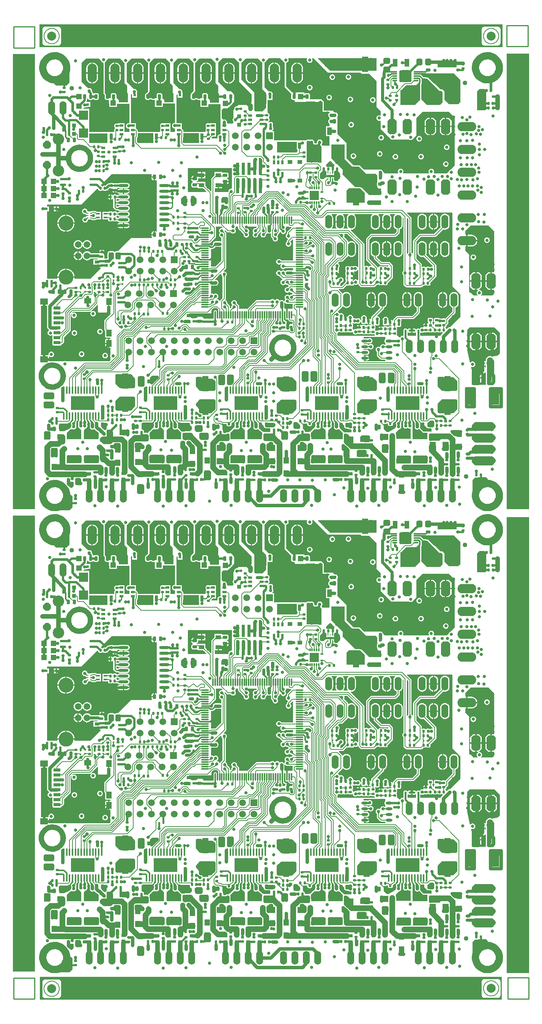
<source format=gbr>
G04 CAM350 V9.5 (Build 208) Date:  Tue Mar 07 15:27:25 2017 *
G04 Database: (Untitled) *
G04 Layer 11: gtl *
%FSLAX24Y24*%
%MOIN*%
%SFA1.000B1.000*%

%MIA0B0*%
%IPPOS*%
%AMROUNDEDRECTD11*
20,1,0.00000,0.00000,-0.03937,0.00000,0.03937,0.00000*
1,1,0.07874,0.00000,0.00000*
1,1,0.07874,0.00000,0.00000*
1,1,0.07874,0.00000,0.00000*
1,1,0.07874,0.00000,0.00000*
%
%AMROUNDEDRECTD15*
20,1,0.04000,0.02300,0.00000,-0.02300,0.00000,0.00000*
20,1,0.06300,0.01150,0.00000,-0.01150,0.00000,0.00000*
1,1,0.02300,-0.01150,0.02000*
1,1,0.02300,0.01150,0.02000*
1,1,0.02300,0.01150,-0.02000*
1,1,0.02300,-0.01150,-0.02000*
%
%AMROUNDEDRECTD17*
20,1,0.01520,-0.01100,0.00000,0.01100,0.00000,0.00000*
20,1,0.02400,-0.00660,0.00000,0.00660,0.00000,0.00000*
1,1,0.00880,0.00660,-0.00760*
1,1,0.00880,-0.00660,-0.00760*
1,1,0.00880,-0.00660,0.00760*
1,1,0.00880,0.00660,0.00760*
%
%AMROUNDEDRECTD19*
20,1,0.01520,0.00000,0.01100,0.00000,-0.01100,0.00000*
20,1,0.02400,0.00000,0.00660,0.00000,-0.00660,0.00000*
1,1,0.00880,-0.00760,-0.00660*
1,1,0.00880,-0.00760,0.00660*
1,1,0.00880,0.00760,0.00660*
1,1,0.00880,0.00760,-0.00660*
%
%AMROUNDEDRECTD20*
20,1,0.02772,-0.01456,0.00000,0.01456,0.00000,0.00000*
20,1,0.03937,-0.00874,0.00000,0.00874,0.00000,0.00000*
1,1,0.01165,0.00874,-0.01386*
1,1,0.01165,-0.00874,-0.01386*
1,1,0.01165,-0.00874,0.01386*
1,1,0.01165,0.00874,0.01386*
%
%AMROUNDEDRECTD43*
20,1,0.00000,0.00000,0.02000,0.00000,-0.02000,0.00000*
1,1,0.04000,0.00000,0.00000*
1,1,0.04000,0.00000,0.00000*
1,1,0.04000,0.00000,0.00000*
1,1,0.04000,0.00000,0.00000*
%
%AMROUNDEDRECTD44*
20,1,0.00000,-0.02000,0.00000,0.02000,0.00000,0.00000*
1,1,0.04000,0.00000,0.00000*
1,1,0.04000,0.00000,0.00000*
1,1,0.04000,0.00000,0.00000*
1,1,0.04000,0.00000,0.00000*
%
%AMROUNDEDRECTD47*
20,1,0.02772,0.00000,-0.01456,0.00000,0.01456,0.00000*
20,1,0.03937,0.00000,-0.00874,0.00000,0.00874,0.00000*
1,1,0.01165,0.01386,0.00874*
1,1,0.01165,0.01386,-0.00874*
1,1,0.01165,-0.01386,-0.00874*
1,1,0.01165,-0.01386,0.00874*
%
%AMROUNDEDRECTD69*
20,1,0.03400,0.02600,0.00000,-0.02600,0.00000,0.00000*
20,1,0.06000,0.01300,0.00000,-0.01300,0.00000,0.00000*
1,1,0.02600,-0.01300,0.01700*
1,1,0.02600,0.01300,0.01700*
1,1,0.02600,0.01300,-0.01700*
1,1,0.02600,-0.01300,-0.01700*
%
%AMROUNDEDRECTD70*
20,1,0.03400,0.00000,-0.02600,0.00000,0.02600,0.00000*
20,1,0.06000,0.00000,-0.01300,0.00000,0.01300,0.00000*
1,1,0.02600,0.01700,0.01300*
1,1,0.02600,0.01700,-0.01300*
1,1,0.02600,-0.01700,-0.01300*
1,1,0.02600,-0.01700,0.01300*
%
%AMROUNDEDRECTD76*
20,1,0.05250,-0.05250,0.00000,0.05250,0.00000,0.00000*
20,1,0.10500,-0.02625,0.00000,0.02625,0.00000,0.00000*
1,1,0.05250,0.02625,-0.02625*
1,1,0.05250,-0.02625,-0.02625*
1,1,0.05250,-0.02625,0.02625*
1,1,0.05250,0.02625,0.02625*
%
%AMD105*
4,1,8,0.01450,-0.03500,0.03500,-0.01450,0.03500,0.01450,0.01450,0.03500,-0.01450,0.03500,-0.03500,0.01450,-0.03500,-0.01450,-0.01450,-0.03500,0.01450,-0.03500,0.00000*
%
%AMOCTAGOND107*
4,1,8,0.02075,0.06650,-0.02075,0.06650,-0.04150,0.04575,-0.04150,-0.04575,-0.02075,-0.06650,0.02075,-0.06650,0.04150,-0.04575,0.04150,0.04575,0.02075,0.06650,0.00000*
%
%ADD10C,0.01500*%
%ADD13C,0.04000*%
%ADD14C,0.05500*%
%ADD25C,0.01600*%
%ADD26C,0.00800*%
%ADD32C,0.01000*%
%ADD33C,0.02000*%
%ADD34C,0.02800*%
%ADD35C,0.03000*%
%ADD36C,0.02500*%
%ADD37C,0.05000*%
%ADD38C,0.06000*%
%ADD39C,0.05905*%
%ADD44C,0.02900*%
%ADD45C,0.10000*%
%ADD48C,0.00700*%
%ADD49C,0.04500*%
%ADD50C,0.06496*%
%ADD51C,0.02300*%
%ADD52C,0.02400*%
%ADD53C,0.00600*%
%ADD54R,0.05905X0.05905*%
%ADD55C,0.13050*%
%ADD56C,0.05800*%
%ADD86ROUNDEDRECTD11*%
%ADD87ROUNDEDRECTD15*%
%ADD88O,0.05709X0.02165*%
%ADD89ROUNDEDRECTD17*%
%ADD90R,0.03150X0.02165*%
%ADD91ROUNDEDRECTD19*%
%ADD92ROUNDEDRECTD20*%
%ADD93R,0.03465X0.02638*%
%ADD94R,0.02638X0.03465*%
%ADD95R,0.02000X0.02800*%
%ADD96R,0.05512X0.13386*%
%ADD97R,0.12992X0.03543*%
%ADD98R,0.08071X0.08071*%
%ADD99O,0.03150X0.01102*%
%ADD100O,0.01102X0.03150*%
%ADD101R,0.05905X0.04528*%
%ADD102R,0.06693X0.05512*%
%ADD103R,0.04528X0.05905*%
%ADD104R,0.05905X0.03150*%
%ADD105R,0.02400X0.02400*%
%ADD106R,0.01279X0.01063*%
%ADD107R,0.03543X0.01575*%
%ADD108R,0.03937X0.03543*%
%ADD109C,0.03937*%
%ADD110R,0.03600X0.03200*%
%ADD111R,0.02362X0.03347*%
%ADD112R,0.03347X0.02362*%
%ADD113R,0.04331X0.06693*%
%ADD114ROUNDEDRECTD43*%
%ADD115ROUNDEDRECTD44*%
%ADD116R,0.12600X0.06300*%
%ADD117R,0.06300X0.12600*%
%ADD118ROUNDEDRECTD47*%
%ADD119O,0.09055X0.02362*%
%ADD120O,0.07087X0.01181*%
%ADD121O,0.01181X0.07087*%
%ADD122R,0.01102X0.01575*%
%ADD123R,0.05512X0.01968*%
%ADD124R,0.16732X0.04646*%
%ADD125R,0.03543X0.12992*%
%ADD126R,0.02953X0.11024*%
%ADD127O,0.05905X0.02362*%
%ADD128R,0.06693X0.04331*%
%ADD129R,0.02800X0.02000*%
%ADD130R,0.01181X0.01575*%
%ADD131R,0.01575X0.01181*%
%ADD132R,0.05512X0.05118*%
%ADD133R,0.05118X0.05512*%
%ADD134R,0.04724X0.03543*%
%ADD135R,0.04800X0.04800*%
%ADD136R,0.07900X0.07900*%
%ADD137ROUNDEDRECTD69*%
%ADD138ROUNDEDRECTD70*%
%ADD139R,0.20551X0.12205*%
%ADD140O,0.01378X0.06693*%
%ADD141R,0.19700X0.17000*%
%ADD142R,0.02800X0.05600*%
%ADD143R,0.04016X0.01181*%
%ADD144ROUNDEDRECTD76*%
%ADD145C,0.01300*%
%ADD146C,0.01200*%
%ADD147C,0.01400*%
%ADD148C,0.03500*%
%ADD149C,0.02200*%
%ADD150C,0.01700*%
%ADD151C,0.02700*%
%ADD152C,0.01800*%
%ADD153O,0.06000X0.12000*%
%ADD154D105*%
%ADD155O,0.08250X0.16500*%
%ADD156OCTAGOND107*%
%ADD157O,0.12000X0.06000*%
%ADD158O,0.16500X0.08250*%
%LNgtl*%
%LPD*%
G36*
X14214Y55232D02*
G01Y55312D01*
X14222*
X14256Y55314*
X14257Y55230*
X14256*
X14255*
X14253Y55231*
X14250*
X14235Y55232*
X14214*
G37*
G36*
Y14732D02*
G01Y14812D01*
X14222*
X14256Y14814*
X14257Y14730*
X14256*
X14255*
X14253Y14731*
X14250*
X14235Y14732*
X14214*
G37*
G36*
X27475Y70436D02*
G01X27525Y70485D01*
X27572Y70427*
X27482Y70425*
X27475Y70436*
G37*
G36*
Y29936D02*
G01X27525Y29985D01*
X27572Y29927*
X27482Y29925*
X27475Y29936*
G37*
G36*
X25618Y68284D02*
G01Y68364D01*
X25628Y68365*
X25645Y68366*
X25652Y68367*
X25658Y68368*
X25664Y68370*
X25668Y68372*
X25672Y68374*
X25675Y68377*
X25676Y68379*
Y68269*
X25675Y68272*
X25672Y68275*
X25668Y68277*
X25664Y68279*
X25658Y68281*
X25652Y68282*
X25645Y68283*
X25637Y68284*
X25618*
G37*
G36*
Y27784D02*
G01Y27864D01*
X25628Y27865*
X25645Y27866*
X25652Y27867*
X25658Y27868*
X25664Y27870*
X25668Y27872*
X25672Y27874*
X25675Y27877*
X25676Y27879*
Y27769*
X25675Y27772*
X25672Y27775*
X25668Y27777*
X25664Y27779*
X25658Y27781*
X25652Y27782*
X25645Y27783*
X25637Y27784*
X25618*
G37*
G36*
X7637Y53265D02*
G01X7694Y53322D01*
X7724Y53293*
X7666Y53235*
X7665*
Y53236*
X7663Y53238*
X7652Y53250*
X7637Y53265*
G37*
G36*
Y12765D02*
G01X7694Y12822D01*
X7724Y12793*
X7666Y12735*
X7665*
Y12736*
X7663Y12738*
X7652Y12750*
X7637Y12765*
G37*
G36*
X8449Y32968D02*
G01Y33048D01*
X8459*
X8478Y33050*
X8486Y33051*
X8492Y33053*
X8498Y33055*
X8504Y33058*
X8508Y33061*
X8511Y33064*
X8513Y33068*
Y32948*
X8511Y32952*
X8508Y32955*
X8504Y32958*
X8498Y32961*
X8492Y32963*
X8486Y32965*
X8478Y32966*
X8469Y32967*
X8449Y32968*
G37*
G36*
Y73468D02*
G01Y73548D01*
X8459*
X8478Y73550*
X8486Y73551*
X8492Y73553*
X8498Y73555*
X8504Y73558*
X8508Y73561*
X8511Y73564*
X8513Y73568*
Y73448*
X8511Y73452*
X8508Y73455*
X8504Y73458*
X8498Y73461*
X8492Y73463*
X8486Y73465*
X8478Y73466*
X8469Y73467*
X8449Y73468*
G37*
G36*
X26791Y71846D02*
G01X26863Y71905D01*
X26862Y71903*
Y71900*
Y71897*
X26863Y71894*
X26865Y71890*
X26868Y71886*
X26871Y71881*
X26875Y71877*
X26885Y71866*
X26835Y71816*
X26829Y71823*
X26812Y71837*
X26807Y71841*
X26803Y71843*
X26799Y71845*
X26796Y71846*
X26793*
X26791*
G37*
G36*
Y31346D02*
G01X26863Y31405D01*
X26862Y31403*
Y31400*
Y31397*
X26863Y31394*
X26865Y31390*
X26868Y31386*
X26871Y31381*
X26875Y31377*
X26885Y31366*
X26835Y31316*
X26829Y31323*
X26812Y31337*
X26807Y31341*
X26803Y31343*
X26799Y31345*
X26796Y31346*
X26793*
X26791*
G37*
G36*
X28195Y16568D02*
G01X28321D01*
X28317Y16565*
X28313Y16561*
X28309Y16557*
X28306Y16551*
X28304Y16545*
X28302Y16537*
X28300Y16529*
X28299Y16520*
X28298Y16510*
Y16499*
X28218*
Y16510*
X28216Y16529*
X28214Y16538*
X28212Y16545*
X28210Y16551*
X28207Y16557*
X28203Y16561*
X28199Y16565*
X28195Y16568*
G37*
G36*
Y57068D02*
G01X28321D01*
X28317Y57065*
X28313Y57061*
X28309Y57057*
X28306Y57051*
X28304Y57045*
X28302Y57037*
X28300Y57029*
X28299Y57020*
X28298Y57010*
Y56999*
X28218*
Y57010*
X28216Y57029*
X28214Y57038*
X28212Y57045*
X28210Y57051*
X28207Y57057*
X28203Y57061*
X28199Y57065*
X28195Y57068*
G37*
G36*
X7722Y62166D02*
G01X7725Y62163D01*
X7730Y62159*
X7735Y62156*
X7742Y62153*
X7749Y62151*
X7758Y62149*
X7767Y62148*
X7777Y62147*
X7801Y62146*
Y62066*
X7791*
X7782Y62065*
X7774Y62064*
X7767Y62062*
X7760Y62060*
X7755Y62057*
X7750Y62053*
X7746Y62050*
X7743Y62045*
X7741Y62041*
X7722Y62166*
G37*
G36*
Y21666D02*
G01X7725Y21663D01*
X7730Y21659*
X7735Y21656*
X7742Y21653*
X7749Y21651*
X7758Y21649*
X7767Y21648*
X7777Y21647*
X7801Y21646*
Y21566*
X7791*
X7782Y21565*
X7774Y21564*
X7767Y21562*
X7760Y21560*
X7755Y21557*
X7750Y21553*
X7746Y21550*
X7743Y21545*
X7741Y21541*
X7722Y21666*
G37*
G36*
X7842Y12799D02*
G01X7845Y12798D01*
X7849*
X7853Y12799*
X7857Y12801*
X7862Y12804*
X7867Y12807*
X7873Y12812*
X7886Y12823*
X7893Y12830*
X7950Y12773*
X7943Y12766*
X7931Y12753*
X7927Y12747*
X7924Y12742*
X7921Y12737*
X7919Y12733*
X7918Y12729*
Y12725*
X7919Y12722*
X7842Y12799*
G37*
G36*
Y53299D02*
G01X7845Y53298D01*
X7849*
X7853Y53299*
X7857Y53301*
X7862Y53304*
X7867Y53307*
X7873Y53312*
X7886Y53323*
X7893Y53330*
X7950Y53273*
X7943Y53266*
X7931Y53253*
X7927Y53247*
X7924Y53242*
X7921Y53237*
X7919Y53233*
X7918Y53229*
Y53225*
X7919Y53222*
X7842Y53299*
G37*
G36*
X28211Y20100D02*
G01X28218Y20108D01*
X28230Y20121*
X28235Y20128*
X28238Y20134*
X28241Y20139*
X28243Y20144*
Y20149*
Y20154*
Y20158*
X28325Y20075*
X28321Y20076*
X28317*
X28312Y20075*
X28307Y20073*
X28301Y20071*
X28295Y20067*
X28289Y20062*
X28282Y20057*
X28268Y20044*
X28211Y20100*
G37*
G36*
Y60600D02*
G01X28218Y60608D01*
X28230Y60621*
X28235Y60628*
X28238Y60634*
X28241Y60639*
X28243Y60644*
Y60649*
Y60654*
Y60658*
X28325Y60575*
X28321Y60576*
X28317*
X28312Y60575*
X28307Y60573*
X28301Y60571*
X28295Y60567*
X28289Y60562*
X28282Y60557*
X28268Y60544*
X28211Y60600*
G37*
G36*
X17665Y21381D02*
G01X17672Y21389D01*
X17684Y21404*
X17689Y21411*
X17693Y21417*
X17695Y21423*
X17697Y21429*
X17698Y21434*
Y21440*
X17697Y21444*
X17784Y21357*
X17779Y21358*
X17774*
X17769Y21357*
X17763Y21355*
X17757Y21353*
X17750Y21349*
X17744Y21344*
X17736Y21339*
X17729Y21332*
X17721Y21325*
X17665Y21381*
G37*
G36*
Y61881D02*
G01X17672Y61889D01*
X17684Y61904*
X17689Y61911*
X17693Y61917*
X17695Y61923*
X17697Y61929*
X17698Y61934*
Y61940*
X17697Y61944*
X17784Y61857*
X17779Y61858*
X17774*
X17769Y61857*
X17763Y61855*
X17757Y61853*
X17750Y61849*
X17744Y61844*
X17736Y61839*
X17729Y61832*
X17721Y61825*
X17665Y61881*
G37*
G36*
X8919Y35147D02*
G01X8928Y35154D01*
X8935Y35162*
X8942Y35171*
X8948Y35180*
X8953Y35190*
X8957Y35200*
X8960Y35211*
X8963Y35223*
X8964Y35236*
Y35249*
X9044*
X9045Y35235*
X9046Y35223*
X9048Y35211*
X9051Y35200*
X9056Y35190*
X9060Y35180*
X9066Y35171*
X9073Y35162*
X9081Y35154*
X9089Y35147*
X8919*
G37*
G36*
Y75647D02*
G01X8928Y75654D01*
X8935Y75662*
X8942Y75671*
X8948Y75680*
X8953Y75690*
X8957Y75700*
X8960Y75711*
X8963Y75723*
X8964Y75736*
Y75749*
X9044*
X9045Y75735*
X9046Y75723*
X9048Y75711*
X9051Y75700*
X9056Y75690*
X9060Y75680*
X9066Y75671*
X9073Y75662*
X9081Y75654*
X9089Y75647*
X8919*
G37*
G36*
X22164Y12823D02*
G01X22172D01*
X22180Y12825*
X22188Y12827*
X22197Y12830*
X22206Y12834*
X22215Y12840*
X22224Y12846*
X22233Y12853*
X22243Y12862*
X22253Y12871*
X22309Y12815*
X22302Y12807*
X22296Y12799*
X22290Y12791*
X22286Y12784*
X22283Y12776*
X22281Y12769*
Y12761*
Y12754*
X22282Y12747*
X22285Y12740*
X22164Y12823*
G37*
G36*
Y53323D02*
G01X22172D01*
X22180Y53325*
X22188Y53327*
X22197Y53330*
X22206Y53334*
X22215Y53340*
X22224Y53346*
X22233Y53353*
X22243Y53362*
X22253Y53371*
X22309Y53315*
X22302Y53307*
X22296Y53299*
X22290Y53291*
X22286Y53284*
X22283Y53276*
X22281Y53269*
Y53261*
Y53254*
X22282Y53247*
X22285Y53240*
X22164Y53323*
G37*
G36*
X4639Y39311D02*
G01Y39507D01*
X4643Y39504*
X4649Y39501*
X4656Y39498*
X4664Y39496*
X4673Y39494*
X4683Y39492*
X4708Y39490*
X4738Y39489*
Y39329*
X4723*
X4683Y39326*
X4673Y39325*
X4664Y39323*
X4656Y39320*
X4649Y39318*
X4643Y39315*
X4639Y39311*
G37*
G36*
Y79811D02*
G01Y80007D01*
X4643Y80004*
X4649Y80001*
X4656Y79998*
X4664Y79996*
X4673Y79994*
X4683Y79992*
X4708Y79990*
X4738Y79989*
Y79829*
X4723*
X4683Y79826*
X4673Y79825*
X4664Y79823*
X4656Y79821*
X4649Y79818*
X4643Y79815*
X4639Y79811*
G37*
G36*
X39559Y41241D02*
G01Y41437D01*
X39564Y41433*
X39571Y41429*
X39578Y41426*
X39587Y41423*
X39596Y41420*
X39607Y41418*
X39619Y41416*
X39646Y41415*
X39662Y41414*
Y41264*
X39646*
X39607Y41261*
X39596Y41259*
X39586Y41256*
X39578Y41253*
X39571Y41250*
X39564Y41246*
X39559Y41241*
G37*
G36*
Y81741D02*
G01Y81937D01*
X39564Y81933*
X39571Y81929*
X39578Y81926*
X39587Y81923*
X39596Y81920*
X39607Y81918*
X39619Y81916*
X39646Y81915*
X39662Y81914*
Y81764*
X39646*
X39607Y81761*
X39596Y81759*
X39586Y81756*
X39578Y81753*
X39571Y81750*
X39564Y81746*
X39559Y81741*
G37*
G36*
X23368Y18675D02*
G01Y18871D01*
X23373Y18867*
X23380Y18863*
X23387Y18859*
X23396Y18856*
X23405Y18854*
X23416Y18852*
X23428Y18850*
X23455Y18848*
X23471*
Y18698*
X23455*
X23416Y18695*
X23405Y18692*
X23395Y18690*
X23387Y18687*
X23380Y18683*
X23373Y18679*
X23368Y18675*
G37*
G36*
Y59175D02*
G01Y59371D01*
X23373Y59367*
X23380Y59363*
X23387Y59359*
X23396Y59356*
X23405Y59354*
X23416Y59352*
X23428Y59350*
X23455Y59348*
X23471*
Y59198*
X23455*
X23416Y59195*
X23405Y59192*
X23395Y59190*
X23387Y59187*
X23380Y59183*
X23373Y59179*
X23368Y59175*
G37*
G36*
X21997Y12811D02*
G01X22053Y12868D01*
X22063Y12859*
X22073Y12850*
X22082Y12843*
X22091Y12837*
X22101Y12832*
X22109Y12828*
X22118Y12825*
X22127Y12824*
X22136Y12823*
X22144*
X22025Y12730*
X22027Y12738*
X22028Y12746*
Y12754*
X22027Y12762*
X22025Y12770*
X22021Y12778*
X22017Y12787*
X22011Y12795*
X22005Y12803*
X21997Y12811*
G37*
G36*
Y53311D02*
G01X22053Y53368D01*
X22063Y53359*
X22073Y53350*
X22082Y53343*
X22091Y53337*
X22101Y53332*
X22110Y53328*
X22118Y53325*
X22127Y53324*
X22136Y53323*
X22144*
X22025Y53230*
X22027Y53238*
X22028Y53246*
Y53254*
X22027Y53262*
X22025Y53270*
X22021Y53278*
X22017Y53287*
X22011Y53295*
X22005Y53303*
X21997Y53311*
G37*
G36*
X36611Y14013D02*
G01X36807D01*
X36802Y14007*
X36797Y14000*
X36793Y13992*
X36789Y13983*
X36786Y13973*
X36784Y13962*
X36782Y13950*
X36781Y13937*
X36779Y13908*
X36639*
Y13923*
X36637Y13950*
X36635Y13962*
X36632Y13973*
X36629Y13983*
X36626Y13992*
X36621Y14000*
X36617Y14007*
X36611Y14013*
G37*
G36*
Y54513D02*
G01X36807D01*
X36802Y54507*
X36797Y54500*
X36793Y54492*
X36789Y54483*
X36786Y54473*
X36784Y54462*
X36782Y54450*
X36781Y54437*
X36779Y54408*
X36639*
Y54423*
X36637Y54450*
X36635Y54462*
X36632Y54473*
X36629Y54483*
X36626Y54492*
X36621Y54500*
X36617Y54507*
X36611Y54513*
G37*
G36*
X8081Y14034D02*
G01X8277D01*
X8272Y14028*
X8267Y14021*
X8263Y14013*
X8259Y14004*
X8256Y13994*
X8254Y13983*
X8252Y13971*
X8251Y13958*
X8249Y13929*
X8109*
Y13944*
X8107Y13971*
X8105Y13983*
X8102Y13994*
X8099Y14004*
X8096Y14013*
X8091Y14021*
X8087Y14028*
X8081Y14034*
G37*
G36*
Y54534D02*
G01X8277D01*
X8272Y54528*
X8267Y54521*
X8263Y54513*
X8259Y54504*
X8256Y54494*
X8254Y54483*
X8252Y54471*
X8251Y54458*
X8249Y54429*
X8109*
Y54444*
X8107Y54471*
X8105Y54483*
X8102Y54494*
X8099Y54504*
X8096Y54513*
X8091Y54521*
X8087Y54528*
X8081Y54534*
G37*
G36*
X29521Y14037D02*
G01X29717D01*
X29712Y14031*
X29707Y14024*
X29703Y14016*
X29699Y14007*
X29696Y13997*
X29694Y13986*
X29692Y13974*
X29691Y13961*
X29689Y13932*
X29549*
Y13947*
X29547Y13974*
X29545Y13987*
X29542Y13998*
X29539Y14008*
X29536Y14017*
X29531Y14025*
X29527Y14032*
X29521Y14037*
G37*
G36*
X22441Y14031D02*
G01X22637D01*
X22632Y14025*
X22627Y14018*
X22623Y14010*
X22619Y14001*
X22616Y13991*
X22614Y13980*
X22612Y13968*
X22611Y13955*
X22609Y13926*
X22469*
Y13941*
X22467Y13968*
X22465Y13980*
X22462Y13991*
X22459Y14001*
X22456Y14010*
X22451Y14018*
X22447Y14025*
X22441Y14031*
G37*
G36*
X29521Y54537D02*
G01X29717D01*
X29712Y54531*
X29707Y54524*
X29703Y54516*
X29699Y54507*
X29696Y54497*
X29694Y54486*
X29692Y54474*
X29691Y54461*
X29689Y54432*
X29549*
Y54447*
X29547Y54474*
X29545Y54487*
X29542Y54498*
X29539Y54508*
X29536Y54517*
X29531Y54525*
X29527Y54532*
X29521Y54537*
G37*
G36*
X22441Y54531D02*
G01X22637D01*
X22632Y54525*
X22627Y54518*
X22623Y54510*
X22619Y54501*
X22616Y54491*
X22614Y54480*
X22612Y54468*
X22611Y54455*
X22609Y54426*
X22469*
Y54441*
X22467Y54468*
X22465Y54480*
X22462Y54491*
X22459Y54501*
X22456Y54510*
X22451Y54518*
X22447Y54525*
X22441Y54531*
G37*
G36*
X15309Y24519D02*
G01X15318Y24520D01*
X15327Y24522*
X15337Y24525*
X15347Y24530*
X15357Y24535*
X15367Y24541*
X15377Y24548*
X15387Y24556*
X15408Y24576*
X15466Y24520*
X15458Y24512*
X15452Y24504*
X15447Y24496*
X15443Y24488*
X15441Y24480*
X15439Y24472*
Y24464*
X15440Y24456*
X15442Y24448*
X15446Y24440*
X15309Y24519*
G37*
G36*
Y65019D02*
G01X15318Y65020D01*
X15327Y65022*
X15337Y65025*
X15347Y65030*
X15357Y65035*
X15367Y65041*
X15377Y65048*
X15387Y65056*
X15408Y65076*
X15466Y65020*
X15458Y65012*
X15452Y65004*
X15447Y64996*
X15443Y64988*
X15441Y64980*
X15439Y64972*
Y64964*
X15440Y64956*
X15442Y64948*
X15446Y64940*
X15309Y65019*
G37*
G36*
X18043Y19405D02*
G01X18051Y19413D01*
X18057Y19421*
X18063Y19431*
X18068Y19441*
X18072Y19451*
X18075Y19463*
X18078Y19475*
X18080Y19488*
X18081Y19501*
Y19516*
X18201*
X18202Y19501*
X18203Y19488*
X18205Y19475*
X18207Y19463*
X18211Y19451*
X18215Y19441*
X18220Y19431*
X18226Y19421*
X18232Y19413*
X18239Y19405*
X18043*
G37*
G36*
Y59905D02*
G01X18051Y59913D01*
X18057Y59921*
X18063Y59931*
X18068Y59941*
X18072Y59951*
X18075Y59963*
X18078Y59975*
X18080Y59988*
X18081Y60001*
Y60016*
X18201*
X18202Y60001*
X18203Y59988*
X18205Y59975*
X18207Y59963*
X18211Y59951*
X18215Y59941*
X18220Y59931*
X18226Y59921*
X18232Y59913*
X18239Y59905*
X18043*
G37*
G36*
X17609Y26017D02*
G01Y26137D01*
X17623Y26138*
X17637Y26139*
X17649Y26141*
X17662Y26143*
X17673Y26147*
X17684Y26151*
X17694Y26156*
X17703Y26162*
X17711Y26168*
X17719Y26175*
Y25979*
X17711Y25987*
X17703Y25993*
X17694Y25999*
X17684Y26004*
X17673Y26008*
X17661Y26011*
X17649Y26014*
X17636Y26016*
X17623Y26017*
X17609*
G37*
G36*
X17629Y27002D02*
G01Y27122D01*
X17643*
X17657Y27123*
X17670Y27125*
X17682Y27128*
X17693Y27131*
X17704Y27135*
X17714Y27140*
X17723Y27146*
X17732Y27152*
X17739Y27160*
Y26964*
X17732Y26971*
X17723Y26977*
X17714Y26983*
X17704Y26988*
X17693Y26992*
X17682Y26996*
X17670Y26998*
X17657Y27000*
X17643Y27001*
X17629Y27002*
G37*
G36*
X17609Y66517D02*
G01Y66637D01*
X17623Y66638*
X17637Y66639*
X17649Y66641*
X17662Y66643*
X17673Y66647*
X17684Y66651*
X17694Y66656*
X17703Y66662*
X17711Y66668*
X17719Y66675*
Y66479*
X17711Y66487*
X17703Y66493*
X17694Y66499*
X17684Y66504*
X17673Y66508*
X17661Y66511*
X17649Y66514*
X17636Y66516*
X17623Y66517*
X17609*
G37*
G36*
X17629Y67502D02*
G01Y67622D01*
X17643*
X17657Y67623*
X17670Y67625*
X17682Y67628*
X17693Y67631*
X17704Y67635*
X17714Y67640*
X17723Y67646*
X17732Y67652*
X17739Y67660*
Y67464*
X17732Y67471*
X17723Y67477*
X17714Y67483*
X17704Y67488*
X17693Y67492*
X17682Y67496*
X17670Y67498*
X17657Y67500*
X17643Y67501*
X17629Y67502*
G37*
G36*
X17662Y23655D02*
G01X17663Y23775D01*
X17677Y23776*
X17691Y23777*
X17704Y23779*
X17716Y23781*
X17727Y23785*
X17738Y23789*
X17748Y23794*
X17757Y23799*
X17765Y23806*
X17773Y23813*
Y23617*
X17765Y23624*
X17756Y23631*
X17747Y23637*
X17737Y23641*
X17727Y23646*
X17715Y23649*
X17703Y23652*
X17690Y23654*
X17677Y23655*
X17662*
G37*
G36*
Y64155D02*
G01X17663Y64275D01*
X17677Y64276*
X17691Y64277*
X17704Y64279*
X17716Y64281*
X17727Y64285*
X17738Y64289*
X17748Y64294*
X17757Y64299*
X17765Y64306*
X17773Y64313*
Y64117*
X17765Y64124*
X17756Y64131*
X17747Y64136*
X17737Y64141*
X17727Y64146*
X17715Y64149*
X17703Y64152*
X17690Y64154*
X17677Y64155*
X17662*
G37*
G36*
X23492Y29409D02*
G01X23688Y29410D01*
X23681Y29403*
X23674Y29394*
X23668Y29385*
X23663Y29375*
X23659Y29364*
X23656Y29353*
X23653Y29341*
X23652Y29328*
X23650Y29314*
Y29300*
X23530Y29299*
Y29313*
X23528Y29327*
X23526Y29340*
X23524Y29352*
X23520Y29363*
X23516Y29374*
X23511Y29384*
X23505Y29393*
X23499Y29402*
X23492Y29409*
G37*
G36*
Y69909D02*
G01X23688Y69910D01*
X23681Y69903*
X23674Y69894*
X23668Y69885*
X23663Y69875*
X23659Y69864*
X23656Y69853*
X23653Y69841*
X23652Y69828*
X23650Y69814*
Y69800*
X23530Y69799*
Y69813*
X23528Y69827*
X23526Y69840*
X23524Y69852*
X23520Y69863*
X23516Y69874*
X23511Y69884*
X23505Y69893*
X23499Y69902*
X23492Y69909*
G37*
G36*
X14300Y30022D02*
G01X14496D01*
X14487Y30012*
X14479Y30002*
X14471Y29992*
X14465Y29981*
X14460Y29970*
X14456Y29958*
X14452Y29946*
X14450Y29933*
X14448Y29921*
Y29907*
X14348*
X14347Y29921*
X14346Y29934*
X14344Y29946*
X14340Y29958*
X14336Y29970*
X14331Y29981*
X14324Y29992*
X14317Y30002*
X14309Y30012*
X14300Y30022*
G37*
G36*
Y70522D02*
G01X14496D01*
X14487Y70512*
X14479Y70502*
X14471Y70492*
X14465Y70481*
X14460Y70470*
X14456Y70458*
X14452Y70446*
X14450Y70433*
X14448Y70421*
Y70407*
X14348*
X14347Y70421*
X14346Y70434*
X14344Y70446*
X14340Y70458*
X14336Y70470*
X14331Y70481*
X14324Y70492*
X14317Y70502*
X14309Y70512*
X14300Y70522*
G37*
G36*
X16901Y35157D02*
G01X16911Y35166D01*
X16919Y35176*
X16926Y35187*
X16932Y35198*
X16937Y35209*
X16942Y35221*
X16945Y35233*
X16947Y35245*
X16949Y35258*
Y35271*
X17049*
X17050Y35258*
X17051Y35245*
X17054Y35233*
X17057Y35220*
X17061Y35209*
X17067Y35198*
X17073Y35187*
X17080Y35176*
X17088Y35166*
X17097Y35157*
X16901*
G37*
G36*
Y75657D02*
G01X16911Y75666D01*
X16919Y75676*
X16926Y75687*
X16932Y75698*
X16937Y75709*
X16942Y75721*
X16945Y75733*
X16947Y75745*
X16949Y75758*
Y75771*
X17049*
X17050Y75758*
X17051Y75745*
X17054Y75733*
X17057Y75720*
X17061Y75709*
X17067Y75698*
X17073Y75687*
X17080Y75676*
X17088Y75666*
X17097Y75657*
X16901*
G37*
G36*
X7819Y73685D02*
G01Y73881D01*
X7828Y73872*
X7838Y73863*
X7849Y73856*
X7860Y73850*
X7871Y73845*
X7883Y73840*
X7895Y73837*
X7907Y73835*
X7920Y73833*
X7933*
Y73733*
X7920Y73732*
X7907Y73731*
X7895Y73728*
X7883Y73725*
X7871Y73721*
X7860Y73715*
X7849Y73709*
X7838Y73702*
X7828Y73694*
X7819Y73685*
G37*
G36*
Y33185D02*
G01Y33381D01*
X7828Y33372*
X7838Y33363*
X7849Y33356*
X7860Y33350*
X7871Y33345*
X7883Y33340*
X7895Y33337*
X7907Y33335*
X7920Y33333*
X7933*
Y33233*
X7920Y33232*
X7907Y33231*
X7895Y33228*
X7883Y33225*
X7871Y33221*
X7860Y33215*
X7849Y33209*
X7838Y33202*
X7828Y33194*
X7819Y33185*
G37*
G36*
X27990Y14527D02*
G01X28186D01*
X28175Y14515*
X28165Y14504*
X28156Y14492*
X28149Y14481*
X28142Y14469*
X28137Y14457*
X28133Y14445*
X28130Y14433*
X28129Y14421*
X28128Y14409*
X28048*
X28047Y14421*
X28046Y14433*
X28043Y14445*
X28039Y14457*
X28033Y14469*
X28027Y14481*
X28020Y14492*
X28011Y14504*
X28001Y14516*
X27990Y14527*
G37*
G36*
Y55027D02*
G01X28186D01*
X28175Y55015*
X28165Y55004*
X28156Y54992*
X28149Y54981*
X28142Y54969*
X28137Y54957*
X28133Y54945*
X28130Y54933*
X28129Y54921*
X28128Y54909*
X28048*
X28047Y54921*
X28046Y54933*
X28043Y54945*
X28039Y54957*
X28033Y54969*
X28027Y54981*
X28020Y54992*
X28011Y55004*
X28001Y55016*
X27990Y55027*
G37*
G36*
X37511Y9959D02*
G01X37522Y9971D01*
X37532Y9982*
X37541Y9994*
X37549Y10006*
X37555Y10017*
X37560Y10029*
X37564Y10041*
X37567Y10053*
X37569Y10065*
Y10077*
X37649*
X37650Y10065*
X37652Y10053*
X37655Y10041*
X37659Y10029*
X37664Y10017*
X37670Y10006*
X37678Y9994*
X37687Y9982*
X37696Y9971*
X37707Y9959*
X37511*
G37*
G36*
X30702Y9813D02*
G01X30713Y9825D01*
X30723Y9836*
X30731Y9848*
X30739Y9859*
X30745Y9871*
X30751Y9883*
X30755Y9895*
X30758Y9907*
X30759Y9919*
X30760Y9931*
X30840*
Y9919*
X30842Y9907*
X30845Y9895*
X30849Y9883*
X30854Y9871*
X30861Y9859*
X30868Y9848*
X30877Y9836*
X30887Y9825*
X30898Y9813*
X30702*
G37*
G36*
X9471Y22279D02*
G01X9482Y22291D01*
X9492Y22302*
X9501Y22314*
X9509Y22326*
X9515Y22337*
X9520Y22349*
X9524Y22361*
X9527Y22373*
X9529Y22385*
Y22397*
X9609*
X9610Y22385*
X9612Y22373*
X9615Y22361*
X9619Y22349*
X9624Y22337*
X9630Y22326*
X9638Y22314*
X9647Y22302*
X9656Y22291*
X9667Y22279*
X9471*
G37*
G36*
X12891Y35149D02*
G01X12902Y35161D01*
X12912Y35172*
X12921Y35184*
X12929Y35196*
X12935Y35207*
X12940Y35219*
X12944Y35231*
X12947Y35243*
X12949Y35255*
Y35267*
X13029*
X13030Y35255*
X13032Y35243*
X13035Y35231*
X13039Y35219*
X13044Y35207*
X13050Y35196*
X13058Y35184*
X13067Y35172*
X13076Y35161*
X13087Y35149*
X12891*
G37*
G36*
X37511Y50459D02*
G01X37522Y50471D01*
X37532Y50482*
X37541Y50494*
X37549Y50506*
X37555Y50517*
X37560Y50529*
X37564Y50541*
X37567Y50553*
X37569Y50565*
Y50577*
X37649*
X37650Y50565*
X37652Y50553*
X37655Y50541*
X37659Y50529*
X37664Y50517*
X37670Y50506*
X37678Y50494*
X37687Y50482*
X37696Y50471*
X37707Y50459*
X37511*
G37*
G36*
X9471Y62779D02*
G01X9482Y62791D01*
X9492Y62802*
X9501Y62814*
X9509Y62826*
X9515Y62837*
X9520Y62849*
X9524Y62861*
X9527Y62873*
X9529Y62885*
Y62897*
X9609*
X9610Y62885*
X9612Y62873*
X9615Y62861*
X9619Y62849*
X9624Y62837*
X9630Y62826*
X9638Y62814*
X9647Y62802*
X9656Y62791*
X9667Y62779*
X9471*
G37*
G36*
X8613Y63120D02*
G01X8624Y63131D01*
X8634Y63143*
X8642Y63154*
X8650Y63166*
X8656Y63178*
X8661Y63189*
X8665Y63202*
X8668Y63213*
X8670Y63226*
X8671Y63238*
X8751*
Y63226*
X8753Y63214*
X8756Y63201*
X8760Y63190*
X8765Y63178*
X8772Y63166*
X8779Y63154*
X8788Y63143*
X8798Y63131*
X8808Y63120*
X8613*
G37*
G36*
X12891Y75649D02*
G01X12902Y75661D01*
X12912Y75672*
X12921Y75684*
X12929Y75696*
X12935Y75707*
X12940Y75719*
X12944Y75731*
X12947Y75743*
X12949Y75755*
Y75767*
X13029*
X13030Y75755*
X13032Y75743*
X13035Y75731*
X13039Y75719*
X13044Y75707*
X13050Y75696*
X13058Y75684*
X13067Y75672*
X13076Y75661*
X13087Y75649*
X12891*
G37*
G36*
X10919Y62881D02*
G01Y63077D01*
X10931Y63066*
X10942Y63056*
X10954Y63048*
X10966Y63040*
X10977Y63034*
X10989Y63029*
X11001Y63025*
X11013Y63022*
X11025Y63020*
X11037Y63019*
Y62939*
X11025*
X11013Y62937*
X11001Y62934*
X10989Y62930*
X10977Y62925*
X10965Y62918*
X10954Y62911*
X10942Y62902*
X10931Y62892*
X10919Y62881*
G37*
G36*
Y22381D02*
G01Y22577D01*
X10931Y22566*
X10942Y22556*
X10954Y22548*
X10966Y22540*
X10977Y22534*
X10989Y22529*
X11001Y22525*
X11013Y22522*
X11025Y22520*
X11037Y22519*
Y22439*
X11025*
X11013Y22437*
X11001Y22434*
X10989Y22430*
X10977Y22425*
X10965Y22418*
X10954Y22411*
X10942Y22402*
X10931Y22392*
X10919Y22381*
G37*
G36*
X35590Y15048D02*
G01X35786D01*
X35775Y15036*
X35765Y15025*
X35756Y15013*
X35749Y15002*
X35742Y14990*
X35737Y14978*
X35733Y14966*
X35730Y14954*
X35729Y14942*
X35728Y14930*
X35648*
X35647Y14942*
X35646Y14954*
X35643Y14966*
X35639Y14978*
X35633Y14990*
X35627Y15002*
X35619Y15013*
X35611Y15025*
X35601Y15037*
X35590Y15048*
G37*
G36*
X35079Y14429D02*
G01X35274D01*
X35264Y14417*
X35254Y14406*
X35245Y14394*
X35237Y14383*
X35231Y14371*
X35226Y14359*
X35222Y14347*
X35219Y14335*
X35217Y14323*
Y14311*
X35137*
X35136Y14323*
X35134Y14335*
X35131Y14347*
X35127Y14359*
X35122Y14371*
X35116Y14383*
X35108Y14394*
X35099Y14406*
X35090Y14417*
X35079Y14429*
G37*
G36*
X34487Y17679D02*
G01X34683D01*
X34672Y17667*
X34662Y17656*
X34654Y17644*
X34646Y17632*
X34640Y17621*
X34634Y17609*
X34630Y17597*
X34628Y17585*
X34626Y17573*
X34625Y17560*
X34545*
Y17573*
X34543Y17585*
X34540Y17597*
X34536Y17609*
X34531Y17621*
X34524Y17632*
X34517Y17644*
X34508Y17656*
X34498Y17667*
X34487Y17679*
G37*
G36*
X28991Y15079D02*
G01X29187D01*
X29176Y15068*
X29166Y15056*
X29158Y15045*
X29150Y15033*
X29144Y15021*
X29139Y15010*
X29135Y14998*
X29132Y14986*
X29130Y14973*
X29129Y14961*
X29049*
Y14973*
X29047Y14986*
X29044Y14998*
X29040Y15010*
X29035Y15021*
X29028Y15033*
X29021Y15045*
X29012Y15057*
X29002Y15068*
X28991Y15079*
G37*
G36*
X21631Y14749D02*
G01X21827D01*
X21816Y14738*
X21806Y14726*
X21798Y14715*
X21790Y14703*
X21784Y14691*
X21779Y14680*
X21775Y14668*
X21772Y14656*
X21770Y14643*
X21769Y14631*
X21689*
Y14643*
X21687Y14656*
X21684Y14668*
X21680Y14680*
X21675Y14691*
X21668Y14703*
X21661Y14715*
X21652Y14727*
X21642Y14738*
X21631Y14749*
G37*
G36*
X8641Y11756D02*
G01X8837D01*
X8826Y11745*
X8816Y11733*
X8808Y11722*
X8800Y11710*
X8794Y11698*
X8789Y11687*
X8785Y11675*
X8782Y11663*
X8780Y11650*
X8779Y11638*
X8699*
Y11651*
X8697Y11663*
X8694Y11675*
X8690Y11687*
X8685Y11698*
X8678Y11710*
X8671Y11722*
X8662Y11734*
X8652Y11745*
X8641Y11756*
G37*
G36*
X7056Y14084D02*
G01X7251D01*
X7240Y14072*
X7231Y14061*
X7222Y14049*
X7214Y14037*
X7208Y14026*
X7203Y14014*
X7199Y14002*
X7196Y13990*
X7194Y13978*
Y13965*
X7114*
X7113Y13978*
X7111Y13990*
X7108Y14002*
X7104Y14014*
X7099Y14026*
X7093Y14037*
X7085Y14049*
X7076Y14061*
X7067Y14072*
X7056Y14084*
G37*
G36*
X7835Y22411D02*
G01X8031D01*
X8020Y22399*
X8010Y22388*
X8002Y22376*
X7994Y22365*
X7988Y22353*
X7983Y22341*
X7979Y22329*
X7976Y22317*
X7974Y22305*
X7973Y22293*
X7893*
Y22305*
X7891Y22317*
X7888Y22329*
X7884Y22341*
X7879Y22353*
X7872Y22365*
X7865Y22376*
X7856Y22388*
X7846Y22399*
X7835Y22411*
G37*
G36*
X7510Y21485D02*
G01X7706D01*
X7695Y21473*
X7685Y21462*
X7677Y21450*
X7669Y21438*
X7663Y21427*
X7657Y21415*
X7654Y21403*
X7651Y21391*
X7649Y21379*
X7648Y21367*
X7568*
Y21379*
X7566Y21391*
X7563Y21403*
X7559Y21415*
X7554Y21427*
X7547Y21439*
X7540Y21450*
X7531Y21462*
X7521Y21473*
X7510Y21485*
G37*
G36*
X35590Y55548D02*
G01X35786D01*
X35775Y55536*
X35765Y55525*
X35756Y55513*
X35749Y55502*
X35742Y55490*
X35737Y55478*
X35733Y55466*
X35730Y55454*
X35729Y55442*
X35728Y55430*
X35648*
X35647Y55442*
X35646Y55454*
X35643Y55466*
X35639Y55478*
X35633Y55490*
X35627Y55502*
X35619Y55513*
X35611Y55525*
X35601Y55537*
X35590Y55548*
G37*
G36*
X35079Y54929D02*
G01X35274D01*
X35264Y54917*
X35254Y54906*
X35245Y54894*
X35237Y54883*
X35231Y54871*
X35226Y54859*
X35222Y54847*
X35219Y54835*
X35217Y54823*
Y54811*
X35137*
X35136Y54823*
X35134Y54835*
X35131Y54847*
X35127Y54859*
X35122Y54871*
X35116Y54883*
X35108Y54894*
X35099Y54906*
X35090Y54917*
X35079Y54929*
G37*
G36*
X34487Y58179D02*
G01X34683D01*
X34672Y58167*
X34662Y58156*
X34654Y58144*
X34646Y58132*
X34640Y58121*
X34634Y58109*
X34630Y58097*
X34628Y58085*
X34626Y58073*
X34625Y58060*
X34545*
Y58073*
X34543Y58085*
X34540Y58097*
X34536Y58109*
X34531Y58121*
X34524Y58132*
X34517Y58144*
X34508Y58156*
X34498Y58167*
X34487Y58179*
G37*
G36*
X28991Y55579D02*
G01X29187D01*
X29176Y55568*
X29166Y55556*
X29158Y55545*
X29150Y55533*
X29144Y55521*
X29139Y55510*
X29135Y55498*
X29132Y55486*
X29130Y55473*
X29129Y55461*
X29049*
Y55473*
X29047Y55486*
X29044Y55498*
X29040Y55510*
X29035Y55521*
X29028Y55533*
X29021Y55545*
X29012Y55557*
X29002Y55568*
X28991Y55579*
G37*
G36*
X21631Y55249D02*
G01X21827D01*
X21816Y55238*
X21806Y55226*
X21798Y55215*
X21790Y55203*
X21784Y55191*
X21779Y55180*
X21775Y55168*
X21772Y55156*
X21770Y55143*
X21769Y55131*
X21689*
Y55143*
X21687Y55156*
X21684Y55168*
X21680Y55180*
X21675Y55191*
X21668Y55203*
X21661Y55215*
X21652Y55227*
X21642Y55238*
X21631Y55249*
G37*
G36*
X8641Y52256D02*
G01X8837D01*
X8826Y52245*
X8816Y52233*
X8808Y52222*
X8800Y52210*
X8794Y52198*
X8789Y52187*
X8785Y52175*
X8782Y52163*
X8780Y52150*
X8779Y52138*
X8699*
Y52151*
X8697Y52163*
X8694Y52175*
X8690Y52187*
X8685Y52198*
X8678Y52210*
X8671Y52222*
X8662Y52234*
X8652Y52245*
X8641Y52256*
G37*
G36*
X7056Y54584D02*
G01X7251D01*
X7240Y54572*
X7231Y54561*
X7222Y54549*
X7214Y54537*
X7208Y54526*
X7203Y54514*
X7199Y54502*
X7196Y54490*
X7194Y54478*
Y54465*
X7114*
X7113Y54478*
X7111Y54490*
X7108Y54502*
X7104Y54514*
X7099Y54526*
X7093Y54537*
X7085Y54549*
X7076Y54561*
X7067Y54572*
X7056Y54584*
G37*
G36*
X7835Y62911D02*
G01X8031D01*
X8020Y62899*
X8010Y62888*
X8002Y62876*
X7994Y62865*
X7988Y62853*
X7983Y62841*
X7979Y62829*
X7976Y62817*
X7974Y62805*
X7973Y62793*
X7893*
Y62805*
X7891Y62817*
X7888Y62829*
X7884Y62841*
X7879Y62853*
X7872Y62865*
X7865Y62876*
X7856Y62888*
X7846Y62899*
X7835Y62911*
G37*
G36*
X7510Y61985D02*
G01X7706D01*
X7695Y61973*
X7685Y61962*
X7677Y61950*
X7669Y61938*
X7663Y61927*
X7657Y61915*
X7654Y61903*
X7651Y61891*
X7649Y61879*
X7648Y61867*
X7568*
Y61879*
X7566Y61891*
X7563Y61903*
X7559Y61915*
X7554Y61927*
X7547Y61939*
X7540Y61950*
X7531Y61962*
X7521Y61973*
X7510Y61985*
G37*
G36*
X25518Y19315D02*
G01X25713D01*
X25702Y19304*
X25693Y19292*
X25684Y19281*
X25676Y19269*
X25670Y19257*
X25665Y19245*
X25661Y19233*
X25658Y19221*
X25656Y19209*
X25655Y19197*
X25576*
X25575*
Y19209*
X25573Y19221*
X25570Y19234*
X25566Y19245*
X25561Y19257*
X25555Y19269*
X25547Y19281*
X25538Y19292*
X25529Y19304*
X25518Y19315*
G37*
G36*
Y59815D02*
G01X25713D01*
X25702Y59804*
X25693Y59792*
X25684Y59781*
X25676Y59769*
X25670Y59757*
X25665Y59745*
X25661Y59733*
X25658Y59721*
X25656Y59709*
X25655Y59697*
X25576*
X25575*
Y59709*
X25573Y59721*
X25570Y59734*
X25566Y59745*
X25561Y59757*
X25555Y59769*
X25547Y59781*
X25538Y59792*
X25529Y59804*
X25518Y59815*
G37*
G36*
X8073Y21549D02*
G01Y21629D01*
X8085Y21630*
X8097Y21632*
X8109Y21635*
X8121Y21639*
X8133Y21644*
X8144Y21650*
X8156Y21658*
X8168Y21667*
X8179Y21676*
X8191Y21687*
Y21491*
X8179Y21502*
X8168Y21512*
X8156Y21521*
X8144Y21529*
X8133Y21535*
X8121Y21540*
X8109Y21544*
X8097Y21547*
X8085Y21549*
X8073*
G37*
G36*
Y62049D02*
G01Y62129D01*
X8085Y62130*
X8097Y62132*
X8109Y62135*
X8121Y62139*
X8133Y62144*
X8144Y62150*
X8156Y62158*
X8168Y62167*
X8179Y62176*
X8191Y62187*
Y61991*
X8179Y62002*
X8168Y62012*
X8156Y62021*
X8144Y62029*
X8133Y62035*
X8121Y62040*
X8109Y62044*
X8097Y62047*
X8085Y62049*
X8073*
G37*
G36*
X25949Y17496D02*
G01X25960Y17507D01*
X25970Y17519*
X25979Y17530*
X25986Y17542*
X25993Y17554*
X25998Y17566*
X26002Y17578*
X26005Y17590*
X26006Y17602*
X26007Y17614*
X26087*
X26088Y17602*
X26089Y17590*
X26092Y17578*
X26096Y17566*
X26102Y17554*
X26108Y17542*
X26116Y17530*
X26124Y17519*
X26134Y17507*
X26145Y17496*
X25949*
G37*
G36*
X18636Y19411D02*
G01X18647Y19422D01*
X18657Y19434*
X18666Y19445*
X18673Y19457*
X18680Y19469*
X18685Y19481*
X18689Y19492*
X18692Y19504*
X18694Y19517*
Y19529*
X18774*
X18775Y19517*
X18777Y19505*
X18779Y19493*
X18784Y19481*
X18789Y19469*
X18795Y19457*
X18803Y19445*
X18811Y19434*
X18821Y19422*
X18832Y19411*
X18636*
G37*
G36*
X9532Y19606D02*
G01X9543Y19617D01*
X9553Y19628*
X9562Y19640*
X9569Y19652*
X9576Y19664*
X9581Y19675*
X9585Y19687*
X9588Y19699*
X9589Y19712*
X9590Y19724*
X9670*
X9671Y19711*
X9672Y19699*
X9675Y19687*
X9679Y19675*
X9685Y19663*
X9691Y19652*
X9698Y19640*
X9707Y19628*
X9717Y19617*
X9728Y19606*
X9532*
G37*
G36*
X8613Y22620D02*
G01X8624Y22631D01*
X8634Y22643*
X8642Y22654*
X8650Y22666*
X8656Y22678*
X8661Y22689*
X8665Y22701*
X8668Y22713*
X8670Y22726*
X8671Y22738*
X8751*
Y22726*
X8753Y22714*
X8756Y22701*
X8760Y22689*
X8765Y22678*
X8772Y22666*
X8779Y22654*
X8788Y22643*
X8798Y22631*
X8808Y22620*
X8613*
G37*
G36*
X25949Y57996D02*
G01X25960Y58007D01*
X25970Y58019*
X25979Y58030*
X25986Y58042*
X25993Y58054*
X25998Y58066*
X26002Y58078*
X26005Y58090*
X26006Y58102*
X26007Y58114*
X26087*
X26088Y58102*
X26089Y58090*
X26092Y58078*
X26096Y58066*
X26102Y58054*
X26108Y58042*
X26116Y58030*
X26124Y58019*
X26134Y58007*
X26145Y57996*
X25949*
G37*
G36*
X18636Y59911D02*
G01X18647Y59922D01*
X18657Y59934*
X18666Y59945*
X18673Y59957*
X18680Y59969*
X18685Y59981*
X18689Y59992*
X18692Y60004*
X18694Y60017*
Y60029*
X18774*
X18775Y60017*
X18777Y60005*
X18780Y59993*
X18784Y59980*
X18789Y59969*
X18795Y59957*
X18803Y59945*
X18811Y59934*
X18821Y59922*
X18832Y59911*
X18636*
G37*
G36*
X9532Y60106D02*
G01X9543Y60117D01*
X9553Y60128*
X9562Y60140*
X9569Y60152*
X9576Y60164*
X9581Y60175*
X9585Y60187*
X9588Y60199*
X9589Y60212*
X9590Y60224*
X9670*
X9671Y60211*
X9672Y60199*
X9675Y60187*
X9679Y60175*
X9685Y60163*
X9691Y60152*
X9698Y60140*
X9707Y60128*
X9717Y60117*
X9728Y60106*
X9532*
G37*
G36*
X30702Y50313D02*
G01X30713Y50325D01*
X30723Y50336*
X30731Y50348*
X30739Y50359*
X30745Y50371*
X30751Y50383*
X30755Y50395*
X30758Y50407*
X30759Y50419*
X30760Y50431*
X30840*
Y50419*
X30842Y50407*
X30845Y50395*
X30849Y50383*
X30854Y50371*
X30861Y50359*
X30868Y50348*
X30877Y50336*
X30887Y50325*
X30898Y50313*
X30702*
G37*
G36*
X30561Y17154D02*
G01X30757D01*
X30746Y17142*
X30737Y17131*
X30728Y17119*
X30720Y17108*
X30714Y17096*
X30709Y17084*
X30705Y17072*
X30702Y17060*
X30700Y17048*
X30699Y17036*
X30619*
Y17048*
X30617Y17060*
X30614Y17072*
X30610Y17084*
X30605Y17096*
X30599Y17108*
X30591Y17119*
X30582Y17131*
X30572Y17143*
X30561Y17154*
G37*
G36*
Y57654D02*
G01X30757D01*
X30746Y57642*
X30737Y57631*
X30728Y57619*
X30720Y57608*
X30714Y57596*
X30709Y57584*
X30705Y57572*
X30702Y57560*
X30700Y57548*
X30699Y57536*
X30619*
Y57548*
X30617Y57560*
X30614Y57572*
X30610Y57584*
X30605Y57596*
X30599Y57608*
X30591Y57619*
X30582Y57631*
X30572Y57643*
X30561Y57654*
G37*
G36*
X23363Y58824D02*
G01Y59020D01*
X23375Y59009*
X23386Y58999*
X23398Y58991*
X23410Y58983*
X23421Y58977*
X23433Y58972*
X23445Y58968*
X23457Y58965*
X23469Y58963*
X23481Y58962*
Y58882*
X23469*
X23457Y58880*
X23445Y58877*
X23433Y58873*
X23421Y58868*
X23409Y58861*
X23398Y58854*
X23386Y58845*
X23375Y58835*
X23363Y58824*
G37*
G36*
Y18324D02*
G01Y18520D01*
X23375Y18509*
X23386Y18499*
X23398Y18491*
X23410Y18483*
X23421Y18477*
X23433Y18472*
X23445Y18468*
X23457Y18465*
X23469Y18463*
X23481Y18462*
Y18382*
X23469*
X23457Y18380*
X23445Y18377*
X23433Y18373*
X23421Y18368*
X23409Y18361*
X23398Y18354*
X23386Y18345*
X23375Y18335*
X23363Y18324*
G37*
G36*
X7804Y73290D02*
G01Y73486D01*
X7816Y73475*
X7827Y73465*
X7839Y73457*
X7850Y73449*
X7862Y73443*
X7874Y73438*
X7886Y73434*
X7898Y73431*
X7910Y73429*
X7922Y73428*
Y73348*
X7910*
X7898Y73346*
X7886Y73343*
X7874Y73339*
X7862Y73334*
X7850Y73327*
X7839Y73320*
X7827Y73311*
X7816Y73301*
X7804Y73290*
G37*
G36*
X7799Y72906D02*
G01Y73102D01*
X7811Y73091*
X7822Y73081*
X7834Y73073*
X7845Y73065*
X7857Y73059*
X7869Y73053*
X7881Y73049*
X7893Y73047*
X7905Y73045*
X7917Y73044*
Y72964*
X7905*
X7893Y72962*
X7881Y72959*
X7869Y72955*
X7857Y72950*
X7845Y72943*
X7833Y72936*
X7822Y72927*
X7810Y72917*
X7799Y72906*
G37*
G36*
X9931Y74680D02*
G01Y74760D01*
X9943*
X9956Y74762*
X9968Y74765*
X9980Y74769*
X9991Y74774*
X10003Y74781*
X10015Y74788*
X10027Y74797*
X10038Y74807*
X10049Y74818*
Y74622*
X10038Y74633*
X10026Y74643*
X10015Y74651*
X10003Y74659*
X9991Y74665*
X9980Y74671*
X9968Y74674*
X9956Y74677*
X9943Y74679*
X9931Y74680*
G37*
G36*
X7804Y32790D02*
G01Y32986D01*
X7816Y32975*
X7827Y32965*
X7839Y32957*
X7850Y32949*
X7862Y32943*
X7874Y32938*
X7886Y32934*
X7898Y32931*
X7910Y32929*
X7922Y32928*
Y32848*
X7910*
X7898Y32846*
X7886Y32843*
X7874Y32839*
X7862Y32834*
X7850Y32827*
X7839Y32820*
X7827Y32811*
X7816Y32801*
X7804Y32790*
G37*
G36*
X10371Y18749D02*
G01Y18945D01*
X10382Y18934*
X10394Y18924*
X10405Y18915*
X10417Y18908*
X10429Y18901*
X10441Y18896*
X10453Y18892*
X10465Y18889*
X10477Y18887*
X10489*
Y18807*
X10477Y18806*
X10465Y18804*
X10452Y18801*
X10441Y18797*
X10429Y18792*
X10417Y18786*
X10405Y18778*
X10394Y18770*
X10382Y18760*
X10371Y18749*
G37*
G36*
X7799Y32406D02*
G01Y32602D01*
X7811Y32591*
X7822Y32581*
X7834Y32573*
X7845Y32565*
X7857Y32559*
X7869Y32553*
X7881Y32549*
X7893Y32547*
X7905Y32545*
X7917Y32544*
Y32464*
X7905*
X7893Y32462*
X7881Y32459*
X7869Y32455*
X7857Y32450*
X7845Y32443*
X7833Y32436*
X7822Y32427*
X7810Y32417*
X7799Y32406*
G37*
G36*
X26542Y25863D02*
G01Y25943D01*
X26554*
X26566Y25945*
X26578Y25948*
X26590Y25952*
X26602Y25957*
X26614Y25964*
X26625Y25971*
X26637Y25980*
X26648Y25990*
X26660Y26001*
Y25805*
X26648Y25816*
X26637Y25826*
X26625Y25834*
X26614Y25842*
X26602Y25848*
X26590Y25853*
X26578Y25857*
X26566Y25860*
X26554Y25862*
X26542Y25863*
G37*
G36*
X9931Y34180D02*
G01Y34260D01*
X9943*
X9956Y34262*
X9968Y34265*
X9980Y34269*
X9991Y34274*
X10003Y34281*
X10015Y34288*
X10027Y34297*
X10038Y34307*
X10049Y34318*
Y34122*
X10038Y34133*
X10026Y34143*
X10015Y34151*
X10003Y34159*
X9991Y34165*
X9980Y34171*
X9968Y34174*
X9956Y34177*
X9943Y34179*
X9931Y34180*
G37*
G36*
X26542Y66363D02*
G01Y66443D01*
X26554*
X26566Y66445*
X26578Y66448*
X26590Y66452*
X26602Y66457*
X26614Y66464*
X26625Y66471*
X26637Y66480*
X26648Y66490*
X26660Y66501*
Y66305*
X26648Y66316*
X26637Y66326*
X26625Y66334*
X26614Y66342*
X26602Y66348*
X26590Y66353*
X26578Y66357*
X26566Y66360*
X26554Y66362*
X26542Y66363*
G37*
G36*
X10371Y59249D02*
G01Y59445D01*
X10382Y59434*
X10394Y59424*
X10405Y59415*
X10417Y59408*
X10429Y59401*
X10441Y59396*
X10453Y59392*
X10465Y59389*
X10477Y59387*
X10489*
Y59307*
X10477Y59306*
X10465Y59304*
X10452Y59301*
X10441Y59297*
X10429Y59292*
X10417Y59286*
X10405Y59278*
X10394Y59270*
X10382Y59260*
X10371Y59249*
G37*
G36*
X10981Y19635D02*
G01X10992Y19647D01*
X11002Y19658*
X11010Y19670*
X11018Y19682*
X11024Y19693*
X11030Y19705*
X11034Y19717*
X11036Y19729*
X11038Y19741*
X11039Y19754*
X11119*
Y19742*
X11121Y19730*
X11124Y19718*
X11128Y19706*
X11133Y19694*
X11140Y19682*
X11147Y19670*
X11156Y19659*
X11166Y19647*
X11177Y19636*
X10981Y19635*
G37*
G36*
Y60135D02*
G01X10992Y60147D01*
X11002Y60158*
X11010Y60170*
X11018Y60182*
X11024Y60193*
X11030Y60205*
X11034Y60217*
X11036Y60229*
X11038Y60241*
X11039Y60254*
X11119*
Y60242*
X11121Y60230*
X11124Y60218*
X11128Y60206*
X11133Y60194*
X11140Y60182*
X11147Y60170*
X11156Y60159*
X11166Y60147*
X11177Y60136*
X10981Y60135*
G37*
G36*
X26340Y31584D02*
G01X26536D01*
X26524Y31572*
X26504Y31548*
X26496Y31536*
X26489Y31524*
X26483Y31512*
X26479Y31500*
X26476Y31488*
X26474Y31476*
X26473Y31465*
X26403*
X26402Y31477*
X26401Y31488*
X26397Y31500*
X26393Y31512*
X26387Y31524*
X26380Y31536*
X26372Y31548*
X26363Y31560*
X26352Y31572*
X26340Y31584*
G37*
G36*
X15555Y25948D02*
G01X15751D01*
X15739Y25935*
X15719Y25911*
X15711Y25899*
X15704Y25887*
X15698Y25875*
X15694Y25863*
X15691Y25851*
X15689Y25840*
X15688Y25828*
X15618*
X15617Y25840*
X15615Y25851*
X15612Y25863*
X15608Y25875*
X15602Y25887*
X15595Y25899*
X15587Y25911*
X15578Y25923*
X15567Y25935*
X15555Y25948*
G37*
G36*
X26340Y72084D02*
G01X26536D01*
X26524Y72072*
X26504Y72048*
X26496Y72036*
X26489Y72024*
X26483Y72012*
X26479Y72000*
X26476Y71988*
X26474Y71976*
X26473Y71965*
X26403*
X26402Y71977*
X26401Y71988*
X26397Y72000*
X26393Y72012*
X26387Y72024*
X26380Y72036*
X26372Y72048*
X26363Y72060*
X26352Y72072*
X26340Y72084*
G37*
G36*
X15555Y66448D02*
G01X15751D01*
X15739Y66435*
X15719Y66411*
X15711Y66399*
X15704Y66387*
X15698Y66375*
X15694Y66363*
X15691Y66351*
X15689Y66340*
X15688Y66328*
X15618*
X15617Y66340*
X15615Y66351*
X15612Y66363*
X15608Y66375*
X15602Y66387*
X15595Y66399*
X15587Y66411*
X15578Y66423*
X15567Y66435*
X15555Y66448*
G37*
G36*
X36970Y15258D02*
G01X36981Y15270D01*
X36991Y15282*
X37000Y15293*
X37007Y15305*
X37013Y15317*
X37019Y15329*
X37023Y15341*
X37026Y15353*
X37027Y15365*
X37028Y15377*
X37108Y15378*
Y15366*
X37110Y15354*
X37113Y15342*
X37117Y15330*
X37122Y15318*
X37129Y15306*
X37137Y15294*
X37145Y15283*
X37155Y15272*
X37166Y15260*
X36970Y15258*
G37*
G36*
Y55758D02*
G01X36981Y55770D01*
X36991Y55782*
X37000Y55793*
X37007Y55805*
X37013Y55817*
X37019Y55829*
X37023Y55841*
X37026Y55853*
X37027Y55865*
X37028Y55877*
X37108Y55878*
Y55866*
X37110Y55854*
X37113Y55842*
X37117Y55830*
X37122Y55818*
X37129Y55806*
X37137Y55794*
X37145Y55783*
X37155Y55772*
X37166Y55760*
X36970Y55758*
G37*
G36*
X26302Y29588D02*
G01Y29784D01*
X26314Y29772*
X26339Y29752*
X26351Y29744*
X26363Y29737*
X26375Y29731*
X26386Y29727*
X26398Y29724*
X26410Y29722*
X26421Y29721*
Y29651*
X26410*
X26398Y29649*
X26386Y29646*
X26375Y29641*
X26363Y29636*
X26351Y29629*
X26339Y29620*
X26326Y29611*
X26314Y29600*
X26302Y29588*
G37*
G36*
Y70088D02*
G01Y70284D01*
X26314Y70272*
X26339Y70252*
X26351Y70244*
X26363Y70237*
X26375Y70231*
X26386Y70227*
X26398Y70224*
X26410Y70222*
X26421Y70221*
Y70151*
X26410*
X26398Y70149*
X26386Y70146*
X26375Y70141*
X26363Y70136*
X26351Y70129*
X26339Y70120*
X26326Y70111*
X26314Y70100*
X26302Y70088*
G37*
G36*
X28122Y22647D02*
G01X28318Y22650D01*
X28307Y22638*
X28297Y22626*
X28288Y22615*
X28281Y22603*
X28275Y22591*
X28269Y22579*
X28265Y22567*
X28263Y22555*
X28261Y22543*
X28260Y22531*
X28180Y22530*
Y22542*
X28178Y22554*
X28175Y22566*
X28171Y22578*
X28166Y22590*
X28159Y22602*
X28152Y22613*
X28143Y22625*
X28133Y22636*
X28122Y22647*
G37*
G36*
Y63147D02*
G01X28318Y63150D01*
X28307Y63138*
X28297Y63126*
X28288Y63115*
X28281Y63103*
X28275Y63091*
X28269Y63079*
X28265Y63067*
X28263Y63055*
X28261Y63043*
X28260Y63031*
X28180Y63030*
Y63042*
X28178Y63054*
X28175Y63066*
X28171Y63078*
X28166Y63090*
X28159Y63102*
X28152Y63113*
X28143Y63125*
X28133Y63136*
X28122Y63147*
G37*
G36*
X19618Y27692D02*
G01X19629Y27703D01*
X19639Y27715*
X19648Y27726*
X19655Y27738*
X19662Y27750*
X19667Y27761*
X19671Y27773*
X19674Y27785*
X19676Y27797*
Y27810*
X19756Y27808*
X19757Y27796*
X19758Y27784*
X19761Y27772*
X19765Y27760*
X19771Y27748*
X19777Y27736*
X19784Y27725*
X19793Y27713*
X19803Y27701*
X19813Y27690*
X19618Y27692*
G37*
G36*
Y68192D02*
G01X19629Y68203D01*
X19639Y68215*
X19648Y68226*
X19655Y68238*
X19662Y68250*
X19667Y68261*
X19671Y68273*
X19674Y68285*
X19676Y68297*
Y68310*
X19756Y68308*
X19757Y68296*
X19758Y68284*
X19761Y68272*
X19765Y68260*
X19771Y68248*
X19777Y68236*
X19784Y68225*
X19793Y68213*
X19803Y68201*
X19813Y68190*
X19618Y68192*
G37*
G36*
X23775Y32648D02*
G01X23787Y32636D01*
X23812Y32616*
X23824Y32608*
X23836Y32601*
X23848Y32596*
X23860Y32591*
X23872Y32588*
X23883Y32587*
X23895Y32586*
X23896Y32516*
X23884Y32515*
X23873Y32513*
X23861Y32510*
X23849Y32506*
X23837Y32500*
X23825Y32493*
X23813Y32485*
X23801Y32475*
X23789Y32464*
X23777Y32452*
X23775Y32648*
G37*
G36*
Y73148D02*
G01X23787Y73136D01*
X23812Y73116*
X23824Y73108*
X23836Y73101*
X23848Y73096*
X23860Y73091*
X23872Y73088*
X23883Y73087*
X23895Y73086*
X23896Y73016*
X23884Y73015*
X23873Y73013*
X23861Y73010*
X23849Y73006*
X23837Y73000*
X23825Y72993*
X23813Y72985*
X23801Y72975*
X23789Y72964*
X23777Y72952*
X23775Y73148*
G37*
G36*
X20925Y14494D02*
G01X21121Y14488D01*
X21110Y14477*
X21099Y14466*
X21091Y14455*
X21083Y14443*
X21076Y14432*
X21071Y14420*
X21067Y14408*
X21064Y14396*
X21062Y14384*
Y14372*
X20982Y14374*
X20981Y14387*
X20979Y14399*
X20977Y14411*
X20973Y14423*
X20967Y14435*
X20961Y14447*
X20954Y14459*
X20945Y14471*
X20936Y14482*
X20925Y14494*
G37*
G36*
Y54994D02*
G01X21121Y54988D01*
X21110Y54977*
X21099Y54966*
X21091Y54955*
X21083Y54943*
X21076Y54932*
X21071Y54920*
X21067Y54908*
X21064Y54896*
X21062Y54884*
Y54872*
X20982Y54874*
X20981Y54887*
X20979Y54899*
X20977Y54911*
X20973Y54923*
X20967Y54935*
X20961Y54947*
X20954Y54959*
X20945Y54971*
X20936Y54982*
X20925Y54994*
G37*
G36*
X16023Y11438D02*
G01X16218Y11432D01*
X16207Y11421*
X16197Y11410*
X16188Y11399*
X16181Y11387*
X16174Y11376*
X16169Y11364*
X16165Y11352*
X16162Y11340*
X16160Y11328*
X16159Y11316*
X16079Y11318*
Y11330*
X16077Y11342*
X16074Y11355*
X16070Y11367*
X16065Y11379*
X16059Y11391*
X16052Y11402*
X16043Y11414*
X16033Y11426*
X16023Y11438*
G37*
G36*
Y51938D02*
G01X16218Y51932D01*
X16207Y51921*
X16197Y51910*
X16188Y51899*
X16181Y51887*
X16174Y51876*
X16169Y51864*
X16165Y51852*
X16162Y51840*
X16160Y51828*
X16159Y51816*
X16079Y51818*
Y51830*
X16077Y51842*
X16074Y51855*
X16070Y51867*
X16065Y51879*
X16059Y51891*
X16052Y51902*
X16043Y51914*
X16033Y51926*
X16023Y51938*
G37*
G36*
X27090Y16796D02*
G01X27101Y16807D01*
X27112Y16818*
X27120Y16829*
X27128Y16841*
X27135Y16852*
X27140Y16864*
X27144Y16876*
X27147Y16888*
X27149Y16900*
Y16912*
X27229Y16910*
X27230Y16898*
X27232Y16886*
X27235Y16873*
X27238Y16861*
X27244Y16849*
X27250Y16837*
X27257Y16825*
X27266Y16813*
X27275Y16802*
X27286Y16790*
X27090Y16796*
G37*
G36*
Y57296D02*
G01X27101Y57307D01*
X27112Y57318*
X27120Y57329*
X27128Y57341*
X27135Y57352*
X27140Y57364*
X27144Y57376*
X27147Y57388*
X27149Y57400*
Y57412*
X27229Y57410*
X27230Y57398*
X27232Y57386*
X27235Y57373*
X27238Y57361*
X27244Y57349*
X27250Y57337*
X27257Y57325*
X27266Y57313*
X27275Y57302*
X27286Y57290*
X27090Y57296*
G37*
G36*
X23580Y32447D02*
G01X23776Y32451D01*
X23765Y32439*
X23745Y32414*
X23737Y32401*
X23730Y32389*
X23724Y32377*
X23720Y32365*
X23717Y32353*
X23715Y32342*
X23714Y32330*
X23644Y32329*
Y32340*
X23642Y32352*
X23639Y32364*
X23634Y32375*
X23628Y32387*
X23621Y32399*
X23613Y32411*
X23603Y32423*
X23593Y32435*
X23580Y32447*
G37*
G36*
Y72947D02*
G01X23776Y72951D01*
X23765Y72939*
X23745Y72914*
X23737Y72901*
X23730Y72889*
X23724Y72877*
X23720Y72865*
X23717Y72853*
X23715Y72842*
X23714Y72830*
X23644Y72829*
Y72840*
X23642Y72852*
X23639Y72864*
X23634Y72875*
X23628Y72887*
X23621Y72899*
X23613Y72911*
X23603Y72923*
X23593Y72935*
X23580Y72947*
G37*
G36*
X36616Y11455D02*
G01X36811Y11444D01*
X36802Y11435*
X36794Y11425*
X36786Y11415*
X36780Y11405*
X36774Y11394*
X36770Y11383*
X36766Y11371*
X36763Y11358*
X36762Y11345*
X36761Y11332*
X36662Y11338*
X36661*
Y11351*
X36660Y11364*
X36657Y11377*
X36654Y11389*
X36650Y11401*
X36645Y11412*
X36639Y11424*
X36632Y11434*
X36625Y11445*
X36616Y11455*
G37*
G36*
Y51955D02*
G01X36811Y51944D01*
X36802Y51935*
X36794Y51925*
X36786Y51915*
X36780Y51905*
X36774Y51894*
X36770Y51883*
X36766Y51871*
X36763Y51858*
X36762Y51845*
X36761Y51832*
X36662Y51838*
X36661*
Y51851*
X36660Y51864*
X36657Y51877*
X36654Y51889*
X36650Y51901*
X36645Y51912*
X36639Y51924*
X36632Y51934*
X36625Y51945*
X36616Y51955*
G37*
G36*
X23754Y19239D02*
G01X23764Y19251D01*
X23774Y19263*
X23782Y19275*
X23790Y19287*
X23796Y19299*
X23801Y19311*
X23805Y19323*
X23808Y19335*
X23809Y19347*
X23810Y19359*
X23890Y19362*
X23891Y19350*
X23892Y19338*
X23895Y19326*
X23899Y19314*
X23905Y19302*
X23911Y19291*
X23919Y19279*
X23928Y19268*
X23938Y19257*
X23949Y19246*
X23754Y19239*
G37*
G36*
Y59739D02*
G01X23764Y59751D01*
X23774Y59763*
X23782Y59775*
X23790Y59787*
X23796Y59799*
X23801Y59811*
X23805Y59823*
X23808Y59835*
X23809Y59847*
X23810Y59859*
X23890Y59862*
X23891Y59850*
X23892Y59838*
X23895Y59826*
X23899Y59814*
X23905Y59802*
X23911Y59791*
X23919Y59779*
X23928Y59768*
X23938Y59757*
X23949Y59746*
X23754Y59739*
G37*
G36*
X26510Y24986D02*
G01X26513Y25066D01*
X26525*
X26537Y25068*
X26550Y25071*
X26562Y25075*
X26574Y25080*
X26586Y25086*
X26598Y25093*
X26610Y25102*
X26622Y25111*
X26634Y25122*
X26625Y24926*
X26614Y24937*
X26603Y24947*
X26592Y24956*
X26581Y24964*
X26569Y24971*
X26558Y24976*
X26546Y24980*
X26534Y24983*
X26522Y24985*
X26510Y24986*
G37*
G36*
Y65486D02*
G01X26513Y65566D01*
X26525*
X26537Y65568*
X26550Y65571*
X26562Y65575*
X26574Y65580*
X26586Y65586*
X26598Y65593*
X26610Y65602*
X26622Y65611*
X26634Y65622*
X26625Y65426*
X26614Y65437*
X26603Y65447*
X26592Y65456*
X26581Y65464*
X26569Y65471*
X26558Y65476*
X26546Y65480*
X26534Y65483*
X26522Y65485*
X26510Y65486*
G37*
G36*
X8620Y22413D02*
G01X8815Y22427D01*
X8805Y22414*
X8796Y22402*
X8787Y22390*
X8780Y22378*
X8774Y22365*
X8769Y22353*
X8765Y22341*
X8763Y22329*
X8761Y22317*
X8760Y22305*
X8681Y22299*
X8680*
Y22311*
X8678Y22324*
X8675Y22336*
X8671Y22347*
X8665Y22359*
X8659Y22370*
X8651Y22381*
X8642Y22392*
X8631Y22403*
X8620Y22413*
G37*
G36*
Y62913D02*
G01X8815Y62927D01*
X8805Y62914*
X8796Y62902*
X8787Y62890*
X8780Y62878*
X8774Y62865*
X8769Y62853*
X8765Y62841*
X8763Y62829*
X8761Y62817*
X8760Y62805*
X8681Y62799*
X8680*
Y62811*
X8678Y62824*
X8675Y62836*
X8671Y62847*
X8665Y62859*
X8659Y62870*
X8651Y62881*
X8642Y62892*
X8631Y62903*
X8620Y62913*
G37*
G36*
X13351Y22421D02*
G01X13362Y22425D01*
X13372Y22431*
X13381Y22437*
X13388Y22444*
X13395Y22451*
X13400Y22459*
X13404Y22468*
X13407Y22478*
X13409Y22488*
Y22499*
X13489Y22481*
X13490Y22468*
X13491Y22456*
X13492Y22443*
X13498Y22418*
X13502Y22406*
X13511Y22380*
X13517Y22367*
X13523Y22355*
X13351Y22421*
G37*
G36*
Y62921D02*
G01X13362Y62925D01*
X13372Y62931*
X13381Y62937*
X13388Y62944*
X13395Y62951*
X13400Y62959*
X13404Y62968*
X13407Y62978*
X13409Y62988*
Y62999*
X13489Y62981*
X13490Y62968*
X13491Y62956*
X13492Y62943*
X13498Y62918*
X13502Y62906*
X13511Y62880*
X13517Y62867*
X13523Y62855*
X13351Y62921*
G37*
G36*
X26760Y29191D02*
G01X26772Y29203D01*
X26783Y29214*
X26793Y29225*
X26802Y29237*
X26809Y29248*
X26815Y29259*
X26819Y29271*
X26823Y29283*
X26825Y29294*
Y29306*
X26895Y29301*
X26896Y29290*
X26898Y29278*
X26901Y29267*
X26905Y29254*
X26910Y29242*
X26917Y29230*
X26925Y29217*
X26934Y29204*
X26955Y29178*
X26760Y29191*
G37*
G36*
Y69691D02*
G01X26772Y69703D01*
X26783Y69714*
X26793Y69725*
X26802Y69737*
X26809Y69748*
X26815Y69759*
X26819Y69771*
X26823Y69783*
X26825Y69794*
Y69806*
X26895Y69801*
X26896Y69790*
X26898Y69778*
X26901Y69767*
X26905Y69754*
X26910Y69742*
X26917Y69730*
X26925Y69717*
X26934Y69704*
X26955Y69678*
X26760Y69691*
G37*
G36*
X9686Y18836D02*
G01X9725Y18910D01*
X9735Y18901*
X9745Y18894*
X9754Y18889*
X9764Y18885*
X9773Y18883*
X9783*
X9792Y18885*
X9801Y18888*
X9810Y18894*
X9819Y18901*
X9799Y18719*
X9795Y18723*
X9784Y18736*
X9686Y18836*
G37*
G36*
Y59336D02*
G01X9725Y59410D01*
X9735Y59401*
X9745Y59394*
X9754Y59389*
X9764Y59385*
X9773Y59383*
X9783*
X9792Y59385*
X9801Y59388*
X9810Y59394*
X9819Y59401*
X9799Y59219*
X9795Y59223*
X9784Y59236*
X9686Y59336*
G37*
G36*
X27152Y71842D02*
G01X27346Y71866D01*
X27335Y71852*
X27317Y71824*
X27310Y71811*
X27303Y71798*
X27298Y71786*
X27294Y71774*
X27291Y71762*
X27290Y71750*
X27289Y71739*
X27219Y71730*
X27218Y71742*
X27216Y71754*
X27213Y71766*
X27208Y71777*
X27202Y71788*
X27195Y71800*
X27186Y71810*
X27176Y71821*
X27164Y71832*
X27152Y71842*
G37*
G36*
Y31342D02*
G01X27346Y31366D01*
X27335Y31352*
X27317Y31324*
X27310Y31311*
X27303Y31298*
X27298Y31286*
X27294Y31274*
X27291Y31262*
X27290Y31250*
X27289Y31239*
X27219Y31230*
X27218Y31242*
X27216Y31254*
X27213Y31266*
X27208Y31277*
X27202Y31288*
X27195Y31300*
X27186Y31310*
X27176Y31321*
X27164Y31332*
X27152Y31342*
G37*
G36*
X25931Y25447D02*
G01X25942Y25527D01*
X25954*
X25966Y25529*
X25978Y25531*
X25990Y25535*
X26003Y25540*
X26015Y25545*
X26028Y25552*
X26041Y25560*
X26067Y25578*
X26041Y25384*
X26031Y25396*
X26022Y25407*
X26011Y25416*
X26001Y25424*
X25990Y25431*
X25979Y25437*
X25967Y25441*
X25955Y25444*
X25943Y25446*
X25931Y25447*
G37*
G36*
Y65947D02*
G01X25942Y66027D01*
X25954*
X25966Y66029*
X25978Y66031*
X25990Y66035*
X26003Y66040*
X26015Y66045*
X26028Y66052*
X26041Y66060*
X26067Y66078*
X26041Y65884*
X26031Y65896*
X26022Y65907*
X26011Y65916*
X26001Y65924*
X25990Y65931*
X25979Y65937*
X25967Y65941*
X25955Y65944*
X25943Y65946*
X25931Y65947*
G37*
G36*
X9112Y22675D02*
G01X9121Y22688D01*
X9138Y22714*
X9144Y22727*
X9150Y22740*
X9155Y22752*
X9158Y22764*
X9161Y22776*
X9162Y22788*
X9163Y22800*
X9243Y22812*
Y22800*
X9245Y22787*
X9248Y22776*
X9253Y22764*
X9258Y22753*
X9265Y22742*
X9274Y22732*
X9283Y22722*
X9294Y22712*
X9305Y22702*
X9112Y22675*
G37*
G36*
Y63175D02*
G01X9121Y63188D01*
X9138Y63214*
X9144Y63227*
X9150Y63240*
X9155Y63252*
X9158Y63264*
X9161Y63276*
X9162Y63288*
X9163Y63300*
X9243Y63312*
Y63300*
X9245Y63287*
X9248Y63276*
X9253Y63264*
X9258Y63253*
X9265Y63242*
X9274Y63232*
X9283Y63222*
X9294Y63212*
X9305Y63202*
X9112Y63175*
G37*
G36*
X8875Y21679D02*
G01X8884Y21692D01*
X8901Y21719*
X8907Y21732*
X8913Y21744*
X8918Y21757*
X8921Y21769*
X8924Y21781*
X8925Y21793*
X8926Y21805*
X9006Y21817*
Y21805*
X9008Y21792*
X9011Y21781*
X9016Y21769*
X9021Y21758*
X9028Y21747*
X9036Y21737*
X9046Y21727*
X9057Y21717*
X9068Y21708*
X8875Y21679*
G37*
G36*
Y62179D02*
G01X8884Y62192D01*
X8901Y62219*
X8907Y62232*
X8913Y62244*
X8918Y62257*
X8921Y62269*
X8924Y62281*
X8925Y62293*
X8926Y62305*
X9006Y62317*
Y62305*
X9008Y62292*
X9011Y62281*
X9016Y62269*
X9021Y62258*
X9028Y62247*
X9036Y62237*
X9046Y62227*
X9057Y62217*
X9068Y62208*
X8875Y62179*
G37*
G36*
X13666Y23029D02*
G01X13682Y23045D01*
X13768Y23143*
X13774Y23151*
X13805Y22967*
X13795Y22974*
X13786Y22979*
X13776Y22983*
X13766Y22984*
X13756*
X13746Y22982*
X13737Y22978*
X13727Y22973*
X13717Y22966*
X13707Y22957*
X13666Y23029*
G37*
G36*
Y63529D02*
G01X13682Y63545D01*
X13768Y63643*
X13774Y63651*
X13805Y63467*
X13795Y63474*
X13786Y63479*
X13776Y63483*
X13766Y63484*
X13756*
X13746Y63482*
X13737Y63478*
X13727Y63473*
X13717Y63466*
X13707Y63457*
X13666Y63529*
G37*
G36*
X27097Y31627D02*
G01X27171Y31652D01*
X27178Y31646*
X27186Y31640*
X27195Y31633*
X27217Y31619*
X27244Y31605*
X27293Y31581*
X27111Y31514*
X27116Y31527*
X27120Y31540*
X27123Y31553*
X27124Y31565*
X27123Y31576*
X27121Y31587*
X27118Y31598*
X27112Y31608*
X27106Y31618*
X27097Y31627*
G37*
G36*
Y72127D02*
G01X27171Y72152D01*
X27178Y72146*
X27186Y72140*
X27195Y72133*
X27217Y72119*
X27244Y72105*
X27293Y72081*
X27111Y72014*
X27116Y72027*
X27120Y72040*
X27123Y72053*
X27124Y72065*
X27123Y72076*
X27121Y72087*
X27118Y72098*
X27112Y72108*
X27106Y72118*
X27097Y72127*
G37*
G36*
X14180Y18685D02*
G01X14193D01*
X14205Y18687*
X14217Y18690*
X14228Y18695*
X14239Y18701*
X14249Y18708*
X14260Y18716*
X14269Y18725*
X14279Y18736*
X14287Y18748*
X14323Y18556*
X14309Y18565*
X14282Y18581*
X14269Y18587*
X14256Y18592*
X14243Y18597*
X14231Y18600*
X14219Y18603*
X14207Y18604*
X14195Y18605*
X14180Y18685*
G37*
G36*
Y59185D02*
G01X14193D01*
X14205Y59187*
X14217Y59190*
X14228Y59195*
X14239Y59201*
X14249Y59208*
X14260Y59216*
X14269Y59225*
X14279Y59236*
X14287Y59248*
X14323Y59056*
X14309Y59065*
X14282Y59081*
X14269Y59087*
X14256Y59092*
X14243Y59097*
X14231Y59100*
X14219Y59103*
X14207Y59104*
X14195Y59105*
X14180Y59185*
G37*
G36*
X8408Y73113D02*
G01X8423Y73129D01*
X8493Y73207*
X8501Y73218*
X8513Y73237*
X8550Y73053*
X8539Y73060*
X8529Y73065*
X8519Y73068*
X8509Y73070*
X8499Y73069*
X8489Y73068*
X8479Y73064*
X8469Y73058*
X8459Y73051*
X8450Y73042*
X8408Y73113*
G37*
G36*
Y32613D02*
G01X8423Y32629D01*
X8493Y32707*
X8501Y32718*
X8513Y32737*
X8550Y32553*
X8539Y32560*
X8529Y32565*
X8519Y32568*
X8509Y32570*
X8499Y32569*
X8489Y32568*
X8479Y32564*
X8469Y32558*
X8459Y32551*
X8450Y32542*
X8408Y32613*
G37*
G36*
X22206Y72109D02*
G01X22249Y72300D01*
X22257Y72288*
X22266Y72277*
X22275Y72267*
X22285Y72259*
X22295Y72252*
X22306Y72246*
X22317Y72242*
X22329Y72238*
X22341Y72237*
X22353Y72236*
X22334Y72156*
X22323Y72155*
X22311Y72154*
X22299Y72152*
X22287Y72148*
X22274Y72144*
X22261Y72139*
X22234Y72126*
X22220Y72118*
X22206Y72109*
G37*
G36*
Y31609D02*
G01X22249Y31800D01*
X22257Y31788*
X22266Y31777*
X22275Y31767*
X22285Y31759*
X22295Y31752*
X22306Y31746*
X22317Y31742*
X22329Y31738*
X22341Y31737*
X22353Y31736*
X22334Y31656*
X22323Y31655*
X22311Y31654*
X22299Y31652*
X22287Y31648*
X22274Y31644*
X22261Y31639*
X22234Y31626*
X22220Y31618*
X22206Y31609*
G37*
G36*
X25775Y18187D02*
G01X25966Y18143D01*
X25954Y18135*
X25943Y18126*
X25933Y18117*
X25925Y18107*
X25918Y18097*
X25912Y18086*
X25908Y18075*
X25905Y18063*
X25903Y18051*
X25902Y18039*
X25822Y18058*
X25821Y18069*
X25820Y18081*
X25818Y18093*
X25814Y18106*
X25810Y18118*
X25805Y18131*
X25792Y18159*
X25784Y18173*
X25775Y18187*
G37*
G36*
Y58687D02*
G01X25966Y58643D01*
X25954Y58635*
X25943Y58626*
X25933Y58617*
X25925Y58607*
X25918Y58597*
X25912Y58586*
X25908Y58575*
X25905Y58563*
X25903Y58551*
X25902Y58539*
X25822Y58558*
X25821Y58569*
X25820Y58581*
X25818Y58593*
X25814Y58606*
X25810Y58618*
X25805Y58631*
X25792Y58659*
X25784Y58673*
X25775Y58687*
G37*
G36*
X25978Y29678D02*
G01X25997Y29758D01*
X25998*
X26009*
X26021Y29760*
X26033Y29762*
X26045Y29765*
X26058Y29769*
X26071Y29775*
X26098Y29788*
X26112Y29795*
X26126Y29804*
X26082Y29613*
X26074Y29626*
X26066Y29637*
X26057Y29646*
X26047Y29655*
X26037Y29662*
X26026Y29667*
X26015Y29672*
X26003Y29675*
X25991Y29677*
X25978Y29678*
G37*
G36*
Y70178D02*
G01X25997Y70258D01*
X25998*
X26009*
X26021Y70260*
X26033Y70262*
X26045Y70265*
X26058Y70269*
X26071Y70275*
X26098Y70288*
X26112Y70295*
X26126Y70304*
X26082Y70113*
X26074Y70126*
X26066Y70137*
X26057Y70146*
X26047Y70155*
X26037Y70162*
X26026Y70167*
X26015Y70172*
X26003Y70175*
X25991Y70177*
X25978Y70178*
G37*
G36*
X25933Y26117D02*
G01X25947Y26118D01*
X25959Y26120*
X25970Y26123*
X25980Y26127*
X25988Y26133*
X25996Y26140*
X26002Y26149*
X26008Y26158*
X26012Y26169*
X26015Y26181*
X26114Y26020*
X26102Y26023*
X26065Y26031*
X26053Y26033*
X26016Y26037*
X26004*
X25992*
X25933Y26117*
G37*
G36*
Y66617D02*
G01X25947Y66618D01*
X25959Y66620*
X25970Y66623*
X25980Y66627*
X25988Y66633*
X25996Y66640*
X26002Y66649*
X26008Y66658*
X26012Y66669*
X26015Y66681*
X26114Y66520*
X26102Y66523*
X26065Y66531*
X26053Y66533*
X26016Y66537*
X26004*
X25992*
X25933Y66617*
G37*
G36*
X21384Y19384D02*
G01X21396Y19387D01*
X21407Y19391*
X21416Y19397*
X21425Y19404*
X21432Y19411*
X21437Y19420*
X21442Y19430*
X21445Y19441*
X21447Y19453*
X21448Y19466*
X21528Y19411*
Y19399*
X21531Y19362*
X21533Y19350*
X21540Y19312*
X21543Y19300*
X21547Y19287*
X21384Y19384*
G37*
G36*
Y59884D02*
G01X21396Y59887D01*
X21407Y59891*
X21416Y59897*
X21425Y59904*
X21432Y59911*
X21437Y59920*
X21442Y59930*
X21445Y59941*
X21447Y59953*
X21448Y59966*
X21528Y59911*
Y59899*
X21531Y59862*
X21533Y59850*
X21540Y59812*
X21543Y59800*
X21547Y59787*
X21384Y59884*
G37*
G36*
X14177Y30149D02*
G01X14197Y30249D01*
X14359Y30257*
X14260Y30096*
X14258Y30106*
X14254Y30115*
X14248Y30123*
X14242Y30130*
X14234Y30136*
X14225Y30141*
X14215Y30145*
X14203Y30147*
X14191Y30149*
X14177*
G37*
G36*
Y70649D02*
G01X14197Y70749D01*
X14359Y70757*
X14260Y70596*
X14258Y70606*
X14254Y70615*
X14248Y70623*
X14242Y70630*
X14234Y70636*
X14225Y70641*
X14215Y70645*
X14203Y70647*
X14191Y70649*
X14177*
G37*
G36*
X27190Y29395D02*
G01X27196Y29412D01*
X27214Y29484*
X27216Y29497*
X27219Y29518*
Y29528*
X27289Y29570*
X27290Y29558*
X27292Y29546*
X27295Y29535*
X27300Y29525*
X27306Y29516*
X27314Y29508*
X27323Y29501*
X27334Y29495*
X27346Y29490*
X27359Y29486*
X27190Y29395*
G37*
G36*
Y69895D02*
G01X27196Y69912D01*
X27214Y69984*
X27216Y69997*
X27219Y70018*
Y70028*
X27289Y70070*
X27290Y70058*
X27292Y70046*
X27295Y70035*
X27300Y70025*
X27306Y70016*
X27314Y70008*
X27323Y70001*
X27334Y69995*
X27346Y69990*
X27359Y69986*
X27190Y69895*
G37*
G36*
X26558Y69977D02*
G01X26572Y69981D01*
X26583Y69986*
X26594Y69993*
X26603Y70000*
X26611Y70008*
X26617Y70017*
X26622Y70027*
X26626Y70037*
X26628Y70049*
Y70062*
X26698Y70021*
X26699Y70011*
X26700Y70001*
X26703Y69977*
X26706Y69964*
X26718Y69920*
X26728Y69887*
X26558Y69977*
G37*
G36*
Y29477D02*
G01X26572Y29481D01*
X26583Y29486*
X26594Y29493*
X26603Y29500*
X26611Y29508*
X26617Y29517*
X26622Y29527*
X26626Y29537*
X26628Y29549*
Y29562*
X26698Y29521*
X26699Y29511*
X26700Y29501*
X26703Y29477*
X26706Y29464*
X26718Y29420*
X26728Y29387*
X26558Y29477*
G37*
G36*
X22762Y29012D02*
G01X22924Y29110D01*
X22926Y29034*
X22806Y28926*
X22805Y28941*
X22804Y28954*
X22802Y28966*
X22799Y28977*
X22795Y28986*
X22790Y28994*
X22784Y29001*
X22778Y29006*
X22770Y29010*
X22762Y29012*
G37*
G36*
Y69512D02*
G01X22924Y69610D01*
X22926Y69534*
X22806Y69426*
X22805Y69441*
X22804Y69454*
X22802Y69466*
X22799Y69477*
X22795Y69486*
X22790Y69494*
X22784Y69501*
X22778Y69506*
X22770Y69510*
X22762Y69512*
G37*
G36*
X17598Y22671D02*
G01X17651Y22791D01*
X17665*
X17704Y22794*
X17716Y22795*
X17737Y22799*
X17746Y22802*
X17755Y22805*
X17763Y22808*
X17693Y22625*
X17688Y22634*
X17682Y22642*
X17676Y22648*
X17668Y22654*
X17659Y22659*
X17649Y22664*
X17638Y22667*
X17625Y22669*
X17612Y22670*
X17598Y22671*
G37*
G36*
Y63171D02*
G01X17651Y63291D01*
X17665*
X17704Y63294*
X17716Y63295*
X17737Y63299*
X17746Y63302*
X17755Y63305*
X17763Y63308*
X17693Y63125*
X17688Y63134*
X17682Y63142*
X17676Y63148*
X17668Y63154*
X17659Y63159*
X17649Y63164*
X17638Y63167*
X17625Y63169*
X17612Y63170*
X17598Y63171*
G37*
G36*
X6385Y21702D02*
G01X6399Y21698D01*
X6412Y21696*
X6425Y21694*
X6437Y21695*
X6449Y21696*
X6460Y21699*
X6471Y21704*
X6482Y21709*
X6492Y21717*
X6501Y21725*
X6538Y21649*
X6531Y21641*
X6524Y21632*
X6517Y21622*
X6510Y21612*
X6497Y21587*
X6491Y21574*
X6480Y21544*
X6474Y21527*
X6385Y21702*
G37*
G36*
Y62202D02*
G01X6399Y62198D01*
X6412Y62196*
X6425Y62194*
X6437Y62195*
X6449Y62196*
X6460Y62199*
X6471Y62204*
X6482Y62209*
X6492Y62217*
X6501Y62225*
X6538Y62149*
X6531Y62141*
X6524Y62132*
X6517Y62122*
X6510Y62112*
X6497Y62087*
X6491Y62074*
X6480Y62044*
X6474Y62027*
X6385Y62202*
G37*
G36*
X7010Y22379D02*
G01X7188Y22460D01*
X7182Y22444*
X7164Y22386*
X7161Y22373*
X7157Y22349*
Y22338*
X7156Y22328*
X7076Y22288*
X7075Y22301*
X7073Y22313*
X7070Y22325*
X7066Y22335*
X7060Y22345*
X7052Y22353*
X7044Y22361*
X7034Y22368*
X7023Y22374*
X7010Y22379*
G37*
G36*
Y62879D02*
G01X7188Y62960D01*
X7182Y62944*
X7164Y62886*
X7161Y62873*
X7157Y62849*
Y62838*
X7156Y62828*
X7076Y62788*
X7075Y62801*
X7073Y62813*
X7070Y62825*
X7066Y62835*
X7060Y62845*
X7052Y62853*
X7044Y62861*
X7034Y62868*
X7023Y62874*
X7010Y62879*
G37*
G36*
X4618Y12877D02*
G01Y12878D01*
X4738Y12902*
X4739Y12887*
X4740Y12874*
X4742Y12862*
X4745Y12851*
X4749Y12842*
X4754Y12834*
X4759Y12828*
X4766Y12823*
X4773Y12820*
X4781Y12818*
X4624Y12715*
X4618Y12877*
G37*
G36*
Y53377D02*
G01Y53378D01*
X4738Y53402*
X4739Y53387*
X4740Y53374*
X4742Y53362*
X4745Y53351*
X4749Y53342*
X4754Y53334*
X4759Y53328*
X4766Y53323*
X4773Y53320*
X4781Y53318*
X4624Y53215*
X4618Y53377*
G37*
G36*
X26386Y31814D02*
G01X26390Y31817D01*
X26395Y31821*
X26399Y31827*
X26402Y31834*
X26405Y31842*
X26407Y31852*
X26409Y31864*
X26410Y31876*
X26411Y31906*
X26571Y31898*
X26567Y31740*
X26386Y31814*
G37*
G36*
Y72314D02*
G01X26390Y72317D01*
X26395Y72321*
X26399Y72327*
X26402Y72334*
X26405Y72342*
X26407Y72352*
X26409Y72364*
X26410Y72376*
X26411Y72406*
X26571Y72398*
X26567Y72240*
X26386Y72314*
G37*
G36*
X22469Y15733D02*
G01X22577Y15896D01*
X22580Y15880*
X22589Y15850*
X22594Y15836*
X22599Y15823*
X22605Y15811*
X22612Y15800*
X22618Y15790*
X22626Y15780*
X22633Y15772*
X22589Y15703*
X22580Y15712*
X22570Y15719*
X22559Y15725*
X22548Y15730*
X22536Y15733*
X22524Y15736*
X22511Y15737*
X22498*
X22484Y15735*
X22469Y15733*
G37*
G36*
Y56233D02*
G01X22577Y56396D01*
X22580Y56380*
X22589Y56350*
X22594Y56336*
X22599Y56323*
X22605Y56311*
X22612Y56300*
X22618Y56290*
X22626Y56280*
X22633Y56272*
X22589Y56203*
X22580Y56212*
X22570Y56219*
X22559Y56225*
X22548Y56230*
X22536Y56233*
X22524Y56236*
X22511Y56237*
X22498*
X22484Y56235*
X22469Y56233*
G37*
G36*
X18803Y74653D02*
G01X18852Y74702D01*
X18861Y74695*
X18870Y74688*
X18881Y74682*
X18892Y74676*
X18905Y74672*
X18918Y74668*
X18932Y74666*
X18948Y74664*
X18964Y74663*
X18981Y74662*
X18843Y74524*
X18842Y74541*
X18839Y74572*
X18837Y74587*
X18833Y74600*
X18828Y74613*
X18823Y74624*
X18817Y74635*
X18810Y74644*
X18803Y74653*
G37*
G36*
Y34153D02*
G01X18852Y34202D01*
X18861Y34195*
X18870Y34188*
X18881Y34182*
X18892Y34176*
X18905Y34172*
X18918Y34168*
X18932Y34166*
X18948Y34164*
X18964Y34163*
X18981Y34162*
X18843Y34024*
X18842Y34041*
X18839Y34072*
X18837Y34087*
X18833Y34100*
X18828Y34113*
X18823Y34124*
X18817Y34135*
X18810Y34144*
X18803Y34153*
G37*
G36*
X18446Y34155D02*
G01X18495Y34205D01*
X18504Y34197*
X18513Y34190*
X18524Y34184*
X18535Y34179*
X18548Y34174*
X18561Y34171*
X18576Y34168*
X18591Y34166*
X18607Y34165*
X18624*
X18486Y34026*
X18485Y34043*
X18483Y34075*
X18480Y34089*
X18476Y34103*
X18472Y34115*
X18466Y34126*
X18460Y34137*
X18453Y34147*
X18446Y34155*
G37*
G36*
Y74655D02*
G01X18495Y74705D01*
X18504Y74697*
X18513Y74690*
X18524Y74684*
X18535Y74679*
X18548Y74674*
X18561Y74671*
X18576Y74668*
X18591Y74666*
X18607Y74665*
X18624*
X18486Y74526*
X18485Y74543*
X18483Y74575*
X18480Y74589*
X18476Y74603*
X18472Y74615*
X18466Y74626*
X18460Y74637*
X18453Y74647*
X18446Y74655*
G37*
G36*
X18983Y34507D02*
G01X19000D01*
X19031Y34510*
X19046Y34513*
X19059Y34516*
X19071Y34521*
X19083Y34526*
X19093Y34532*
X19103Y34539*
X19112Y34547*
X19161Y34497*
X19153Y34488*
X19146Y34479*
X19140Y34468*
X19135Y34457*
X19131Y34444*
X19127Y34431*
X19124Y34417*
X19122Y34401*
X19121Y34385*
Y34368*
X18983Y34507*
G37*
G36*
Y75007D02*
G01X19000D01*
X19031Y75010*
X19046Y75013*
X19059Y75016*
X19071Y75021*
X19083Y75026*
X19093Y75032*
X19103Y75039*
X19112Y75047*
X19161Y74997*
X19153Y74988*
X19146Y74979*
X19140Y74968*
X19135Y74957*
X19131Y74944*
X19127Y74931*
X19124Y74917*
X19122Y74901*
X19121Y74885*
Y74868*
X18983Y75007*
G37*
G36*
X22618Y32996D02*
G01X22681Y33046D01*
X22689Y33038*
X22699Y33031*
X22710Y33024*
X22721Y33018*
X22733Y33013*
X22746Y33008*
X22760Y33004*
X22774Y33001*
X22790Y32998*
X22806Y32996*
X22653Y32874*
X22654Y32889*
Y32904*
Y32918*
X22652Y32931*
X22649Y32944*
X22645Y32956*
X22639Y32967*
X22633Y32977*
X22626Y32987*
X22618Y32996*
G37*
G36*
Y73496D02*
G01X22681Y73546D01*
X22689Y73539*
X22699Y73531*
X22710Y73524*
X22721Y73518*
X22733Y73513*
X22746Y73508*
X22760Y73504*
X22774Y73501*
X22790Y73498*
X22806Y73496*
X22653Y73374*
X22654Y73389*
Y73404*
Y73418*
X22652Y73431*
X22649Y73444*
X22645Y73456*
X22639Y73467*
X22633Y73477*
X22626Y73487*
X22618Y73496*
G37*
G36*
X26326Y65841D02*
G01X26334Y65850D01*
X26341Y65860*
X26348Y65870*
X26353Y65882*
X26358Y65894*
X26362Y65907*
X26365Y65920*
X26367Y65935*
X26368Y65950*
Y65965*
X26507Y65827*
X26491*
X26476Y65825*
X26462Y65823*
X26448Y65820*
X26435Y65817*
X26423Y65812*
X26412Y65806*
X26401Y65800*
X26391Y65792*
X26382Y65784*
X26326Y65841*
G37*
G36*
X14817Y63579D02*
G01X14826Y63588D01*
X14833Y63598*
X14839Y63608*
X14845Y63620*
X14850Y63632*
X14854Y63645*
X14856Y63658*
X14859Y63672*
X14860Y63688*
Y63703*
X14998Y63565*
X14983*
X14967Y63563*
X14953Y63561*
X14940Y63558*
X14927Y63555*
X14915Y63550*
X14903Y63544*
X14893Y63538*
X14883Y63530*
X14874Y63522*
X14817Y63579*
G37*
G36*
X26326Y25341D02*
G01X26334Y25350D01*
X26341Y25360*
X26348Y25370*
X26353Y25382*
X26358Y25394*
X26362Y25407*
X26365Y25420*
X26367Y25435*
X26368Y25450*
Y25465*
X26507Y25327*
X26491*
X26476Y25325*
X26462Y25323*
X26448Y25320*
X26435Y25317*
X26423Y25312*
X26412Y25306*
X26401Y25300*
X26391Y25292*
X26382Y25284*
X26326Y25341*
G37*
G36*
X14805Y14335D02*
G01X14813Y14344D01*
X14821Y14354*
X14827Y14365*
X14833Y14376*
X14837Y14388*
X14841Y14401*
X14844Y14415*
X14846Y14429*
X14847Y14444*
X14848Y14460*
X14986Y14321*
X14970*
X14955Y14320*
X14941Y14318*
X14927Y14315*
X14914Y14311*
X14902Y14306*
X14891Y14301*
X14880Y14294*
X14871Y14287*
X14862Y14279*
X14805Y14335*
G37*
G36*
X14817Y23079D02*
G01X14826Y23088D01*
X14833Y23098*
X14839Y23108*
X14845Y23120*
X14850Y23132*
X14854Y23145*
X14856Y23158*
X14859Y23172*
X14860Y23188*
Y23203*
X14998Y23065*
X14983*
X14967Y23063*
X14953Y23061*
X14940Y23058*
X14927Y23055*
X14915Y23050*
X14903Y23044*
X14893Y23038*
X14883Y23030*
X14874Y23022*
X14817Y23079*
G37*
G36*
X14805Y54835D02*
G01X14813Y54844D01*
X14821Y54854*
X14827Y54865*
X14833Y54876*
X14837Y54888*
X14841Y54901*
X14844Y54915*
X14846Y54929*
X14847Y54944*
X14848Y54960*
X14986Y54821*
X14970*
X14955Y54820*
X14941Y54818*
X14927Y54815*
X14914Y54811*
X14902Y54806*
X14891Y54801*
X14880Y54794*
X14871Y54787*
X14862Y54779*
X14805Y54835*
G37*
G36*
X28221Y21939D02*
G01X28237Y21940D01*
X28252Y21941*
X28266Y21943*
X28280Y21946*
X28293Y21950*
X28305Y21954*
X28316Y21960*
X28326Y21966*
X28336Y21974*
X28345Y21982*
X28402Y21925*
X28394Y21916*
X28386Y21906*
X28380Y21896*
X28374Y21885*
X28370Y21872*
X28366Y21860*
X28363Y21846*
X28361Y21832*
X28360Y21817*
X28359Y21801*
X28221Y21939*
G37*
G36*
X12261Y55209D02*
G01X12277Y55210D01*
X12292Y55211*
X12306Y55213*
X12320Y55216*
X12333Y55220*
X12345Y55224*
X12356Y55230*
X12366Y55236*
X12376Y55244*
X12385Y55252*
X12442Y55195*
X12434Y55186*
X12426Y55176*
X12420Y55166*
X12414Y55155*
X12410Y55142*
X12406Y55130*
X12403Y55116*
X12401Y55102*
X12400Y55087*
X12399Y55071*
X12261Y55209*
G37*
G36*
Y14709D02*
G01X12277Y14710D01*
X12292Y14711*
X12306Y14713*
X12320Y14716*
X12333Y14720*
X12345Y14724*
X12356Y14730*
X12366Y14736*
X12376Y14744*
X12385Y14752*
X12442Y14695*
X12434Y14686*
X12426Y14676*
X12420Y14666*
X12414Y14655*
X12410Y14642*
X12406Y14630*
X12403Y14616*
X12401Y14602*
X12400Y14587*
X12399Y14571*
X12261Y14709*
G37*
G36*
X28221Y62439D02*
G01X28237Y62440D01*
X28252Y62441*
X28266Y62443*
X28280Y62446*
X28293Y62450*
X28305Y62454*
X28316Y62460*
X28326Y62466*
X28336Y62474*
X28345Y62482*
X28402Y62425*
X28394Y62416*
X28386Y62406*
X28380Y62396*
X28374Y62385*
X28370Y62372*
X28366Y62360*
X28363Y62346*
X28361Y62332*
X28360Y62317*
X28359Y62301*
X28221Y62439*
G37*
G36*
X11401Y12999D02*
G01X11409Y13008D01*
X11417Y13017*
X11423Y13028*
X11429Y13039*
X11434Y13052*
X11437Y13064*
X11440Y13078*
X11442Y13092*
X11444Y13107*
Y13123*
X11582Y12985*
X11566Y12984*
X11551Y12983*
X11537Y12981*
X11523Y12978*
X11511Y12974*
X11498Y12970*
X11487Y12964*
X11477Y12958*
X11467Y12950*
X11458Y12942*
X11401Y12999*
G37*
G36*
Y53499D02*
G01X11409Y53508D01*
X11417Y53517*
X11423Y53528*
X11429Y53539*
X11434Y53552*
X11437Y53564*
X11440Y53578*
X11442Y53592*
X11444Y53607*
Y53623*
X11582Y53485*
X11566Y53484*
X11551Y53483*
X11537Y53481*
X11523Y53478*
X11511Y53474*
X11498Y53470*
X11487Y53464*
X11477Y53458*
X11467Y53450*
X11458Y53442*
X11401Y53499*
G37*
G36*
X5738Y61963D02*
G01X5746Y61972D01*
X5754Y61982*
X5760Y61993*
X5766Y62004*
X5770Y62016*
X5774Y62029*
X5777Y62043*
X5779Y62057*
X5780Y62072*
X5781Y62088*
X5919Y61949*
X5903*
X5888Y61948*
X5874Y61946*
X5860Y61943*
X5847Y61939*
X5835Y61934*
X5824Y61929*
X5813Y61922*
X5804Y61915*
X5795Y61907*
X5738Y61963*
G37*
G36*
X21227Y19015D02*
G01X21283Y19072D01*
X21292Y19064*
X21302Y19056*
X21313Y19050*
X21324Y19044*
X21336Y19040*
X21349Y19036*
X21363Y19033*
X21377Y19031*
X21392Y19030*
X21408Y19029*
X21269Y18891*
Y18907*
X21268Y18922*
X21266Y18936*
X21263Y18950*
X21259Y18963*
X21254Y18975*
X21249Y18986*
X21242Y18997*
X21235Y19006*
X21227Y19015*
G37*
G36*
X20943Y31848D02*
G01X21000Y31904D01*
X21009Y31896*
X21018Y31889*
X21029Y31882*
X21040Y31877*
X21052Y31872*
X21065Y31868*
X21079Y31865*
X21093Y31863*
X21108Y31862*
X21124*
X20986Y31723*
X20985Y31739*
X20984Y31754*
X20982Y31769*
X20979Y31782*
X20975Y31795*
X20971Y31807*
X20965Y31818*
X20959Y31829*
X20951Y31839*
X20943Y31848*
G37*
G36*
X12789Y22104D02*
G01X12846Y22160D01*
X12854Y22152*
X12864Y22145*
X12875Y22138*
X12886Y22133*
X12898Y22128*
X12911Y22124*
X12925Y22121*
X12939Y22119*
X12954Y22118*
X12970*
X12832Y21979*
X12831Y21995*
X12830Y22010*
X12828Y22024*
X12825Y22038*
X12821Y22051*
X12816Y22063*
X12811Y22074*
X12804Y22085*
X12797Y22095*
X12789Y22104*
G37*
G36*
X5738Y21463D02*
G01X5746Y21472D01*
X5754Y21482*
X5760Y21493*
X5766Y21504*
X5770Y21516*
X5774Y21529*
X5777Y21543*
X5779Y21557*
X5780Y21572*
X5781Y21588*
X5919Y21449*
X5903*
X5888Y21448*
X5874Y21446*
X5860Y21443*
X5847Y21439*
X5835Y21434*
X5824Y21429*
X5813Y21422*
X5804Y21415*
X5795Y21407*
X5738Y21463*
G37*
G36*
X26329Y26027D02*
G01X26337Y26036D01*
X26344Y26046*
X26351Y26056*
X26356Y26068*
X26361Y26080*
X26365Y26092*
X26368Y26106*
X26370Y26120*
X26371Y26136*
Y26151*
X26510Y26013*
X26494*
X26479Y26011*
X26464Y26009*
X26451Y26006*
X26438Y26002*
X26426Y25998*
X26414Y25992*
X26404Y25986*
X26394Y25978*
X26385Y25970*
X26329Y26027*
G37*
G36*
Y66527D02*
G01X26337Y66536D01*
X26344Y66546*
X26351Y66556*
X26356Y66568*
X26361Y66580*
X26365Y66592*
X26368Y66606*
X26370Y66620*
X26371Y66636*
Y66651*
X26510Y66513*
X26494*
X26479Y66511*
X26464Y66509*
X26451Y66506*
X26438Y66502*
X26426Y66498*
X26414Y66492*
X26404Y66486*
X26394Y66478*
X26385Y66470*
X26329Y66527*
G37*
G36*
X26487Y24585D02*
G01X26543Y24642D01*
X26552Y24634*
X26562Y24626*
X26573Y24620*
X26584Y24614*
X26596Y24610*
X26609Y24606*
X26623Y24603*
X26637Y24601*
X26652Y24600*
X26668Y24599*
X26529Y24461*
Y24477*
X26528Y24492*
X26526Y24506*
X26523Y24520*
X26519Y24533*
X26514Y24545*
X26509Y24556*
X26502Y24567*
X26495Y24576*
X26487Y24585*
G37*
G36*
Y65085D02*
G01X26543Y65142D01*
X26552Y65134*
X26562Y65126*
X26573Y65120*
X26584Y65114*
X26596Y65110*
X26609Y65106*
X26623Y65103*
X26637Y65101*
X26652Y65100*
X26668Y65099*
X26529Y64961*
Y64977*
X26528Y64992*
X26526Y65006*
X26523Y65020*
X26519Y65033*
X26514Y65045*
X26509Y65056*
X26502Y65067*
X26495Y65076*
X26487Y65085*
G37*
G36*
X21227Y59515D02*
G01X21283Y59572D01*
X21292Y59564*
X21302Y59556*
X21313Y59550*
X21324Y59544*
X21336Y59540*
X21349Y59536*
X21363Y59533*
X21377Y59531*
X21392Y59530*
X21408Y59529*
X21269Y59391*
Y59407*
X21268Y59422*
X21266Y59436*
X21263Y59450*
X21259Y59463*
X21254Y59475*
X21249Y59486*
X21242Y59497*
X21235Y59506*
X21227Y59515*
G37*
G36*
X20943Y72348D02*
G01X21000Y72404D01*
X21009Y72396*
X21018Y72389*
X21029Y72382*
X21040Y72377*
X21052Y72372*
X21065Y72368*
X21079Y72365*
X21093Y72363*
X21108Y72362*
X21124*
X20986Y72223*
X20985Y72239*
X20984Y72254*
X20982Y72269*
X20979Y72282*
X20975Y72295*
X20971Y72307*
X20965Y72318*
X20959Y72329*
X20951Y72339*
X20943Y72348*
G37*
G36*
X12789Y62604D02*
G01X12846Y62660D01*
X12854Y62652*
X12864Y62645*
X12875Y62638*
X12886Y62633*
X12898Y62628*
X12911Y62624*
X12925Y62621*
X12939Y62619*
X12954Y62618*
X12970*
X12832Y62479*
X12831Y62495*
X12830Y62510*
X12828Y62524*
X12825Y62538*
X12821Y62551*
X12816Y62563*
X12811Y62574*
X12804Y62585*
X12797Y62595*
X12789Y62604*
G37*
G36*
X25511Y58904D02*
G01X25527D01*
X25542Y58905*
X25557Y58907*
X25570Y58910*
X25583Y58914*
X25595Y58919*
X25607Y58924*
X25617Y58931*
X25627Y58938*
X25636Y58946*
X25692Y58890*
X25684Y58881*
X25677Y58871*
X25670Y58860*
X25665Y58849*
X25660Y58837*
X25656Y58824*
X25654Y58810*
X25651Y58796*
X25650Y58781*
Y58765*
X25511Y58904*
G37*
G36*
Y18404D02*
G01X25527D01*
X25542Y18405*
X25557Y18407*
X25570Y18410*
X25583Y18414*
X25595Y18419*
X25606Y18424*
X25617Y18431*
X25627Y18438*
X25636Y18446*
X25692Y18390*
X25684Y18381*
X25677Y18371*
X25670Y18360*
X25665Y18349*
X25660Y18337*
X25656Y18324*
X25654Y18310*
X25651Y18296*
X25650Y18281*
Y18265*
X25511Y18404*
G37*
G36*
X25737Y15733D02*
G01X25745Y15742D01*
X25752Y15752*
X25759Y15763*
X25764Y15774*
X25769Y15786*
X25773Y15799*
X25776Y15813*
X25778Y15827*
X25779Y15842*
Y15858*
X25918Y15719*
X25902*
X25887Y15718*
X25873Y15716*
X25859Y15713*
X25846Y15709*
X25834Y15704*
X25823Y15699*
X25812Y15692*
X25802Y15685*
X25793Y15677*
X25737Y15733*
G37*
G36*
X18116Y20863D02*
G01X18124Y20872D01*
X18131Y20882*
X18138Y20892*
X18143Y20903*
X18148Y20916*
X18152Y20928*
X18155Y20942*
X18157Y20956*
X18158Y20971*
Y20987*
X18297Y20849*
X18281Y20848*
X18266Y20847*
X18251Y20845*
X18238Y20842*
X18225Y20838*
X18213Y20834*
X18201Y20828*
X18191Y20822*
X18181Y20814*
X18172Y20806*
X18116Y20863*
G37*
G36*
X17747D02*
G01X17755Y20872D01*
X17762Y20882*
X17769Y20893*
X17774Y20904*
X17779Y20916*
X17783Y20929*
X17786Y20943*
X17788Y20957*
X17789Y20972*
Y20988*
X17928Y20849*
X17912*
X17897Y20848*
X17883Y20846*
X17869Y20843*
X17856Y20839*
X17844Y20834*
X17833Y20829*
X17822Y20822*
X17812Y20815*
X17803Y20807*
X17747Y20863*
G37*
G36*
X9387Y22053D02*
G01X9395Y22062D01*
X9402Y22072*
X9409Y22083*
X9414Y22094*
X9419Y22106*
X9423Y22119*
X9426Y22133*
X9428Y22147*
X9429Y22162*
Y22178*
X9568Y22039*
X9552*
X9537Y22038*
X9523Y22036*
X9509Y22033*
X9496Y22029*
X9484Y22024*
X9473Y22019*
X9462Y22012*
X9452Y22005*
X9443Y21997*
X9387Y22053*
G37*
G36*
X25737Y56233D02*
G01X25745Y56242D01*
X25752Y56252*
X25759Y56263*
X25764Y56274*
X25769Y56286*
X25773Y56299*
X25776Y56313*
X25778Y56327*
X25779Y56342*
Y56358*
X25918Y56219*
X25902*
X25887Y56218*
X25873Y56216*
X25859Y56213*
X25846Y56209*
X25834Y56204*
X25823Y56199*
X25812Y56192*
X25802Y56185*
X25793Y56177*
X25737Y56233*
G37*
G36*
X18116Y61363D02*
G01X18124Y61372D01*
X18131Y61381*
X18138Y61392*
X18143Y61403*
X18148Y61416*
X18152Y61428*
X18155Y61442*
X18157Y61456*
X18158Y61471*
Y61487*
X18297Y61349*
X18281Y61348*
X18266Y61347*
X18251Y61345*
X18238Y61342*
X18225Y61338*
X18213Y61334*
X18201Y61328*
X18191Y61322*
X18181Y61314*
X18172Y61306*
X18116Y61363*
G37*
G36*
X17747D02*
G01X17755Y61372D01*
X17762Y61382*
X17769Y61393*
X17774Y61404*
X17779Y61416*
X17783Y61429*
X17786Y61443*
X17788Y61457*
X17789Y61472*
Y61488*
X17928Y61349*
X17912*
X17897Y61348*
X17883Y61346*
X17869Y61343*
X17856Y61339*
X17844Y61334*
X17833Y61329*
X17822Y61322*
X17812Y61315*
X17803Y61307*
X17747Y61363*
G37*
G36*
X9387Y62553D02*
G01X9395Y62562D01*
X9402Y62572*
X9409Y62583*
X9414Y62594*
X9419Y62606*
X9423Y62619*
X9426Y62633*
X9428Y62647*
X9429Y62662*
Y62678*
X9568Y62539*
X9552*
X9537Y62538*
X9523Y62536*
X9509Y62533*
X9496Y62529*
X9484Y62524*
X9473Y62519*
X9462Y62512*
X9452Y62505*
X9443Y62497*
X9387Y62553*
G37*
G36*
X4601Y21705D02*
G01X4611Y21710D01*
X4621Y21716*
X4643Y21732*
X4655Y21742*
X4696Y21778*
X4727Y21808*
X4808Y21748*
X4799Y21737*
X4791Y21727*
X4785Y21717*
X4780Y21707*
X4777Y21697*
X4775Y21686*
Y21676*
X4777Y21666*
X4780Y21656*
X4785Y21646*
X4601Y21705*
G37*
G36*
Y62205D02*
G01X4611Y62210D01*
X4621Y62216*
X4643Y62232*
X4655Y62242*
X4696Y62278*
X4727Y62308*
X4808Y62248*
X4799Y62237*
X4791Y62227*
X4785Y62217*
X4780Y62207*
X4777Y62197*
X4775Y62186*
Y62176*
X4777Y62166*
X4780Y62156*
X4785Y62146*
X4601Y62205*
G37*
G36*
X6691Y55285D02*
G01X6701Y55297D01*
X6719Y55317*
X6727Y55327*
X6733Y55336*
X6738Y55345*
X6741Y55353*
X6744Y55360*
X6746Y55368*
Y55374*
X6887Y55238*
X6880*
X6873Y55236*
X6866Y55233*
X6858Y55229*
X6849Y55224*
X6840Y55218*
X6830Y55210*
X6810Y55192*
X6799Y55182*
X6691Y55285*
G37*
G36*
Y14785D02*
G01X6701Y14797D01*
X6719Y14817*
X6727Y14827*
X6733Y14836*
X6738Y14845*
X6741Y14853*
X6744Y14860*
X6746Y14868*
Y14874*
X6887Y14738*
X6880*
X6873Y14736*
X6866Y14733*
X6858Y14729*
X6849Y14724*
X6840Y14718*
X6830Y14710*
X6810Y14692*
X6799Y14682*
X6691Y14785*
G37*
G36*
X21312Y69916D02*
G01X21323Y69927D01*
X21348Y69957*
X21354Y69966*
X21359Y69975*
X21363Y69983*
X21366Y69991*
X21367Y69998*
X21368Y70005*
X21506Y69866*
X21500Y69865*
X21493Y69864*
X21485Y69861*
X21477Y69857*
X21468Y69852*
X21459Y69846*
X21450Y69839*
X21429Y69821*
X21418Y69810*
X21312Y69916*
G37*
G36*
Y29416D02*
G01X21323Y29427D01*
X21348Y29457*
X21354Y29466*
X21359Y29475*
X21363Y29483*
X21366Y29491*
X21367Y29498*
X21368Y29505*
X21506Y29366*
X21500Y29365*
X21493Y29364*
X21485Y29361*
X21477Y29357*
X21468Y29352*
X21459Y29346*
X21450Y29339*
X21429Y29321*
X21418Y29310*
X21312Y29416*
G37*
G36*
X16613Y11109D02*
G01X16719Y11215D01*
X16730Y11205*
X16761Y11179*
X16770Y11173*
X16778Y11168*
X16786Y11164*
X16794Y11162*
X16801Y11160*
X16808Y11159*
X16669Y11021*
Y11028*
X16667Y11035*
X16664Y11042*
X16661Y11050*
X16655Y11059*
X16649Y11068*
X16642Y11078*
X16624Y11098*
X16613Y11109*
G37*
G36*
Y51609D02*
G01X16719Y51715D01*
X16730Y51705*
X16761Y51679*
X16770Y51673*
X16778Y51668*
X16786Y51664*
X16794Y51662*
X16801Y51660*
X16808Y51659*
X16669Y51521*
Y51527*
X16667Y51535*
X16664Y51542*
X16661Y51550*
X16655Y51559*
X16649Y51568*
X16642Y51578*
X16624Y51598*
X16613Y51609*
G37*
G36*
X29083Y12811D02*
G01X29140Y12867D01*
X29151Y12857*
X29161Y12848*
X29171Y12841*
X29182Y12834*
X29192Y12828*
X29203Y12823*
X29213Y12819*
X29223Y12816*
X29234Y12814*
X29236*
X29238*
X29250Y12817*
X29261Y12820*
X29272Y12824*
X29283Y12829*
X29294Y12835*
X29305Y12842*
X29315Y12850*
X29325Y12858*
X29335Y12868*
X29395Y12815*
X29387Y12806*
X29381Y12797*
X29375Y12788*
X29371Y12779*
X29368Y12770*
X29366Y12760*
Y12750*
Y12740*
X29368Y12730*
X29371Y12719*
X29235Y12807*
X29107Y12722*
X29110Y12731*
X29112Y12741*
X29113Y12750*
X29112Y12759*
X29110Y12768*
X29107Y12777*
X29103Y12786*
X29097Y12794*
X29091Y12803*
X29083Y12811*
G37*
G36*
Y53311D02*
G01X29140Y53367D01*
X29151Y53357*
X29161Y53348*
X29171Y53341*
X29182Y53334*
X29192Y53328*
X29203Y53323*
X29213Y53319*
X29223Y53316*
X29234Y53314*
X29236*
X29238*
X29250Y53317*
X29261Y53320*
X29272Y53324*
X29283Y53329*
X29294Y53335*
X29305Y53342*
X29315Y53350*
X29325Y53358*
X29335Y53368*
X29395Y53315*
X29387Y53306*
X29381Y53297*
X29375Y53288*
X29371Y53279*
X29368Y53270*
X29366Y53260*
Y53250*
Y53240*
X29368Y53230*
X29371Y53219*
X29235Y53307*
X29107Y53222*
X29110Y53231*
X29112Y53241*
X29113Y53250*
X29112Y53259*
X29110Y53268*
X29107Y53277*
X29103Y53286*
X29097Y53294*
X29091Y53303*
X29083Y53311*
G37*
G36*
X36171D02*
G01X36228Y53368D01*
X36239Y53358*
X36260Y53341*
X36270Y53334*
X36280Y53328*
X36291Y53323*
X36301Y53319*
X36311Y53316*
X36321Y53314*
X36323*
X36326*
X36337Y53317*
X36349Y53320*
X36360Y53324*
X36371Y53329*
X36382Y53335*
X36393Y53342*
X36403Y53350*
X36414Y53358*
X36424Y53368*
X36484Y53315*
X36476Y53306*
X36469Y53297*
X36464Y53288*
X36459Y53279*
X36456Y53269*
X36454Y53259*
Y53249*
Y53239*
X36456Y53228*
X36459Y53217*
X36322Y53307*
X36195Y53224*
X36198Y53233*
X36200Y53242*
X36201Y53251*
X36200Y53260*
X36198Y53269*
X36195Y53277*
X36191Y53286*
X36186Y53295*
X36179Y53303*
X36171Y53311*
G37*
G36*
Y12811D02*
G01X36228Y12868D01*
X36239Y12858*
X36260Y12841*
X36270Y12834*
X36280Y12828*
X36291Y12823*
X36301Y12819*
X36311Y12816*
X36321Y12814*
X36323*
X36326*
X36337Y12817*
X36349Y12820*
X36360Y12824*
X36371Y12829*
X36382Y12835*
X36393Y12842*
X36403Y12850*
X36414Y12858*
X36424Y12868*
X36484Y12815*
X36476Y12806*
X36469Y12797*
X36464Y12788*
X36459Y12779*
X36456Y12769*
X36454Y12759*
Y12749*
Y12739*
X36456Y12728*
X36459Y12717*
X36322Y12807*
X36195Y12724*
X36198Y12733*
X36200Y12742*
X36201Y12751*
X36200Y12760*
X36198Y12769*
X36195Y12777*
X36191Y12786*
X36186Y12795*
X36179Y12803*
X36171Y12811*
G37*
G36*
X27038Y28889D02*
G01X27050Y28902D01*
X27070Y28926*
X27078Y28938*
X27085Y28950*
X27091Y28962*
X27095Y28974*
X27098Y28986*
X27100Y28997*
X27101Y29009*
X27171*
X27172Y28997*
X27173Y28986*
X27177Y28974*
X27181Y28962*
X27187Y28950*
X27194Y28938*
X27196Y28935*
X27200*
X27214Y28939*
X27226Y28943*
X27237Y28949*
X27248Y28955*
X27258Y28962*
X27266Y28969*
X27316Y28920*
X27308Y28911*
X27301Y28902*
X27295Y28891*
X27290Y28880*
X27285Y28867*
X27282Y28854*
X27279Y28839*
X27277Y28824*
X27276Y28808*
Y28791*
X27177Y28889*
X27038*
G37*
G36*
Y69389D02*
G01X27050Y69402D01*
X27070Y69426*
X27078Y69438*
X27085Y69450*
X27091Y69462*
X27095Y69474*
X27098Y69486*
X27100Y69497*
X27101Y69509*
X27171*
X27172Y69497*
X27173Y69486*
X27177Y69474*
X27181Y69462*
X27187Y69450*
X27194Y69438*
X27196Y69435*
X27200*
X27214Y69439*
X27226Y69443*
X27237Y69449*
X27248Y69455*
X27258Y69462*
X27266Y69469*
X27316Y69420*
X27308Y69411*
X27301Y69402*
X27295Y69391*
X27290Y69380*
X27285Y69367*
X27282Y69354*
X27279Y69339*
X27277Y69324*
X27276Y69308*
Y69291*
X27177Y69389*
X27038*
G37*
G36*
X23559Y51067D02*
G01X23568Y51058D01*
X23578Y51050*
X23588Y51045*
X23634Y51091*
X23639Y51086*
X23656Y51071*
X23658Y51070*
X23660Y51069*
X23661*
X23662*
X23650Y51050*
X23664Y50874*
X23847Y50859*
X23840Y50851*
X23835Y50843*
X23831Y50834*
X23829Y50825*
Y50817*
X23831Y50807*
X23835Y50798*
X23840Y50788*
X23848Y50779*
X23857Y50769*
X23722Y50790*
X23667Y50847*
X23664Y50874*
X23636Y50877*
X23580Y50932*
X23559Y51067*
G37*
G36*
Y10567D02*
G01X23568Y10558D01*
X23578Y10550*
X23588Y10545*
X23634Y10591*
X23639Y10586*
X23656Y10571*
X23658Y10570*
X23660Y10569*
X23661*
X23662*
X23650Y10550*
X23664Y10374*
X23847Y10359*
X23840Y10351*
X23835Y10343*
X23831Y10334*
X23829Y10325*
Y10317*
X23831Y10307*
X23835Y10298*
X23840Y10288*
X23848Y10279*
X23857Y10269*
X23722Y10290*
X23667Y10347*
X23664Y10374*
X23636Y10377*
X23580Y10432*
X23559Y10567*
G37*
G36*
X11287Y35019D02*
G01Y35372D01*
X11301Y35386*
X11331Y35431*
X11341Y35483*
Y35799*
X12709*
Y34929*
X11377*
X11287Y35019*
G37*
G36*
Y75519D02*
G01Y75872D01*
X11301Y75886*
X11331Y75931*
X11341Y75983*
Y76299*
X12709*
Y75429*
X11377*
X11287Y75519*
G37*
G36*
X7089Y34919D02*
G01Y35777D01*
X7099Y35779*
X8699*
Y34919*
X7089*
G37*
G36*
Y75419D02*
G01Y76277D01*
X7099Y76279*
X8699*
Y75419*
X7089*
G37*
G36*
X41161Y37785D02*
G01Y39468D01*
X41368Y39675*
X41762*
X41959Y39478*
Y37884*
X41860Y37785*
X41161*
G37*
G36*
Y78285D02*
G01Y79968D01*
X41368Y80175*
X41762*
X41959Y79978*
Y78384*
X41860Y78285*
X41161*
G37*
G36*
X17792Y25968D02*
G01Y26241D01*
X18188Y26637*
X18217Y26680*
X18227Y26731*
Y27480*
X18217Y27530*
X18197Y27560*
X18217Y27610*
X18695*
X18784Y27521*
X18759Y27475*
X18730Y27481*
X18636Y27462*
X18557Y27409*
X18504Y27330*
X18503*
X18485Y27236*
X18503Y27143*
X18504*
X18535Y27096*
X18553Y27056*
X18534Y27018*
X18502Y26971*
X18484Y26877*
X18502Y26783*
X18555Y26704*
X18635Y26651*
X18691Y26640*
Y26338*
X18641Y26309*
X18557Y26326*
X18555*
X18189*
X18092Y26306*
X18009Y26251*
X17954Y26168*
X17934Y26071*
X17938Y26051*
Y26050*
X17855Y25968*
X17792*
G37*
G36*
Y66468D02*
G01Y66741D01*
X18188Y67137*
X18217Y67180*
X18227Y67231*
Y67980*
X18217Y68030*
X18197Y68060*
X18217Y68110*
X18695*
X18784Y68021*
X18759Y67975*
X18730Y67981*
X18636Y67962*
X18557Y67909*
X18504Y67830*
X18503*
X18485Y67736*
X18503Y67643*
X18504*
X18535Y67596*
X18553Y67556*
X18534Y67518*
X18502Y67471*
X18484Y67377*
X18502Y67283*
X18555Y67204*
X18635Y67151*
X18691Y67140*
Y66838*
X18641Y66809*
X18557Y66826*
X18555*
X18189*
X18092Y66806*
X18009Y66751*
X17954Y66668*
X17934Y66571*
X17938Y66551*
Y66550*
X17855Y66468*
X17792*
G37*
G36*
X17629Y24759D02*
G01X17644Y24760D01*
X17657Y24761*
X17669Y24763*
X17680Y24767*
X17689Y24771*
X17697Y24776*
X17704Y24781*
X17710Y24788*
X17714Y24796*
X17717Y24804*
X17792Y24667*
Y25641*
X17923Y25642*
X17985Y25654*
X18038Y25689*
X18169Y25820*
X18189Y25816*
X18557*
X18641Y25832*
X18691Y25804*
Y24619*
Y24618*
X18183Y24111*
X17792*
Y24638*
X17788*
X17744Y24639*
X17714*
X17629Y24759*
G37*
G36*
Y65259D02*
G01X17644Y65260D01*
X17657Y65261*
X17669Y65263*
X17680Y65267*
X17689Y65271*
X17697Y65276*
X17704Y65281*
X17710Y65288*
X17714Y65296*
X17717Y65304*
X17792Y65167*
Y66141*
X17923Y66142*
X17985Y66154*
X18038Y66189*
X18169Y66320*
X18189Y66316*
X18557*
X18641Y66332*
X18691Y66304*
Y65119*
Y65118*
X18183Y64611*
X17792*
Y65138*
X17788*
X17744Y65139*
X17714*
X17629Y65259*
G37*
G36*
X3996Y40133D02*
G01Y40384D01*
X5285Y41386*
X5335Y41362*
Y40197*
X5097Y39959*
X4169*
X3996Y40133*
G37*
G36*
Y80633D02*
G01Y80884D01*
X5285Y81886*
X5335Y81862*
Y80697*
X5097Y80459*
X4169*
X3996Y80633*
G37*
G36*
X40744Y4217D02*
G01Y5382D01*
X40970Y5607*
X41024Y5597*
X41156*
X41213Y5608*
X41245Y5629*
X41940*
X42083Y5486*
Y5195*
X40794Y4193*
X40744Y4217*
G37*
G36*
Y44717D02*
G01Y45882D01*
X40970Y46107*
X41024Y46097*
X41156*
X41213Y46108*
X41245Y46129*
X41940*
X42083Y45986*
Y45695*
X40794Y44693*
X40744Y44717*
G37*
G36*
X4193Y2794D02*
G01X5195Y4083D01*
X5494*
X5630Y3947*
Y2992*
X5382Y2744*
X4217*
X4193Y2794*
G37*
G36*
Y43294D02*
G01X5195Y44583D01*
X5494*
X5630Y44447*
Y43492*
X5382Y43244*
X4217*
X4193Y43294*
G37*
G36*
X35489Y8979D02*
G01Y10519D01*
X35572*
X35580Y10508*
X35635Y10453*
X35638Y10395*
X35646Y10364*
X35630Y10279*
Y10049*
X35649Y9954*
X35703Y9873*
X35784Y9819*
X35879Y9800*
X35975Y9819*
X36035Y9858*
X36083Y9857*
X36218Y9722*
X36222Y9716*
X36228Y9713*
X36373Y9567*
X36406Y9545*
X36445Y9537*
X36789*
Y9344*
X36785Y9319*
X36784Y8979*
X35489*
G37*
G36*
Y49479D02*
G01Y51019D01*
X35572*
X35580Y51008*
X35635Y50953*
X35638Y50895*
X35646Y50864*
X35630Y50779*
Y50549*
X35649Y50454*
X35703Y50373*
X35784Y50319*
X35879Y50300*
X35975Y50319*
X36035Y50358*
X36083Y50357*
X36218Y50222*
X36222Y50216*
X36228Y50213*
X36373Y50067*
X36406Y50045*
X36445Y50037*
X36789*
Y49844*
X36785Y49819*
X36784Y49479*
X35489*
G37*
G36*
X34019Y9401D02*
G01Y9559D01*
X34289Y9829*
X34359Y9843*
X34438Y9896*
X34491Y9976*
X34510Y10069*
X34491Y10163*
X34489Y10166*
Y10243*
X34491Y10246*
X34510Y10339*
X34496Y10411*
X34507Y10469*
Y10525*
X34516Y10534*
X34540Y10569*
X34649*
Y10502*
X34643Y10493*
X34625Y10399*
X34643Y10306*
X34649Y10297*
Y10242*
X34643Y10233*
X34625Y10139*
X34643Y10046*
X34696Y9966*
X34776Y9913*
X34869Y9895*
X34963Y9913*
X35017Y9949*
X35092*
X35146Y9913*
X35239Y9895*
X35281Y9903*
X35319Y9871*
Y8989*
X34052*
Y9249*
X34040Y9341*
X34031Y9363*
X34025Y9392*
X34019Y9401*
G37*
G36*
Y49901D02*
G01Y50059D01*
X34289Y50329*
X34359Y50343*
X34438Y50396*
X34491Y50476*
X34510Y50569*
X34491Y50663*
X34489Y50666*
Y50743*
X34491Y50746*
X34510Y50839*
X34496Y50911*
X34507Y50969*
Y51025*
X34516Y51034*
X34540Y51069*
X34649*
Y51002*
X34643Y50993*
X34625Y50899*
X34643Y50806*
X34649Y50797*
Y50742*
X34643Y50733*
X34625Y50639*
X34643Y50546*
X34696Y50466*
X34776Y50413*
X34869Y50395*
X34963Y50413*
X35017Y50449*
X35092*
X35146Y50413*
X35239Y50395*
X35281Y50403*
X35319Y50371*
Y49489*
X34052*
Y49749*
X34040Y49841*
X34031Y49863*
X34025Y49892*
X34019Y49901*
G37*
G36*
X20989Y8949D02*
G01Y9759D01*
X21142Y9912*
X21148Y9913*
X21228Y9966*
X21281Y10046*
X21299Y10139*
X21281Y10233*
X21259Y10266*
Y10273*
X21281Y10306*
X21299Y10399*
X21281Y10493*
X21270Y10510*
X21275Y10542*
X21326Y10562*
X21409Y10479*
Y10030*
X21471Y9967*
X21474Y9954*
X21528Y9873*
X21609Y9819*
X21705Y9800*
X21800Y9819*
X21831Y9839*
X21959*
X21992Y9806*
X21994Y9796*
X21995*
X22047Y9716*
X22127Y9663*
X22138Y9661*
X22269Y9529*
Y9394*
X22255Y9319*
X22254Y8979*
X22230Y8949*
X20989*
G37*
G36*
Y49449D02*
G01Y50259D01*
X21142Y50412*
X21148Y50413*
X21228Y50466*
X21281Y50546*
X21299Y50639*
X21281Y50733*
X21259Y50766*
Y50773*
X21281Y50806*
X21299Y50899*
X21281Y50993*
X21270Y51010*
X21275Y51042*
X21326Y51062*
X21409Y50979*
Y50530*
X21471Y50467*
X21474Y50454*
X21528Y50373*
X21609Y50319*
X21705Y50300*
X21800Y50319*
X21831Y50339*
X21959*
X21992Y50306*
X21994Y50296*
X21995*
X22047Y50216*
X22127Y50163*
X22138Y50161*
X22269Y50029*
Y49894*
X22255Y49819*
X22254Y49479*
X22230Y49449*
X20989*
G37*
G36*
X28077Y8949D02*
G01Y9759D01*
X28229Y9912*
X28234Y9913*
X28314Y9966*
X28367Y10046*
X28385Y10139*
X28367Y10233*
X28345Y10266*
Y10273*
X28367Y10306*
X28385Y10399*
X28367Y10493*
X28356Y10510*
X28361Y10544*
X28411Y10564*
X28496Y10479*
Y10030*
X28557Y9969*
X28560Y9954*
X28614Y9873*
X28695Y9819*
X28791Y9800*
X28886Y9819*
X28917Y9839*
X29046*
X29130Y9756*
X29176Y9686*
X29246Y9639*
X29356Y9529*
Y9421*
X29354Y9417*
X29335Y9319*
X29334Y8979*
X29310Y8949*
X28077*
G37*
G36*
X13899Y8987D02*
G01Y9759D01*
X14052Y9912*
X14057Y9913*
X14137Y9966*
X14190Y10046*
X14208Y10139*
X14190Y10233*
X14188Y10236*
Y10303*
X14190Y10306*
X14208Y10399*
X14190Y10493*
X14178Y10510*
X14183Y10544*
X14234Y10564*
X14319Y10479*
Y10030*
X14380Y9969*
X14383Y9954*
X14437Y9873*
X14518Y9819*
X14614Y9800*
X14709Y9819*
X14740Y9839*
X14869*
X14923Y9786*
X14964Y9724*
X15026Y9683*
X15179Y9529*
Y9495*
X15174Y9487*
X15155Y9389*
Y9049*
X15164Y8999*
X15123Y8949*
X13955*
X13954Y8950*
X13899Y8987*
G37*
G36*
X28077Y49449D02*
G01Y50259D01*
X28229Y50412*
X28234Y50413*
X28314Y50466*
X28367Y50546*
X28385Y50639*
X28367Y50733*
X28345Y50766*
Y50773*
X28367Y50806*
X28385Y50899*
X28367Y50993*
X28356Y51010*
X28361Y51044*
X28411Y51064*
X28496Y50979*
Y50530*
X28557Y50469*
X28560Y50454*
X28614Y50373*
X28695Y50319*
X28791Y50300*
X28886Y50319*
X28917Y50339*
X29046*
X29130Y50256*
X29176Y50186*
X29246Y50140*
X29356Y50029*
Y49921*
X29354Y49917*
X29335Y49819*
X29334Y49479*
X29310Y49449*
X28077*
G37*
G36*
X13899Y49487D02*
G01Y50259D01*
X14052Y50412*
X14057Y50413*
X14137Y50466*
X14190Y50546*
X14208Y50639*
X14190Y50733*
X14188Y50736*
Y50803*
X14190Y50806*
X14208Y50899*
X14190Y50993*
X14178Y51010*
X14183Y51044*
X14234Y51064*
X14319Y50979*
Y50530*
X14380Y50469*
X14383Y50454*
X14437Y50373*
X14518Y50319*
X14614Y50300*
X14709Y50319*
X14740Y50339*
X14869*
X14923Y50286*
X14964Y50224*
X15026Y50183*
X15179Y50029*
Y49995*
X15174Y49987*
X15155Y49889*
Y49549*
X15164Y49499*
X15123Y49449*
X13955*
X13954Y49450*
X13899Y49487*
G37*
G36*
X6631Y8949D02*
G01Y9759D01*
X6784Y9912*
X6789Y9913*
X6868Y9966*
X6921Y10046*
X6940Y10139*
X6921Y10233*
X6899Y10266*
Y10273*
X6921Y10306*
X6940Y10399*
X6921Y10493*
X6910Y10510*
X6915Y10544*
X6965Y10564*
X7050Y10479*
Y10030*
X7111Y9969*
X7114Y9954*
X7168Y9873*
X7249Y9819*
X7345Y9800*
X7441Y9819*
X7472Y9839*
X7549*
X7699Y9689*
X7782Y9634*
X7812Y9628*
X7893Y9547*
Y9546*
X7911Y9520*
Y9061*
X7898Y9031*
X7891Y8971*
X7886Y8949*
X6631*
G37*
G36*
Y49449D02*
G01Y50259D01*
X6784Y50412*
X6789Y50413*
X6868Y50466*
X6921Y50546*
X6940Y50639*
X6921Y50733*
X6899Y50766*
Y50773*
X6921Y50806*
X6940Y50899*
X6921Y50993*
X6910Y51010*
X6915Y51044*
X6965Y51064*
X7050Y50979*
Y50530*
X7111Y50469*
X7114Y50454*
X7168Y50373*
X7249Y50319*
X7345Y50300*
X7441Y50319*
X7472Y50339*
X7549*
X7699Y50189*
X7782Y50134*
X7812Y50128*
X7893Y50047*
Y50046*
X7911Y50020*
Y49561*
X7898Y49531*
X7891Y49471*
X7886Y49449*
X6631*
G37*
G36*
X26563Y9378D02*
G01Y9529D01*
X26873Y9839*
X27103*
X27176Y9825*
X27270Y9843*
X27350Y9896*
X27403Y9976*
X27411Y10018*
X27423Y10030*
Y10479*
X27513Y10569*
X27514*
X27567Y10552*
X27574Y10522*
Y10521*
X27555Y10493*
X27536Y10399*
X27555Y10306*
X27577Y10273*
Y10266*
X27555Y10233*
X27536Y10139*
X27555Y10046*
X27608Y9966*
X27687Y9913*
X27689*
X27843Y9759*
Y8949*
X26599*
X26574Y8979*
Y9319*
X26563Y9378*
G37*
G36*
Y49878D02*
G01Y50029D01*
X26873Y50339*
X27103*
X27176Y50325*
X27270Y50343*
X27350Y50396*
X27403Y50476*
X27411Y50518*
X27423Y50530*
Y50979*
X27513Y51069*
X27514*
X27567Y51052*
X27574Y51022*
Y51021*
X27555Y50993*
X27536Y50899*
X27555Y50806*
X27577Y50773*
Y50766*
X27555Y50733*
X27536Y50639*
X27555Y50546*
X27608Y50466*
X27687Y50413*
X27689*
X27843Y50259*
Y49449*
X26599*
X26574Y49479*
Y49819*
X26563Y49878*
G37*
G36*
X5117Y8949D02*
G01Y9529D01*
X5427Y9839*
X5657*
X5731Y9825*
X5824Y9843*
X5904Y9896*
X5957Y9976*
X5965Y10018*
X5978Y10030*
Y10479*
X6079Y10581*
X6081Y10580*
X6120Y10551*
X6111Y10504*
Y10496*
X6109Y10493*
X6090Y10399*
X6109Y10306*
X6111Y10303*
Y10236*
X6109Y10233*
X6090Y10139*
X6109Y10046*
X6162Y9966*
X6241Y9913*
X6243*
X6397Y9759*
Y8949*
X5117*
G37*
G36*
Y49449D02*
G01Y50029D01*
X5427Y50339*
X5657*
X5731Y50325*
X5824Y50343*
X5904Y50396*
X5957Y50476*
X5965Y50518*
X5978Y50530*
Y50979*
X6079Y51081*
X6081Y51080*
X6120Y51051*
X6111Y51004*
Y50996*
X6109Y50993*
X6090Y50899*
X6109Y50806*
X6111Y50803*
Y50736*
X6109Y50733*
X6090Y50639*
X6109Y50546*
X6162Y50466*
X6241Y50413*
X6243*
X6397Y50259*
Y49449*
X5117*
G37*
G36*
X19467Y9429D02*
G01Y9529D01*
X19777Y9839*
X20017*
X20091Y9825*
X20184Y9843*
X20264Y9896*
X20317Y9976*
X20335Y10069*
X20327Y10109*
Y10300*
X20335Y10339*
X20327Y10379*
Y10442*
X20333Y10469*
Y10484*
X20437Y10588*
X20487Y10568*
Y10520*
X20469Y10493*
X20450Y10399*
X20469Y10306*
X20487Y10279*
Y10260*
X20469Y10233*
X20450Y10139*
X20469Y10046*
X20522Y9966*
X20576Y9930*
X20747Y9759*
Y8949*
X19519*
X19494Y8979*
Y9319*
X19475Y9417*
X19467Y9429*
G37*
G36*
X12375Y9381D02*
G01Y9529D01*
X12685Y9839*
X12925*
X12999Y9825*
X13093Y9843*
X13172Y9896*
X13225Y9976*
X13244Y10069*
X13236Y10109*
Y10300*
X13244Y10339*
X13236Y10379*
Y10442*
X13241Y10469*
X13242Y10484*
X13345Y10588*
X13395Y10568*
Y10520*
X13378Y10493*
X13377*
X13359Y10399*
X13377Y10306*
X13378*
X13379Y10303*
Y10236*
X13377Y10233*
X13359Y10139*
X13377Y10046*
X13378*
X13431Y9966*
X13484Y9930*
X13655Y9759*
Y8981*
X13608Y8950*
Y8949*
X12404*
Y9269*
X12385Y9367*
X12375Y9381*
G37*
G36*
X19467Y49929D02*
G01Y50029D01*
X19777Y50339*
X20017*
X20091Y50325*
X20184Y50343*
X20264Y50396*
X20317Y50476*
X20335Y50569*
X20327Y50609*
Y50800*
X20335Y50839*
X20327Y50879*
Y50942*
X20333Y50969*
Y50984*
X20437Y51088*
X20487Y51068*
Y51020*
X20469Y50993*
X20450Y50899*
X20469Y50806*
X20487Y50779*
Y50760*
X20469Y50733*
X20450Y50639*
X20469Y50546*
X20522Y50466*
X20576Y50430*
X20747Y50259*
Y49449*
X19519*
X19494Y49479*
Y49819*
X19475Y49917*
X19467Y49929*
G37*
G36*
X12375Y49881D02*
G01Y50029D01*
X12685Y50339*
X12925*
X12999Y50325*
X13093Y50343*
X13172Y50396*
X13225Y50476*
X13244Y50569*
X13236Y50609*
Y50800*
X13244Y50839*
X13236Y50879*
Y50942*
X13241Y50969*
X13242Y50984*
X13345Y51088*
X13395Y51068*
Y51020*
X13378Y50993*
X13377*
X13359Y50899*
X13377Y50806*
X13378*
X13379Y50803*
Y50736*
X13377Y50733*
X13359Y50639*
X13377Y50546*
X13378*
X13431Y50466*
X13484Y50430*
X13655Y50259*
Y49481*
X13608Y49450*
Y49449*
X12404*
Y49769*
X12385Y49867*
X12375Y49881*
G37*
G36*
X17792Y21765D02*
G01Y22399D01*
X17821Y22423*
X18185*
X18283Y22442*
X18366Y22497*
X18368Y22500*
X18423Y22583*
X18443Y22680*
X18423Y22778*
X18368Y22861*
X18285Y22916*
X18188Y22935*
X18175Y22933*
X18169*
X18150Y22979*
X18653Y23482*
X18699Y23458*
X18691Y23416*
X18710Y23323*
X18763Y23243*
X18794Y23222*
Y21343*
X18606Y21154*
X18575Y21108*
X18572Y21093*
X18543Y21087*
X18520Y21088*
X18471Y21162*
X18392Y21215*
X18320Y21229*
X18309Y21282*
X18361Y21317*
X18414Y21396*
X18433Y21490*
X18414Y21584*
X18361Y21663*
X18282Y21716*
X18188Y21735*
X18095Y21716*
X18048Y21685*
X18009Y21666*
X17969Y21684*
X17923Y21715*
X17829Y21734*
X17792Y21765*
G37*
G36*
Y62265D02*
G01Y62899D01*
X17821Y62923*
X18185*
X18283Y62942*
X18366Y62997*
X18368Y63000*
X18423Y63083*
X18443Y63180*
X18423Y63278*
X18368Y63361*
X18285Y63416*
X18188Y63435*
X18175Y63433*
X18169*
X18150Y63479*
X18653Y63982*
X18699Y63958*
X18691Y63916*
X18710Y63823*
X18763Y63743*
X18794Y63722*
Y61843*
X18606Y61654*
X18575Y61608*
X18572Y61593*
X18543Y61587*
X18520Y61588*
X18471Y61662*
X18392Y61715*
X18320Y61729*
X18309Y61782*
X18361Y61817*
X18414Y61896*
X18433Y61990*
X18414Y62084*
X18361Y62163*
X18282Y62216*
X18188Y62235*
X18095Y62216*
X18048Y62185*
X18009Y62166*
X17969Y62184*
X17923Y62215*
X17829Y62234*
X17792Y62265*
G37*
G36*
X31181Y15792D02*
G01Y15857D01*
X31236*
Y16302*
X31181*
Y16357*
X31463*
X31549Y16374*
X31621Y16422*
X31669Y16494*
X31686Y16579*
X31669Y16665*
X31621Y16737*
X31549Y16785*
X31463Y16802*
X31181*
Y16857*
X31463*
X31549Y16874*
X31588Y16900*
X31638Y16904*
X31657Y16891*
X31717Y16851*
X31811Y16832*
X31905Y16851*
X31984Y16904*
X32037Y16983*
X32056Y17077*
X32037Y17170*
X31984Y17250*
X31905Y17303*
X31811Y17321*
X31717Y17303*
X31638Y17250*
X31637Y17248*
X31621Y17237*
X31549Y17285*
X31463Y17302*
X31181*
Y17357*
X31463*
X31549Y17374*
X31581Y17396*
X31592*
X31626Y17373*
X31719Y17355*
X31813Y17373*
X31892Y17426*
X31945Y17506*
X31964Y17599*
X31945Y17693*
X31892Y17772*
X31813Y17825*
X31719Y17844*
X31626Y17825*
X31557Y17779*
X31549Y17785*
X31463Y17802*
X31181*
Y17933*
X33091*
Y17745*
X33078Y17737*
X33030Y17664*
X33013Y17579*
X33030Y17494*
X33078Y17422*
X33091Y17414*
Y17273*
X33049Y17242*
X33026Y17247*
X32983Y17275*
X32889Y17294*
X32796Y17275*
X32716Y17222*
X32663Y17143*
X32649Y17073*
X32598Y17047*
X32584Y17057*
X32490Y17075*
X32396Y17057*
X32317Y17004*
X32264Y16924*
X32246Y16831*
X32264Y16737*
X32317Y16658*
X32352Y16635*
Y16344*
X32362Y16289*
X32363*
X32393Y16243*
X32658Y15978*
X32704Y15948*
X32759Y15937*
X33068*
X33078Y15922*
X33091Y15914*
Y15792*
X31181*
G37*
G36*
Y56292D02*
G01Y56357D01*
X31236*
Y56802*
X31181*
Y56857*
X31463*
X31549Y56874*
X31621Y56922*
X31669Y56994*
X31686Y57079*
X31669Y57165*
X31621Y57237*
X31549Y57285*
X31463Y57302*
X31181*
Y57357*
X31463*
X31549Y57374*
X31588Y57400*
X31638Y57404*
X31657Y57391*
X31717Y57351*
X31811Y57332*
X31905Y57351*
X31984Y57404*
X32037Y57483*
X32056Y57577*
X32037Y57670*
X31984Y57750*
X31905Y57803*
X31811Y57821*
X31717Y57803*
X31638Y57750*
X31637Y57748*
X31621Y57737*
X31549Y57785*
X31463Y57802*
X31181*
Y57857*
X31463*
X31549Y57874*
X31581Y57896*
X31592*
X31626Y57873*
X31719Y57855*
X31813Y57873*
X31892Y57926*
X31945Y58006*
X31964Y58099*
X31945Y58193*
X31892Y58272*
X31813Y58325*
X31719Y58344*
X31626Y58325*
X31557Y58279*
X31549Y58285*
X31463Y58302*
X31181*
Y58433*
X33091*
Y58245*
X33078Y58237*
X33030Y58164*
X33013Y58079*
X33030Y57994*
X33078Y57922*
X33091Y57914*
Y57773*
X33049Y57742*
X33026Y57747*
X32983Y57775*
X32889Y57794*
X32796Y57775*
X32716Y57722*
X32663Y57643*
X32649Y57573*
X32598Y57547*
X32584Y57557*
X32490Y57575*
X32396Y57557*
X32317Y57504*
X32264Y57424*
X32246Y57331*
X32264Y57237*
X32317Y57158*
X32352Y57135*
Y56844*
X32362Y56789*
X32363*
X32393Y56743*
X32658Y56478*
X32704Y56448*
X32759Y56437*
X33068*
X33078Y56422*
X33091Y56414*
Y56292*
X31181*
G37*
G36*
X15757Y30625D02*
G01Y32729D01*
X19603*
Y31580*
Y30953*
X19564Y30921*
X19549Y30924*
X19456Y30905*
X19376Y30852*
X19323Y30773*
X19305Y30679*
X19307Y30670*
X19269Y30625*
X18102*
Y30964*
X18367*
X18368Y31241*
X18417*
X18418Y31291*
X18754*
Y31303*
X18804Y31330*
X18819Y31320*
X18881Y31308*
X18969*
Y31556*
X19019*
Y31606*
X19319*
Y31644*
X19307Y31706*
X19272Y31758*
X19219Y31793*
X19191Y31799*
Y31849*
X19219Y31855*
X19272Y31890*
X19307Y31943*
X19319Y32004*
Y32179*
X19307Y32241*
X19272Y32293*
X19219Y32328*
X19158Y32341*
X18881Y32340*
X18819Y32328*
X18804Y32318*
X18754Y32345*
Y32384*
X18081*
Y32088*
X17858Y31865*
X17827Y31818*
X17816Y31764*
X17817Y31763*
Y30711*
X17767Y30690*
X17297Y31160*
Y31518*
X16625*
Y31503*
X16547*
X16531Y31506*
Y31557*
X16559Y31563*
X16612Y31598*
X16647Y31650*
X16659Y31712*
Y31830*
X16911*
Y32057*
X16625*
Y32053*
X16575Y32026*
X16559Y32036*
X16498Y32048*
X16409*
Y31800*
X16359Y31799*
Y31750*
X16059Y31749*
Y31712*
X16071Y31650*
X16072*
X16106Y31598*
X16159Y31563*
X16188Y31557*
Y31506*
X16159Y31500*
X16106Y31465*
X16072Y31413*
X16071*
X16059Y31351*
Y31177*
X16071Y31115*
X16072*
X16106Y31063*
X16159Y31028*
X16221Y31015*
X16498*
X16559Y31028*
X16575Y31038*
X16625Y31011*
Y30964*
X17089*
X17382Y30671*
X17363Y30625*
X15757*
G37*
G36*
Y71125D02*
G01Y73229D01*
X19603*
Y72080*
Y71453*
X19564Y71421*
X19549Y71424*
X19456Y71405*
X19376Y71352*
X19323Y71273*
X19305Y71179*
X19307Y71170*
X19269Y71125*
X18102*
Y71464*
X18367*
X18368Y71741*
X18417*
X18418Y71791*
X18754*
Y71803*
X18804Y71830*
X18819Y71820*
X18881Y71808*
X18969*
Y72056*
X19019*
Y72106*
X19319*
Y72144*
X19307Y72206*
X19272Y72258*
X19219Y72293*
X19191Y72299*
Y72349*
X19219Y72355*
X19272Y72390*
X19307Y72443*
X19319Y72504*
Y72679*
X19307Y72741*
X19272Y72793*
X19219Y72828*
X19158Y72841*
X18881Y72840*
X18819Y72828*
X18804Y72818*
X18754Y72845*
Y72884*
X18081*
Y72588*
X17858Y72365*
X17827Y72318*
X17816Y72264*
X17817Y72263*
Y71211*
X17767Y71190*
X17297Y71660*
Y72018*
X16625*
Y72003*
X16547*
X16531Y72006*
Y72057*
X16559Y72063*
X16612Y72098*
X16647Y72150*
X16659Y72212*
Y72330*
X16911*
Y72557*
X16625*
Y72553*
X16575Y72526*
X16559Y72536*
X16498Y72548*
X16409*
Y72300*
X16359Y72299*
Y72250*
X16059Y72249*
Y72212*
X16071Y72150*
X16072*
X16106Y72098*
X16159Y72063*
X16188Y72057*
Y72006*
X16159Y72000*
X16106Y71966*
X16072Y71913*
X16071*
X16059Y71851*
Y71677*
X16071Y71615*
X16072*
X16106Y71563*
X16159Y71528*
X16221Y71515*
X16498*
X16559Y71527*
Y71528*
X16575Y71538*
X16625Y71511*
Y71464*
X17089*
X17382Y71171*
X17363Y71125*
X15757*
G37*
G36*
X40271Y18555D02*
G01X40468Y18752D01*
X42688*
X43165Y18274*
Y16509*
X42958Y16301*
X42456Y16196*
X42405Y16230*
X42307Y16250*
X42237Y16249*
X42140Y16230*
X42057Y16175*
X41977Y16095*
X41922Y16012*
X41903Y15915*
X41902Y15829*
X41853Y15806*
X41852*
X41823Y15826*
X41766Y15837*
X41750*
Y15392*
X41766*
X41823Y15403*
X41852Y15423*
X41853*
X41902Y15400*
Y15277*
X41893Y15270*
X41826Y15280*
X41821Y15287*
X41769Y15322*
X41707Y15335*
X41670Y15334*
Y14735*
X41707*
X41769Y14747*
X41821Y14782*
X41826Y14789*
X41893Y14800*
X41902Y14792*
X41903Y13875*
X41922Y13779*
X41923Y13770*
X41896Y13729*
X40668*
Y15067*
X40619Y15277*
X40663Y15309*
X40664*
X40745Y15293*
X40839Y15311*
X40918Y15364*
X40972Y15444*
X40990Y15537*
X40972Y15631*
X40918Y15710*
X40839Y15763*
X40745Y15782*
X40652Y15763*
X40572Y15710*
X40568Y15704*
X40519Y15713*
X40275Y16774*
X40271Y18555*
G37*
G36*
Y59055D02*
G01X40468Y59252D01*
X42688*
X43165Y58774*
Y57009*
X42958Y56801*
X42456Y56696*
X42405Y56730*
X42307Y56750*
X42237Y56749*
X42140Y56730*
X42057Y56675*
X41977Y56595*
X41922Y56512*
X41903Y56415*
X41902Y56329*
X41853Y56306*
X41852*
X41823Y56326*
X41766Y56337*
X41750*
Y55892*
X41766*
X41823Y55903*
X41852Y55923*
X41853*
X41902Y55900*
Y55777*
X41893Y55770*
X41826Y55780*
X41821Y55787*
X41769Y55822*
X41707Y55835*
X41670Y55834*
Y55235*
X41707*
X41769Y55247*
X41821Y55282*
X41826Y55289*
X41893Y55300*
X41902Y55292*
X41903Y54375*
X41922Y54279*
X41923Y54270*
X41896Y54229*
X40668*
Y55567*
X40619Y55777*
X40663Y55809*
X40664*
X40745Y55793*
X40839Y55811*
X40918Y55864*
X40972Y55944*
X40990Y56037*
X40972Y56131*
X40918Y56210*
X40839Y56263*
X40745Y56282*
X40652Y56263*
X40572Y56210*
X40568Y56204*
X40519Y56213*
X40275Y57274*
X40271Y59055*
G37*
G36*
X40129Y25489D02*
G01Y25847D01*
X40186*
Y26881*
X40129*
Y27219*
X40609Y27699*
X42159*
X42659Y27199*
Y23600*
X42640Y23592*
X42443*
Y22062*
X42609*
X42659Y22020*
Y21739*
X42469Y21549*
X41507*
X41492Y21599*
X41526Y21622*
X41580Y21702*
X41598Y21795*
X41580Y21889*
X41526Y21969*
X41447Y22022*
X41353Y22040*
X41348Y22039*
X41323Y22085*
X41558Y22320*
Y22767*
X41557*
X41103*
Y22062*
X41230*
X41246Y22012*
X41180Y21969*
X41127Y21889*
X41109Y21795*
X41127Y21702*
X41180Y21623*
X41215Y21599*
X41200Y21549*
X40849*
X40459Y21939*
Y25159*
X40129Y25489*
G37*
G36*
Y65989D02*
G01Y66347D01*
X40186*
Y67381*
X40129*
Y67719*
X40609Y68199*
X42159*
X42659Y67699*
Y64100*
X42640Y64092*
X42443*
Y62562*
X42609*
X42659Y62520*
Y62239*
X42469Y62049*
X41507*
X41492Y62099*
X41526Y62122*
X41580Y62202*
X41598Y62295*
X41580Y62389*
X41526Y62469*
X41447Y62522*
X41353Y62540*
X41348Y62539*
X41323Y62585*
X41558Y62820*
Y63267*
X41557*
X41103*
Y62562*
X41230*
X41246Y62512*
X41180Y62469*
X41127Y62389*
X41109Y62295*
X41127Y62202*
X41180Y62123*
X41215Y62099*
X41200Y62049*
X40849*
X40459Y62439*
Y65659*
X40129Y65989*
G37*
G36*
X14469Y40189D02*
G01Y41969D01*
X14839Y42339*
X15879*
X15899Y42319*
X16239Y41979*
Y39459*
X16029Y39249*
Y39237*
X16011Y39210*
X15998Y39148*
Y38871*
X16011Y38809*
X16046Y38757*
X16098Y38722*
X16160Y38709*
X16334*
X16396Y38722*
X16449Y38757*
X16454Y38765*
X16514*
X16520Y38757*
X16572Y38722*
X16634Y38709*
X16809*
X16814Y38710*
X16853Y38679*
Y38089*
X17533*
Y38339*
X18609*
Y35717*
X18581Y35694*
X18488Y35675*
X18408Y35622*
X18355Y35543*
X18337Y35449*
X18353Y35369*
X18324Y35319*
X17831*
X17810Y35369*
X17928Y35487*
X18217*
Y36671*
Y36672*
X17682Y36671*
X17632Y36646*
X17605Y36651*
X17453*
X17397Y36640*
X17349Y36608*
X17318Y36560*
X17307Y36504*
Y36372*
X17318Y36316*
X17349Y36269*
Y36229*
X17318Y36182*
X17307Y36125*
Y35993*
X17313Y35959*
X17281Y35909*
X15357*
Y35988*
X15346Y36040*
X15316Y36085*
X15241Y36160*
X15214Y36178*
Y36665*
X14759*
Y39169*
X14839*
Y38909*
X15279*
Y39349*
X15263*
Y39409*
X15248Y39487*
X15204Y39554*
X15200Y39556*
X15182Y39582*
X15103Y39635*
X15009Y39654*
X15006Y39653*
X15005*
X14469Y40189*
G37*
G36*
Y80689D02*
G01Y82469D01*
X14839Y82839*
X15879*
X15899Y82819*
X16239Y82479*
Y79959*
X16029Y79749*
Y79737*
X16011Y79710*
X15998Y79648*
Y79371*
X16011Y79309*
X16046Y79257*
X16098Y79222*
X16160Y79209*
X16334*
X16396Y79222*
X16449Y79257*
X16454Y79265*
X16514*
X16520Y79257*
X16572Y79222*
X16634Y79209*
X16809*
X16814Y79210*
X16853Y79179*
Y78589*
X17533*
Y78839*
X18609*
Y76217*
X18581Y76194*
X18488Y76175*
X18408Y76122*
X18355Y76043*
X18337Y75949*
X18353Y75869*
X18324Y75819*
X17831*
X17810Y75869*
X17928Y75987*
X18217*
Y77171*
Y77172*
X17682Y77171*
X17632Y77146*
X17605Y77151*
X17453*
X17397Y77140*
X17349Y77108*
X17318Y77060*
X17307Y77004*
Y76872*
X17318Y76816*
X17349Y76769*
Y76729*
X17318Y76682*
X17307Y76625*
Y76493*
X17313Y76459*
X17281Y76409*
X15357*
Y76488*
X15346Y76540*
X15316Y76585*
X15241Y76660*
X15214Y76678*
Y77165*
X14759*
Y79669*
X14839*
Y79409*
X15279*
Y79849*
X15263*
Y79909*
X15248Y79987*
X15204Y80054*
X15200Y80056*
X15182Y80082*
X15103Y80135*
X15009Y80154*
X15006Y80153*
X15005*
X14469Y80689*
G37*
G36*
X2861Y16338D02*
G01Y20661D01*
X3065*
Y21039*
X3165*
Y20661*
X3341*
X3366Y20631*
Y18830*
X3385Y18733*
X3440Y18650*
X3535Y18555*
X3553Y18543*
Y18483*
X3504Y18450*
X3451Y18371*
X3450*
X3432Y18277*
X3450Y18184*
X3451*
X3504Y18104*
X3583Y18051*
X3677Y18033*
X3770Y18051*
X3824Y18087*
X3826*
X3836Y18082*
X3865Y18055*
X3860Y18027*
Y17712*
X3868Y17673*
X3881Y17653*
X3868Y17633*
X3860Y17594*
Y17279*
X3868Y17240*
X3890Y17207*
X3923Y17185*
X3962Y17177*
X4552*
X4591Y17185*
X4624Y17207*
X4647Y17240*
X4649Y17252*
X4671Y17294*
X4725Y17304*
Y17305*
X4772Y17335*
X4832Y17395*
X4862Y17442*
X4873Y17496*
Y17896*
X5407Y18430*
X5437Y18476*
X5448Y18531*
Y19918*
X5503Y19973*
X5542Y19941*
X5524Y19915*
X5506Y19821*
X5524Y19728*
X5577Y19648*
X5657Y19595*
X5750Y19577*
X5844Y19595*
X5923Y19648*
X5976Y19727*
X5995Y19821*
X5976Y19915*
X5923Y19994*
X5844Y20047*
X5750Y20066*
X5657Y20047*
X5631Y20030*
X5599Y20069*
X5661Y20131*
X5662*
X7136*
X7191Y20142*
X7226Y20165*
X7258Y20131*
X7246Y20113*
X7205Y20052*
X7187Y19958*
X7205Y19865*
X7258Y19785*
X7338Y19732*
X7431Y19714*
X7525Y19732*
X7604Y19785*
X7657Y19864*
X7676Y19958*
X7657Y20052*
X7604Y20131*
X7525Y20184*
X7431Y20203*
X7338Y20184*
X7298Y20158*
X7281Y20147*
X7249Y20185*
X7810Y20746*
X7856Y20727*
Y20647*
Y20645*
Y20153*
X7863Y20114*
X7885Y20081*
X7918Y20059*
X7957Y20051*
X8548*
X8587Y20059*
X8620Y20081*
X8642Y20114*
X8650Y20153*
Y20622*
X8764*
Y21019*
X8864*
Y20622*
X8963*
Y19926*
X8456Y19419*
X8425Y19373*
X8414Y19318*
Y18592*
X8425Y18537*
X8456Y18491*
X8486Y18460*
Y17968*
X8494Y17929*
X8516Y17896*
X8549Y17874*
X8588Y17866*
X8963*
Y17755*
X8864*
Y16960*
X8963*
Y16383*
X8943Y16352*
X8942*
X8924Y16258*
X8942Y16165*
X8943*
X8963Y16134*
Y15887*
X8875Y15799*
X5057*
X4965Y15818*
X4872Y15799*
X3552*
Y15910*
X3115*
Y15960*
X3065*
Y16337*
Y16338*
X2861*
G37*
G36*
Y56838D02*
G01Y61161D01*
X3065*
Y61539*
X3165*
Y61161*
X3341*
X3366Y61131*
Y59330*
X3385Y59233*
X3440Y59150*
X3535Y59055*
X3553Y59044*
Y59043*
Y58983*
X3504Y58950*
X3451Y58871*
X3450*
X3432Y58777*
X3450Y58684*
X3451*
X3504Y58604*
X3583Y58551*
X3677Y58533*
X3770Y58551*
X3824Y58587*
X3826*
X3836Y58582*
X3865Y58555*
X3860Y58527*
Y58212*
X3868Y58173*
X3881Y58153*
X3868Y58133*
X3860Y58094*
Y57779*
X3868Y57740*
X3890Y57707*
X3923Y57685*
X3962Y57677*
X4552*
X4591Y57685*
X4624Y57707*
X4647Y57740*
X4649Y57752*
X4671Y57794*
X4725Y57804*
Y57805*
X4772Y57835*
X4832Y57895*
X4862Y57942*
X4873Y57996*
Y58396*
X5407Y58930*
X5437Y58976*
X5448Y59031*
Y60418*
X5503Y60473*
X5542Y60441*
X5524Y60415*
X5506Y60321*
X5524Y60228*
X5577Y60148*
X5657Y60095*
X5750Y60077*
X5844Y60095*
X5923Y60148*
X5976Y60227*
X5995Y60321*
X5976Y60415*
X5923Y60494*
X5844Y60547*
X5750Y60566*
X5657Y60547*
X5631Y60530*
X5599Y60569*
X5661Y60631*
X5662*
X7136*
X7191Y60642*
X7226Y60665*
X7258Y60631*
X7246Y60613*
X7205Y60552*
X7187Y60458*
X7205Y60365*
X7258Y60285*
X7338Y60232*
X7431Y60214*
X7525Y60232*
X7604Y60285*
X7657Y60364*
X7676Y60458*
X7657Y60552*
X7604Y60631*
X7525Y60684*
X7431Y60703*
X7338Y60684*
X7298Y60658*
X7281Y60647*
X7249Y60685*
X7810Y61246*
X7856Y61227*
Y61147*
Y61145*
Y60653*
X7863Y60614*
X7885Y60581*
X7918Y60559*
X7957Y60551*
X8548*
X8587Y60559*
X8620Y60581*
X8642Y60614*
X8650Y60653*
Y61122*
X8764*
Y61519*
X8864*
Y61122*
X8963*
Y60426*
X8456Y59919*
X8425Y59873*
X8414Y59818*
Y59092*
X8425Y59037*
X8456Y58991*
X8486Y58960*
Y58468*
X8494Y58429*
X8516Y58396*
X8549Y58374*
X8588Y58366*
X8963*
Y58255*
X8864*
Y57460*
X8963*
Y56882*
X8943Y56852*
X8942*
X8924Y56758*
X8942Y56665*
X8943*
X8963Y56634*
Y56387*
X8875Y56299*
X5057*
X4965Y56318*
X4872Y56299*
X3552*
Y56410*
X3115*
Y56460*
X3065*
Y56837*
Y56838*
X2861*
G37*
G36*
X18869Y23699D02*
G01X19075Y23904D01*
X19106Y23950*
X19116Y24005*
Y26992*
X19106Y27047*
X19075Y27093*
X18967Y27200*
X18974Y27236*
X18968Y27266*
X19015Y27290*
X19172Y27133*
X19218Y27102*
X19273Y27091*
X19521*
X19541Y27061*
X19621Y27008*
X19714Y26989*
X19808Y27008*
X19887Y27061*
X19941Y27140*
X19959Y27234*
X19941Y27328*
X19910Y27373*
X19887Y27418*
X19940Y27497*
X19959Y27591*
X19974Y27610*
X20164*
Y27469*
X20175Y27414*
X20206Y27368*
X20649Y26925*
Y26924*
X20642Y26889*
X20660Y26795*
X20661*
X20713Y26716*
X20793Y26663*
X20886Y26644*
X20980Y26663*
X21060Y26716*
X21113Y26795*
X21131Y26889*
X21113Y26982*
X21061Y27060*
X21063Y27062*
X21116Y27141*
X21135Y27235*
X21116Y27329*
X21063Y27408*
X20984Y27461*
X20890Y27480*
X20854Y27473*
X20764Y27563*
X20783Y27610*
X21790Y27609*
Y27542*
X21719Y27471*
X21683Y27478*
X21590Y27459*
X21510Y27406*
X21457Y27327*
X21439Y27233*
X21457Y27140*
X21510Y27060*
X21487Y27016*
X21457Y26971*
X21439Y26878*
X21457Y26784*
X21510Y26705*
X21590Y26652*
X21683Y26633*
X21777Y26651*
Y26652*
X21856Y26704*
X21909Y26784*
X21928Y26878*
X21921Y26913*
X22117Y27109*
X22167Y27104*
X22195Y27062*
Y27056*
X22194Y27055*
X22141Y26976*
X22122Y26882*
X22141Y26789*
X22194Y26709*
X22273Y26656*
X22367Y26638*
X22460Y26656*
X22540Y26709*
X22593Y26789*
X22611Y26882*
X22604Y26918*
X22723Y27037*
X22727*
X22783Y27000*
X22881Y26981*
X22978Y27000*
X22994Y27011*
X22995*
X23039Y26988*
Y26779*
X23049Y26725*
X23050*
X23080Y26678*
X23194Y26564*
X23187Y26529*
X23206Y26435*
X23259Y26356*
X23338Y26303*
X23432Y26284*
X23525Y26303*
X23605Y26356*
X23658Y26435*
X23677Y26529*
X23658Y26622*
X23605Y26702*
X23631Y26745*
X23659Y26786*
X23677Y26880*
X23671Y26914*
X23789Y27032*
X23820Y27078*
X23828Y27120*
X23859Y27142*
X23881Y27148*
X23894Y27141*
Y27140*
X23903Y27096*
X23956Y27016*
X24036Y26963*
X24129Y26945*
X24223Y26963*
X24302Y27016*
X24355Y27096*
X24374Y27189*
X24355Y27283*
X24325Y27328*
X24304Y27365*
X24324Y27408*
X24353Y27451*
X24371Y27544*
X24366Y27570*
X24398Y27609*
X24601*
X24612Y27599*
X24658Y27568*
X24712Y27557*
X24824*
X24845Y27507*
X24488Y27150*
X24457Y27103*
X24446Y27049*
Y26971*
X24416Y26950*
X24363Y26871*
X24344Y26777*
X24363Y26684*
X24416Y26604*
X24495Y26551*
X24531Y26544*
X24546Y26496*
X24488Y26439*
X24457Y26392*
X24447Y26338*
Y26283*
X24416Y26262*
X24363Y26183*
X24345Y26089*
X24363Y25996*
X24416Y25916*
X24496Y25863*
X24589Y25845*
X24683Y25863*
X24762Y25916*
X24815Y25996*
X24834Y26089*
X24815Y26183*
X24762Y26262*
X24758Y26305*
X24940Y26486*
X24990Y26466*
Y24645*
X23945*
X23916Y24689*
X23836Y24742*
X23743Y24760*
X23649Y24742*
X23569Y24689*
X23517Y24609*
X23516*
X23498Y24516*
X23516Y24422*
X23517*
X23569Y24343*
X23649Y24290*
X23743Y24271*
X23836Y24290*
X23910Y24339*
X23922Y24337*
X23934Y24307*
X23937Y24291*
Y24284*
X23888Y24210*
X23869Y24117*
X23888Y24023*
X23941Y23944*
X24020Y23891*
X24114Y23872*
X24207Y23891*
X24287Y23944*
X24302Y23967*
X24857*
X24860Y23966*
X24990*
Y23771*
X24954Y23752*
X24940Y23749*
X24851Y23767*
X24479*
X24385Y23748*
X24306Y23695*
X24284Y23696*
X24205Y23749*
X24111Y23768*
X24018Y23749*
X23963Y23713*
X23915Y23695*
X23835Y23748*
X23742Y23767*
X23648Y23748*
X23568Y23695*
X23516Y23616*
X23515*
X23497Y23522*
X23515Y23429*
X23516*
X23568Y23349*
X23648Y23296*
X23742Y23278*
X23761Y23281*
X24019Y23024*
X24057Y22998*
X24058Y22966*
X24052Y22946*
X24017Y22939*
X23937Y22886*
X23884Y22806*
X23866Y22713*
X23884Y22619*
X23937Y22540*
X24017Y22487*
X24110Y22468*
X24204Y22487*
X24283Y22540*
X24340Y22534*
X24387Y22503*
X24481Y22484*
X24516Y22491*
X24619Y22389*
X24517Y22287*
X24481Y22294*
X24388Y22275*
X24308Y22222*
X24255Y22143*
X24237Y22049*
X24255Y21956*
X24308Y21876*
X24388Y21823*
X24481Y21805*
X24575Y21823*
X24654Y21876*
X24676*
X24678Y21874*
X24757Y21821*
X24851Y21802*
X24886Y21809*
X24960Y21736*
X24945Y21682*
X24898Y21651*
X24886Y21639*
X24851Y21646*
X24757Y21627*
X24703Y21591*
X24655Y21573*
X24575Y21626*
X24482Y21644*
X24388Y21626*
X24309Y21573*
X24256Y21493*
X24237Y21400*
X24256Y21306*
X24306Y21231*
X24253Y21153*
X24235Y21059*
Y21058*
X24188Y21038*
X24148Y21098*
X24066Y21153*
X23968Y21172*
X23870Y21153*
X23809Y21112*
X23766Y21176*
X23685Y21230*
X23589Y21249*
X23494Y21230*
X23413Y21176*
X23405Y21164*
X23355*
X23342Y21182*
X23263Y21235*
X23169Y21254*
X23076Y21235*
X22996Y21182*
X22976Y21152*
X21796*
X21741Y21141*
X21695Y21110*
X20995Y20411*
X20288Y20410*
X20253Y20446*
Y20614*
X20242Y20669*
X20211Y20715*
X20047Y20879*
X20054Y20915*
X20035Y21008*
X19982Y21088*
X19903Y21141*
X19809Y21159*
X19716Y21141*
X19636Y21088*
X19583Y21008*
X19565Y20915*
X19583Y20821*
X19618Y20769*
X19636Y20721*
X19583Y20642*
X19565Y20548*
X19572Y20512*
X19515Y20456*
X19465Y20476*
Y20566*
X19454Y20621*
X19423Y20667*
X19207Y20884*
X19214Y20919*
X19195Y21013*
X19142Y21092*
X19068Y21142*
X19062Y21151*
X19049Y21199*
X19069Y21229*
X19080Y21283*
Y23224*
X19109Y23243*
X19162Y23322*
X19180Y23416*
X19162Y23510*
X19109Y23589*
X19029Y23642*
X18936Y23661*
X18894Y23653*
X18869Y23699*
G37*
G36*
Y64199D02*
G01X19075Y64404D01*
X19106Y64450*
X19116Y64505*
Y67492*
X19106Y67547*
X19075Y67593*
X18967Y67700*
X18974Y67736*
X18968Y67766*
X19015Y67790*
X19172Y67633*
X19218Y67602*
X19273Y67591*
X19521*
X19541Y67561*
X19621Y67508*
X19714Y67489*
X19808Y67508*
X19887Y67561*
X19941Y67640*
X19959Y67734*
X19941Y67828*
X19910Y67873*
X19887Y67918*
X19940Y67997*
X19959Y68091*
X19974Y68110*
X20164*
Y67969*
X20175Y67914*
X20206Y67868*
X20649Y67425*
Y67424*
X20642Y67389*
X20660Y67295*
X20661*
X20713Y67216*
X20793Y67163*
X20886Y67144*
X20980Y67163*
X21060Y67216*
X21113Y67295*
X21131Y67389*
X21113Y67482*
X21061Y67560*
X21063Y67562*
X21116Y67641*
X21135Y67735*
X21116Y67829*
X21063Y67908*
X20984Y67961*
X20890Y67980*
X20854Y67973*
X20764Y68063*
X20783Y68110*
X21790Y68109*
Y68042*
X21719Y67971*
X21683Y67978*
X21590Y67959*
X21510Y67906*
X21457Y67827*
X21439Y67733*
X21457Y67640*
X21510Y67560*
X21487Y67516*
X21457Y67471*
X21439Y67378*
X21457Y67284*
X21510Y67205*
X21590Y67152*
X21683Y67133*
X21777Y67151*
Y67152*
X21856Y67205*
X21909Y67284*
X21928Y67378*
X21921Y67413*
X22117Y67609*
X22167Y67604*
X22195Y67562*
Y67556*
X22194Y67555*
X22141Y67476*
X22122Y67382*
X22141Y67289*
X22194Y67209*
X22273Y67156*
X22367Y67138*
X22460Y67156*
X22540Y67209*
X22593Y67289*
X22611Y67382*
X22604Y67418*
X22723Y67537*
X22727*
X22783Y67500*
X22881Y67481*
X22978Y67500*
X22994Y67511*
X22995*
X23039Y67488*
Y67279*
X23049Y67225*
X23050*
X23080Y67178*
X23194Y67064*
X23187Y67029*
X23206Y66935*
X23259Y66856*
X23338Y66803*
X23432Y66784*
X23525Y66803*
X23605Y66856*
X23658Y66935*
X23677Y67029*
X23658Y67122*
X23605Y67202*
X23631Y67245*
X23659Y67286*
X23677Y67380*
X23671Y67414*
X23789Y67532*
X23820Y67578*
X23828Y67620*
X23859Y67642*
X23881Y67648*
X23894Y67641*
Y67640*
X23903Y67596*
X23956Y67516*
X24036Y67463*
X24129Y67445*
X24223Y67463*
X24302Y67516*
X24355Y67596*
X24374Y67689*
X24355Y67783*
X24325Y67828*
X24304Y67865*
X24324Y67908*
X24353Y67951*
X24371Y68044*
X24366Y68070*
X24398Y68109*
X24601*
X24612Y68099*
X24658Y68068*
X24712Y68057*
X24824*
X24845Y68007*
X24488Y67650*
X24457Y67603*
X24446Y67549*
Y67471*
X24416Y67450*
X24363Y67371*
X24344Y67277*
X24363Y67184*
X24416Y67104*
X24495Y67051*
X24531Y67044*
X24546Y66996*
X24488Y66939*
X24457Y66892*
X24447Y66838*
Y66783*
X24416Y66762*
X24363Y66683*
X24345Y66589*
X24363Y66496*
X24416Y66416*
X24496Y66363*
X24589Y66345*
X24683Y66363*
X24762Y66416*
X24815Y66496*
X24834Y66589*
X24815Y66683*
X24762Y66762*
X24758Y66805*
X24940Y66986*
X24990Y66966*
Y65145*
X23945*
X23916Y65189*
X23836Y65242*
X23743Y65260*
X23649Y65242*
X23569Y65189*
X23517Y65109*
X23516*
X23498Y65016*
X23516Y64922*
X23517*
X23569Y64843*
X23649Y64790*
X23743Y64771*
X23836Y64790*
X23910Y64839*
X23922Y64837*
X23934Y64807*
X23937Y64791*
Y64784*
X23888Y64710*
X23869Y64617*
X23888Y64523*
X23941Y64444*
X24020Y64391*
X24114Y64372*
X24207Y64391*
X24287Y64444*
X24302Y64467*
X24857*
X24860Y64466*
X24990*
Y64271*
X24954Y64252*
X24940Y64249*
X24851Y64267*
X24479*
X24385Y64248*
X24306Y64195*
X24284Y64196*
X24205Y64249*
X24111Y64268*
X24018Y64249*
X23963Y64213*
X23915Y64195*
X23835Y64248*
X23742Y64267*
X23648Y64248*
X23568Y64195*
X23516Y64116*
X23515*
X23497Y64022*
X23515Y63929*
X23516*
X23568Y63849*
X23648Y63796*
X23742Y63778*
X23761Y63781*
X24019Y63524*
X24057Y63498*
X24058Y63466*
X24052Y63446*
X24017Y63439*
X23937Y63386*
X23884Y63306*
X23866Y63213*
X23884Y63119*
X23937Y63040*
X24017Y62987*
X24110Y62968*
X24204Y62987*
X24283Y63040*
X24340Y63034*
X24387Y63003*
X24481Y62984*
X24516Y62991*
X24619Y62889*
X24517Y62787*
X24481Y62794*
X24388Y62775*
X24308Y62722*
X24255Y62643*
X24237Y62549*
X24255Y62456*
X24308Y62376*
X24388Y62323*
X24481Y62305*
X24575Y62323*
X24654Y62376*
X24676*
X24678Y62374*
X24757Y62321*
X24851Y62302*
X24886Y62309*
X24960Y62236*
X24945Y62182*
X24898Y62151*
X24886Y62139*
X24851Y62146*
X24757Y62127*
X24703Y62091*
X24655Y62073*
X24575Y62126*
X24482Y62144*
X24388Y62126*
X24309Y62073*
X24256Y61993*
X24237Y61900*
X24256Y61806*
X24306Y61731*
X24253Y61653*
X24235Y61559*
Y61558*
X24188Y61538*
X24148Y61598*
X24066Y61653*
X23968Y61672*
X23870Y61653*
X23809Y61612*
X23766Y61676*
X23685Y61730*
X23589Y61749*
X23494Y61730*
X23413Y61676*
X23405Y61664*
X23355*
X23342Y61682*
X23263Y61735*
X23169Y61754*
X23076Y61735*
X22996Y61682*
X22976Y61652*
X21796*
X21741Y61641*
X21695Y61610*
X20995Y60911*
X20288Y60910*
X20253Y60946*
Y61114*
X20242Y61169*
X20211Y61215*
X20047Y61379*
X20054Y61415*
X20035Y61508*
X19982Y61588*
X19903Y61641*
X19809Y61659*
X19716Y61641*
X19636Y61588*
X19583Y61508*
X19565Y61415*
X19583Y61321*
X19618Y61269*
X19636Y61221*
X19583Y61142*
X19565Y61048*
X19572Y61012*
X19515Y60956*
X19465Y60976*
Y61066*
X19454Y61121*
X19423Y61167*
X19207Y61384*
X19214Y61419*
X19195Y61513*
X19142Y61592*
X19068Y61642*
X19062Y61651*
X19049Y61699*
X19069Y61729*
X19080Y61783*
Y63724*
X19109Y63743*
X19162Y63822*
X19180Y63916*
X19162Y64010*
X19109Y64089*
X19029Y64142*
X18936Y64161*
X18894Y64153*
X18869Y64199*
G37*
G36*
X389Y43318D02*
G01Y83228D01*
X2328*
Y43318*
X389*
G37*
G36*
X43761Y43328D02*
G01Y83278D01*
X45700*
Y43328*
X43761*
G37*
G36*
Y2678D02*
G01Y42628D01*
X45700*
Y2678*
X43761*
G37*
G36*
X389Y2796D02*
G01Y42778D01*
X2328*
Y2796*
X389*
G37*
G36*
X2736Y335D02*
G01Y2333D01*
X43328*
Y335*
X2736*
G37*
G36*
X2714Y83824D02*
G01Y85822D01*
X43378*
Y83824*
X2714*
G37*
G36*
X3369Y23029D02*
G01Y28939D01*
X3546*
Y29379*
X3369*
Y29539*
X6398*
X7803Y30945*
X7858Y30890*
X7869Y30834*
X7901Y30786*
X7949Y30754*
X8005Y30743*
X8137*
X8193Y30754*
X8226Y30776*
X8260Y30782*
X8294Y30776*
X8327Y30754*
X8384Y30743*
X8516*
X8572Y30754*
X8583Y30762*
X8593*
X8671Y30777*
X8737Y30822*
X8898Y30982*
X8927*
X8956Y30963*
X9049Y30945*
X9085Y30952*
X9087Y30951*
X9123Y30908*
X9117Y30875*
Y30859*
X9339*
Y30809*
X9389*
Y30597*
X9415*
X9472Y30608*
X9495Y30624*
X9525Y30618*
X9553Y30607*
X9596Y30542*
X9668Y30494*
X9753Y30477*
X10038*
Y30922*
X9753*
X9668Y30905*
X9612Y30867*
X9593Y30870*
X9565Y30884*
X9560Y30888*
X9551Y30932*
X9542Y30945*
X9568Y30995*
X9569*
X9666*
X9668Y30994*
X9753Y30977*
X10423*
X10508Y30994*
X10580Y31042*
X10628Y31114*
X10645Y31199*
X10628Y31285*
X10580Y31357*
X10508Y31405*
X10423Y31422*
X9753*
X9668Y31405*
X9666Y31403*
X9359*
X9339Y31399*
X9263*
X9207Y31388*
X9196Y31380*
X9143Y31415*
X9049Y31434*
X8956Y31415*
X8918Y31390*
X8814*
X8736Y31375*
X8670Y31331*
X8526Y31187*
X8516Y31189*
X8384*
X8327Y31177*
X8280Y31146*
X8241*
X8193Y31177*
X8137Y31189*
X8136*
X8092Y31233*
X9048Y32189*
X12546*
X12573Y32139*
X12563Y32088*
Y31999*
X12812*
Y31949*
X12862*
Y31649*
X12899*
X12961Y31662*
X12969Y31667*
X13019Y31641*
Y27198*
X12969Y27171*
X12961Y27177*
X12899Y27189*
X12862*
Y26889*
X12812*
Y26839*
X12563*
Y26751*
X12575Y26689*
X12595Y26659*
X12568Y26609*
X10779*
X9629Y25459*
X9514*
X9430Y25442*
X9359Y25394*
X9354Y25387*
X9304*
X9299Y25394*
X9228Y25442*
X9144Y25459*
X8914*
X8830Y25442*
X8759Y25394*
X8712Y25323*
X8695Y25239*
Y24839*
X8671Y24811*
X8501*
X8433Y24797*
X8403Y24842*
X8407Y24848*
X8418Y24904*
Y25036*
X8407Y25092*
X8375Y25140*
Y25177*
X8407Y25225*
X8418Y25281*
Y25297*
X7973*
X7972Y25281*
X7954Y25258*
X7461*
Y25256*
X7225*
X7177Y25318*
X7096Y25380*
X7001Y25419*
X6899Y25433*
X6798Y25419*
X6703Y25380*
X6621Y25317*
X6559Y25236*
X6531Y25170*
X6477*
X6450Y25236*
X6387Y25318*
X6306Y25380*
X6211Y25419*
X6159Y25426*
Y24653*
X6160*
X6211Y24659*
X6306Y24699*
X6387Y24761*
X6450Y24843*
X6477Y24908*
X6531*
X6559Y24843*
X6621Y24761*
X6703Y24699*
X6798Y24659*
X6899Y24646*
X7001Y24659*
X7096Y24699*
X7177Y24761*
X7205Y24797*
X7461*
Y24794*
X7814*
X7836Y24744*
X7826Y24735*
X7461Y24734*
Y24271*
X7960*
X7973Y24255*
Y24239*
X8196*
Y24139*
X7973*
Y24123*
X7984Y24067*
X8016Y24019*
X8064Y23987*
X8083Y23984*
Y23983*
X8099Y23929*
X7199Y23029*
X5819*
X5785Y23066*
X5791Y23119*
X5790*
X4288*
X4293Y23066*
X4260Y23029*
X3369*
G37*
G36*
Y63529D02*
G01Y69439D01*
X3546*
Y69879*
X3369*
Y70039*
X6398*
X7803Y71445*
X7858Y71390*
X7869Y71334*
X7901Y71286*
X7949Y71254*
X8005Y71243*
X8137*
X8193Y71254*
X8226Y71276*
X8260Y71282*
X8294Y71276*
X8327Y71254*
X8384Y71243*
X8516*
X8572Y71254*
X8583Y71262*
X8593*
X8671Y71277*
X8737Y71322*
X8898Y71482*
X8927*
X8956Y71463*
X9049Y71445*
X9085Y71452*
X9087Y71451*
X9123Y71408*
X9117Y71375*
Y71359*
X9339*
Y71309*
X9389*
Y71097*
X9415*
X9472Y71108*
X9495Y71124*
X9525Y71118*
X9553Y71107*
X9596Y71042*
X9668Y70994*
X9753Y70977*
X10038*
Y71422*
X9753*
X9668Y71405*
X9612Y71367*
X9593Y71370*
X9565Y71384*
X9560Y71388*
X9551Y71432*
X9542Y71446*
X9568Y71495*
X9569*
X9666*
X9668Y71494*
X9753Y71477*
X10423*
X10508Y71494*
X10580Y71542*
X10628Y71614*
X10645Y71699*
X10628Y71785*
X10580Y71857*
X10508Y71905*
X10423Y71922*
X9753*
X9668Y71905*
X9666Y71903*
X9359*
X9339Y71899*
X9263*
X9207Y71888*
X9196Y71880*
X9143Y71915*
X9049Y71934*
X8956Y71915*
X8918Y71890*
X8814*
X8736Y71875*
X8670Y71831*
X8526Y71687*
X8516Y71689*
X8384*
X8327Y71677*
X8280Y71646*
X8241*
X8193Y71677*
X8137Y71689*
X8136*
X8092Y71733*
X9048Y72689*
X12546*
X12573Y72639*
X12563Y72588*
Y72499*
X12812*
Y72449*
X12862*
Y72149*
X12899*
X12961Y72162*
X12969Y72167*
X13019Y72141*
Y67698*
X12969Y67671*
X12961Y67677*
X12899Y67689*
X12862*
Y67389*
X12812*
Y67339*
X12563*
Y67251*
X12575Y67189*
X12595Y67159*
X12568Y67109*
X10779*
X9629Y65959*
X9514*
X9430Y65942*
X9359Y65894*
X9354Y65887*
X9304*
X9299Y65894*
X9228Y65942*
X9144Y65959*
X8914*
X8830Y65942*
X8759Y65894*
X8712Y65823*
X8695Y65739*
Y65339*
X8671Y65311*
X8501*
X8433Y65297*
X8403Y65342*
X8407Y65348*
X8418Y65404*
Y65536*
X8407Y65592*
X8375Y65640*
Y65677*
X8407Y65725*
X8418Y65781*
Y65797*
X7973*
X7972Y65781*
X7954Y65758*
X7461*
Y65756*
X7225*
X7177Y65818*
X7096Y65880*
X7001Y65919*
X6899Y65933*
X6798Y65919*
X6703Y65880*
X6621Y65817*
X6559Y65736*
X6531Y65670*
X6477*
X6450Y65736*
X6387Y65818*
X6306Y65880*
X6211Y65919*
X6159Y65926*
Y65153*
X6160*
X6211Y65159*
X6306Y65199*
X6387Y65261*
X6450Y65343*
X6477Y65408*
X6531*
X6559Y65343*
X6621Y65261*
X6703Y65199*
X6798Y65159*
X6899Y65146*
X7001Y65159*
X7096Y65199*
X7177Y65261*
X7205Y65297*
X7461*
Y65294*
X7814*
X7836Y65244*
X7826Y65235*
X7461Y65234*
Y64771*
X7960*
X7973Y64755*
Y64739*
X8196*
Y64639*
X7973*
Y64623*
X7984Y64567*
X8016Y64519*
X8064Y64487*
X8083Y64484*
Y64483*
X8099Y64429*
X7199Y63529*
X5819*
X5785Y63566*
X5791Y63619*
X5790*
X4288*
X4293Y63566*
X4260Y63529*
X3369*
G37*
G36*
X28933Y20176D02*
G01X29275Y20518D01*
X29306Y20564*
X29312Y20596*
X29365Y20608*
X29384Y20584*
X29468Y20520*
X29565Y20480*
X29669Y20466*
X29774Y20480*
X29871Y20520*
X29955Y20584*
X30019Y20668*
X30059Y20765*
X30073Y20869*
Y21469*
X30059Y21574*
X30019Y21671*
X29955Y21755*
X29871Y21819*
X29774Y21859*
X29669Y21873*
X29565Y21859*
X29468Y21819*
X29384Y21755*
X29362Y21726*
X29309Y21739*
X29306Y21753*
X29275Y21800*
X29000Y22074*
X29021Y22124*
X29314*
X29368Y22135*
X29415Y22166*
X29689Y22440*
X29714Y22435*
X29846*
X29902Y22446*
X29935Y22468*
X29969Y22474*
X30003Y22468*
X30037Y22446*
X30093Y22435*
X30225*
X30281Y22446*
X30329Y22478*
X30356Y22519*
X30357*
X30378*
X30390Y22511*
X30483Y22493*
X30577Y22511*
X30656Y22564*
X30657Y22565*
X30710Y22554*
X30713Y22536*
X30714*
X30744Y22490*
X30893Y22342*
X30939Y22311*
X30993Y22300*
X32076*
X32131Y22311*
X32177Y22342*
X32334Y22499*
X32370Y22492*
X32464Y22510*
X32502Y22536*
X32529Y22496*
X32577Y22464*
X32633Y22453*
X32765*
X32821Y22464*
X32854Y22486*
X32889Y22492*
X32923Y22486*
X32956Y22464*
X33012Y22453*
X33144*
X33200Y22464*
X33248Y22496*
X33280Y22543*
X33291Y22599*
Y22633*
X33714Y23055*
X33745Y23101*
X33755Y23156*
Y24142*
X33745Y24197*
X33714Y24243*
X33507Y24450*
X33461Y24481*
X33406Y24492*
X32767*
X32357Y24902*
Y24955*
X32416Y24980*
X32500Y25044*
X32564Y25128*
X32604Y25225*
X32618Y25329*
Y25929*
X32604Y26034*
X32564Y26131*
X32500Y26215*
X32416Y26279*
X32319Y26319*
X32214Y26333*
X32110Y26319*
X32013Y26279*
X31929Y26215*
X31865Y26131*
X31825Y26034*
X31811Y25929*
Y25329*
X31825Y25225*
X31865Y25128*
X31929Y25044*
X32013Y24980*
X32072Y24956*
Y24955*
Y24843*
X32082Y24788*
X32083*
X32113Y24742*
X32607Y24248*
X32653Y24217*
X32708Y24206*
X33347*
X33390Y24164*
X33365Y24117*
X33342Y24122*
X33248Y24104*
X33203Y24134*
X33147Y24145*
X33015*
X32958Y24134*
X32925Y24112*
X32891Y24106*
X32857Y24112*
X32824Y24134*
X32768Y24145*
X32636*
X32579Y24134*
X32532Y24102*
X32500Y24054*
X32498Y24043*
X32445Y24032*
X32430Y24055*
X31697Y24788*
Y26453*
X31932Y26689*
X33937*
X33992Y26700*
X34038Y26731*
X34315Y27008*
X34346Y27054*
X34357Y27109*
Y27355*
X34416Y27380*
X34500Y27444*
X34564Y27528*
X34604Y27625*
X34618Y27729*
Y28329*
X34612Y28377*
X34659Y28402*
X34684Y28383*
Y23722*
X34654Y23701*
X34601Y23622*
X34600*
X34582Y23528*
X34600Y23435*
X34601*
X34654Y23355*
X34684Y23335*
Y22563*
X34695Y22509*
X34726Y22462*
X34876Y22313*
X34922Y22282*
X34977Y22271*
X36232*
X36287Y22282*
X36333Y22313*
X36442Y22421*
X36518*
X36574Y22433*
X36608Y22455*
X36642Y22461*
X36676Y22455*
X36709Y22433*
X36765Y22421*
X36897*
X36953Y22433*
X37001Y22464*
X37033Y22512*
X37044Y22568*
Y22680*
X37525Y23161*
X37556Y23207*
X37567Y23262*
Y24186*
X37556Y24240*
X37525Y24287*
X36673Y25139*
X36709Y25225*
X36723Y25329*
Y25929*
X36709Y26034*
X36669Y26131*
X36605Y26215*
X36521Y26279*
X36424Y26319*
X36319Y26333*
X36215Y26319*
X36118Y26279*
X36034Y26215*
X35970Y26131*
X35930Y26034*
X35916Y25929*
Y25329*
X35930Y25225*
X35970Y25128*
X36034Y25044*
X36118Y24980*
X36215Y24940*
X36319Y24926*
X36424Y24940*
X36455Y24953*
X36456*
X37255Y24153*
X37252Y24123*
X37201Y24087*
X37154Y24096*
X37061Y24078*
X37004Y24040*
X37003Y24041*
X36956Y24073*
X36899Y24084*
X36767*
X36711Y24073*
X36678Y24050*
X36644Y24044*
X36610Y24050*
X36577Y24073*
X36520Y24084*
X36388*
X36338Y24074*
X36322Y24078*
X36288Y24096*
Y24258*
X36277Y24313*
X36246Y24359*
X35815Y24791*
Y26284*
X36216Y26686*
X36217*
X37445*
X37499Y26696*
Y26697*
X37546Y26727*
X38175Y27356*
X38215Y27340*
X38319Y27326*
X38424Y27340*
X38521Y27380*
X38605Y27444*
X38669Y27528*
X38709Y27625*
X38723Y27729*
Y28329*
X38709Y28434*
X38669Y28531*
X38605Y28615*
X38521Y28679*
X38424Y28719*
X38319Y28733*
X38215Y28719*
X38118Y28679*
X38034Y28615*
X37970Y28531*
X37930Y28434*
X37916Y28329*
Y27729*
X37930Y27625*
X37962Y27547*
X37386Y26971*
X36157*
X36103Y26960*
X36056Y26929*
X35571Y26444*
X35540Y26397*
X35529Y26343*
Y25268*
Y25267*
X35520Y25260*
X35453Y25271*
X35430Y25305*
X35397Y25326*
Y28318*
X35386Y28373*
X35355Y28419*
X34991Y28784*
X35010Y28830*
X38959Y28823*
Y28822*
X38980Y28801*
Y22350*
X39678Y21652*
Y19706*
X38768Y18796*
X38755Y18798*
X38658Y18779*
X38575Y18724*
X38483Y18632*
X38429Y18649*
X38424Y18675*
X38392Y18723*
X38391Y18724*
Y18783*
X38403Y18791*
X38435Y18838*
X38446Y18894*
Y18922*
X38577Y19053*
X38608Y19099*
X38619Y19154*
Y19407*
X39220Y20008*
X39251Y20055*
X39262Y20109*
Y20495*
X39321Y20520*
X39405Y20584*
X39469Y20668*
X39509Y20765*
X39523Y20869*
Y21469*
X39509Y21574*
X39469Y21671*
X39405Y21755*
X39321Y21819*
X39224Y21859*
X39119Y21873*
X39015Y21859*
X38918Y21819*
X38834Y21755*
X38770Y21671*
X38730Y21574*
X38716Y21469*
Y20869*
X38730Y20765*
X38770Y20668*
X38834Y20584*
X38918Y20520*
X38977Y20496*
Y20495*
Y20169*
Y20168*
X38375Y19567*
X38358Y19542*
X38355Y19541*
X38299Y19552*
X38147*
X38091Y19541*
X38056Y19518*
X38027*
X37992Y19541*
Y19542*
X37898Y19560*
X37880Y19557*
X37824Y19568*
X37798*
X37774Y19584*
X37735Y19591*
X37455*
X37416Y19584*
X37383Y19561*
X37361Y19528*
X37353Y19489*
Y19289*
X37361Y19250*
X37383Y19217*
X37416Y19195*
X37425Y19193*
Y19142*
X37412Y19140*
X37379Y19118*
X37356Y19085*
X37349Y19046*
Y18980*
X37299Y18955*
X37282Y18968*
X37281Y19046*
X37274Y19085*
X37252Y19118*
X37218Y19140*
X37210Y19142*
Y19192*
X37223Y19195*
X37256Y19217*
X37278Y19250*
X37286Y19289*
Y19489*
X37278Y19528*
X37256Y19562*
X37223Y19584*
X37184Y19591*
X36904*
X36865Y19584*
X36832Y19561*
X36810Y19528*
X36802Y19489*
Y19289*
X36810Y19250*
X36832Y19217*
X36865Y19195*
X36874Y19193*
Y19142*
X36860Y19140*
X36827Y19118*
X36816Y19101*
X36785Y19122*
X36728Y19134*
X36703Y19133*
X36702Y18921*
X36653*
Y18920*
X36652Y18871*
X36430*
Y18870*
Y18855*
X36441Y18799*
X36443Y18796*
X36420Y18765*
X36409Y18756*
X36319Y18774*
X36226Y18755*
X36146Y18702*
X36105Y18640*
X36098*
X36065Y18662*
X36026Y18670*
X35907*
X35868Y18662*
X35835Y18640*
X35816Y18611*
X35789Y18608*
X35763Y18611*
X35743Y18640*
X35710Y18662*
X35671Y18670*
X35553*
X35514Y18662*
X35481Y18640*
X35459Y18607*
X35451Y18568*
Y18507*
X35549Y18574*
X35550Y18572*
X35552Y18571*
X35556Y18569*
X35560Y18568*
X35566Y18567*
X35573Y18566*
X35590Y18565*
X35612Y18564*
X35555Y18414*
X35489Y18424*
X35451Y18450*
Y18411*
X35459Y18372*
X35481Y18339*
X35514Y18316*
X35553Y18309*
X35671*
X35710Y18316*
X35738Y18335*
X35762Y18329*
X35788Y18316*
Y18315*
Y18035*
X35041*
Y18315*
X35067Y18329*
X35091Y18335*
X35118Y18316*
X35157Y18309*
X35276*
X35315Y18316*
X35348Y18338*
X35370Y18372*
X35378Y18411*
Y18456*
X35377*
X35334Y18426*
X35271Y18414*
X35217Y18564*
X35246Y18565*
X35261Y18566*
X35266Y18567*
X35270*
X35273Y18568*
X35275Y18569*
X35276Y18570*
X35377Y18501*
X35378*
Y18568*
X35370Y18607*
X35348Y18640*
X35315Y18662*
X35276Y18670*
X35157*
X35118Y18662*
X35085Y18640*
X35066Y18611*
X35039Y18608*
X35013Y18611*
X34993Y18640*
X34960Y18662*
X34921Y18670*
X34803*
X34764Y18662*
X34731Y18640*
X34709Y18607*
X34701Y18568*
Y18563*
X34697Y18558*
X34684Y18489*
Y18035*
X34118*
X34117*
X34093Y18085*
X34112Y18113*
X34123Y18170*
Y18302*
X34112Y18358*
X34090Y18391*
X34084Y18425*
X34090Y18459*
X34112Y18492*
X34123Y18549*
Y18681*
X34112Y18737*
X34082Y18782*
X34084Y18791*
X34129Y18818*
X34148Y18805*
X34204Y18794*
X34336*
X34392Y18805*
X34440Y18836*
X34472Y18884*
X34483Y18940*
Y19092*
X34472Y19149*
X34449Y19183*
Y19190*
X34496Y19261*
X34515Y19354*
X34499Y19437*
X34526Y19487*
X35509*
X35564Y19497*
Y19498*
X35610Y19528*
X36090Y20008*
X36121Y20055*
X36132Y20109*
Y20495*
X36191Y20520*
X36275Y20584*
X36339Y20668*
X36379Y20765*
X36393Y20869*
Y21469*
X36379Y21574*
X36339Y21671*
X36275Y21755*
X36191Y21819*
X36094Y21859*
X35989Y21873*
X35885Y21859*
X35788Y21819*
X35704Y21755*
X35640Y21671*
X35600Y21574*
X35586Y21469*
Y20869*
X35600Y20765*
X35640Y20668*
X35704Y20584*
X35788Y20520*
X35847Y20496*
Y20495*
Y20169*
Y20168*
X35450Y19772*
X34149*
X34095Y19761*
X34048Y19730*
X33790Y19472*
X33759Y19426*
X33750Y19378*
X33728Y19371*
X33699*
X33681Y19397*
X33648Y19419*
X33609Y19427*
X33559*
Y18943*
X33609*
X33658Y18913*
X33621Y18873*
X33609Y18876*
X33409*
X33370Y18868*
X33337Y18846*
X33327Y18831*
X33272*
X33261Y18846*
X33228Y18868*
X33189Y18876*
X32989*
X32950Y18868*
X32917Y18846*
X32907Y18830*
X32855Y18812*
X32844*
X32836Y18817*
X32780Y18828*
X32754*
Y18615*
X32704*
Y18565*
X32482*
Y18549*
X32490Y18504*
X32481Y18489*
X32469Y18477*
X32451Y18465*
X32370Y18481*
X32277Y18462*
X32273Y18460*
X32217Y18483*
X32214Y18500*
X32192Y18533*
X32186Y18567*
X32192Y18601*
X32214Y18634*
X32225Y18690*
Y18822*
X32214Y18879*
X32183Y18925*
X32185Y18935*
X32229Y18962*
X32250Y18948*
X32306Y18936*
X32438*
X32494Y18948*
X32542Y18979*
X32574Y19027*
X32585Y19083*
Y19235*
X32574Y19291*
X32552Y19324*
X32603Y19401*
X32622Y19495*
X32603Y19589*
X32550Y19668*
X32471Y19721*
X32390Y19737*
X32367Y19785*
X32940Y20358*
X32971Y20405*
X32982Y20459*
Y20495*
X33041Y20520*
X33125Y20584*
X33189Y20668*
X33229Y20765*
X33243Y20869*
Y21469*
X33229Y21574*
X33189Y21671*
X33125Y21755*
X33041Y21819*
X32944Y21859*
X32839Y21873*
X32735Y21859*
X32638Y21819*
X32554Y21755*
X32490Y21671*
X32450Y21574*
X32436Y21469*
Y20869*
X32450Y20765*
X32490Y20668*
X32554Y20584*
X32632Y20524*
X32642Y20502*
X32649Y20470*
X31892Y19714*
X31861Y19668*
X31851Y19613*
X31850Y19512*
Y19511*
X31842Y19506*
X31781Y19507*
X31748Y19529*
X31709Y19537*
X31659*
Y19053*
X31709*
X31748Y19061*
X31788Y19044*
X31792Y19027*
X31819Y18987*
X31781Y18956*
X31748Y18978*
X31709Y18986*
X31509*
X31470Y18978*
X31437Y18956*
X31430Y18946*
X31423Y18944*
X31373Y18948*
X31361Y18966*
X31328Y18988*
X31289Y18996*
X31089*
X31050Y18988*
X31017Y18966*
X30952Y18954*
X30942Y18961*
X30885Y18972*
X30859*
Y18759*
X30809*
Y18709*
X30587*
Y18693*
X30596Y18643*
X30578Y18622*
X30558Y18606*
X30469Y18624*
X30376Y18605*
X30302Y18556*
X30252Y18570*
Y18605*
X30241Y18662*
X30219Y18695*
X30213Y18729*
X30219Y18763*
X30241Y18796*
X30252Y18852*
Y18984*
X30241Y19041*
X30209Y19088*
X30233Y19132*
X30242Y19140*
X30244*
X30277Y19118*
X30333Y19107*
X30465*
X30522Y19118*
X30553Y19139*
X30606Y19103*
X30699Y19085*
X30793Y19103*
X30872Y19156*
X30925Y19236*
X30937Y19296*
X30987Y19291*
Y19165*
X30995Y19126*
X31017Y19093*
X31050Y19071*
X31089Y19063*
X31289*
X31328Y19071*
X31361Y19093*
X31368Y19103*
X31376Y19105*
X31426Y19100*
X31437Y19083*
X31470Y19061*
X31509Y19053*
X31559*
Y19537*
X31509*
X31494Y19534*
X31451Y19572*
X31454Y19588*
X31435Y19681*
X31382Y19761*
X31303Y19814*
X31209Y19832*
X31116Y19814*
X31036Y19761*
X30983Y19681*
X30965Y19588*
X30983Y19494*
X30994Y19478*
X30987Y19445*
Y19368*
X30937Y19363*
X30925Y19423*
X30872Y19502*
X30793Y19555*
X30699Y19574*
X30606Y19555*
X30553Y19520*
X30522Y19541*
X30465Y19552*
X30333*
X30305Y19547*
X30262Y19586*
X30270Y19628*
X30251Y19724*
X30197Y19805*
X30116Y19859*
X30020Y19878*
X29925Y19859*
X29844Y19805*
X29790Y19724*
X29784Y19696*
X29768Y19689*
X29729Y19697*
X29679*
Y19455*
X29579*
Y19697*
X29529*
X29500Y19691*
X29499*
X29471Y19710*
X29455Y19726*
X29464Y19769*
X29445Y19863*
X29392Y19942*
X29313Y19995*
X29219Y20014*
X29126Y19995*
X29109Y19984*
X29055Y20008*
X29009Y20076*
X28946Y20118*
X28933Y20176*
G37*
G36*
Y60676D02*
G01X29275Y61018D01*
X29306Y61064*
X29312Y61096*
X29365Y61108*
X29384Y61084*
X29468Y61020*
X29565Y60980*
X29669Y60966*
X29774Y60980*
X29871Y61020*
X29955Y61084*
X30019Y61168*
X30059Y61265*
X30073Y61369*
Y61969*
X30059Y62074*
X30019Y62171*
X29955Y62255*
X29871Y62319*
X29774Y62359*
X29669Y62373*
X29565Y62359*
X29468Y62319*
X29384Y62255*
X29362Y62226*
X29309Y62239*
X29306Y62253*
X29275Y62300*
X29000Y62574*
X29021Y62624*
X29314*
X29368Y62635*
X29415Y62666*
X29689Y62940*
X29714Y62935*
X29846*
X29902Y62946*
X29935Y62968*
X29969Y62974*
X30003Y62968*
X30037Y62946*
X30093Y62935*
X30225*
X30281Y62946*
X30329Y62978*
X30356Y63019*
X30357*
X30378*
X30390Y63011*
X30483Y62993*
X30577Y63011*
X30656Y63064*
X30657Y63065*
X30710Y63054*
X30713Y63036*
X30714*
X30744Y62990*
X30893Y62842*
X30939Y62811*
X30993Y62800*
X32076*
X32131Y62811*
X32177Y62842*
X32334Y62999*
X32370Y62992*
X32464Y63010*
X32502Y63036*
X32529Y62996*
X32577Y62964*
X32633Y62953*
X32765*
X32821Y62964*
X32854Y62986*
X32889Y62992*
X32923Y62986*
X32956Y62964*
X33012Y62953*
X33144*
X33200Y62964*
X33248Y62995*
X33280Y63043*
X33291Y63099*
Y63133*
X33714Y63555*
X33745Y63601*
X33755Y63656*
Y64642*
X33745Y64697*
X33714Y64743*
X33507Y64950*
X33461Y64981*
X33406Y64992*
X32767*
X32357Y65402*
Y65455*
X32416Y65480*
X32500Y65544*
X32564Y65628*
X32604Y65725*
X32618Y65829*
Y66429*
X32604Y66534*
X32564Y66631*
X32500Y66715*
X32416Y66779*
X32319Y66819*
X32214Y66833*
X32110Y66819*
X32013Y66779*
X31929Y66715*
X31865Y66631*
X31825Y66534*
X31811Y66429*
Y65829*
X31825Y65725*
X31865Y65628*
X31929Y65544*
X32013Y65480*
X32072Y65456*
Y65455*
Y65343*
X32082Y65288*
X32083*
X32113Y65242*
X32607Y64748*
X32653Y64717*
X32708Y64706*
X33347*
X33390Y64664*
X33365Y64617*
X33342Y64622*
X33248Y64604*
X33203Y64634*
X33147Y64645*
X33015*
X32958Y64634*
X32925Y64612*
X32891Y64606*
X32857Y64612*
X32824Y64634*
X32768Y64645*
X32636*
X32579Y64634*
X32532Y64602*
X32500Y64554*
X32498Y64543*
X32445Y64532*
X32430Y64555*
X31697Y65288*
Y66953*
X31932Y67189*
X33937*
X33992Y67200*
X34038Y67231*
X34315Y67508*
X34346Y67554*
X34357Y67609*
Y67855*
X34416Y67880*
X34500Y67944*
X34564Y68028*
X34604Y68125*
X34618Y68229*
Y68829*
X34612Y68877*
X34659Y68902*
X34684Y68883*
Y64222*
X34654Y64201*
X34601Y64122*
X34600*
X34582Y64028*
X34600Y63935*
X34601*
X34654Y63855*
X34684Y63835*
Y63063*
X34695Y63009*
X34726Y62962*
X34876Y62813*
X34922Y62782*
X34977Y62771*
X36232*
X36287Y62782*
X36333Y62813*
X36442Y62921*
X36518*
X36574Y62933*
X36608Y62955*
X36642Y62961*
X36676Y62955*
X36709Y62933*
X36765Y62921*
X36897*
X36953Y62933*
X37001Y62964*
X37033Y63012*
X37044Y63068*
Y63180*
X37525Y63661*
X37556Y63707*
X37567Y63762*
Y64686*
X37556Y64740*
X37525Y64787*
X36673Y65639*
X36709Y65725*
X36723Y65829*
Y66429*
X36709Y66534*
X36669Y66631*
X36605Y66715*
X36521Y66779*
X36424Y66819*
X36319Y66833*
X36215Y66819*
X36118Y66779*
X36034Y66715*
X35970Y66631*
X35930Y66534*
X35916Y66429*
Y65829*
X35930Y65725*
X35970Y65628*
X36034Y65544*
X36118Y65480*
X36215Y65440*
X36319Y65426*
X36424Y65440*
X36455Y65453*
X36456*
X37255Y64653*
X37252Y64623*
X37201Y64587*
X37154Y64596*
X37061Y64578*
X37004Y64540*
X37003Y64541*
X36956Y64573*
X36899Y64584*
X36767*
X36711Y64573*
X36678Y64550*
X36644Y64544*
X36610Y64550*
X36577Y64573*
X36520Y64584*
X36388*
X36338Y64574*
X36322Y64578*
X36288Y64596*
Y64758*
X36277Y64813*
X36246Y64859*
X35815Y65291*
Y66784*
X36216Y67186*
X36217*
X37445*
X37499Y67196*
Y67197*
X37546Y67227*
X38175Y67856*
X38215Y67840*
X38319Y67826*
X38424Y67840*
X38521Y67880*
X38605Y67944*
X38669Y68028*
X38709Y68125*
X38723Y68229*
Y68829*
X38709Y68934*
X38669Y69031*
X38605Y69115*
X38521Y69179*
X38424Y69219*
X38319Y69233*
X38215Y69219*
X38118Y69179*
X38034Y69115*
X37970Y69031*
X37930Y68934*
X37916Y68829*
Y68229*
X37930Y68125*
X37962Y68047*
X37386Y67471*
X36157*
X36103Y67460*
X36056Y67429*
X35571Y66944*
X35540Y66897*
X35529Y66843*
Y65768*
Y65767*
X35520Y65760*
X35453Y65771*
X35430Y65805*
X35397Y65826*
Y68818*
X35386Y68873*
X35355Y68919*
X34991Y69284*
X35010Y69330*
X38959Y69323*
Y69322*
X38980Y69301*
Y62850*
X39678Y62152*
Y60206*
X38768Y59296*
X38755Y59298*
X38658Y59279*
X38575Y59224*
X38483Y59132*
X38429Y59149*
X38424Y59175*
X38392Y59223*
X38391Y59224*
Y59283*
X38403Y59291*
X38435Y59338*
X38446Y59394*
Y59422*
X38577Y59553*
X38608Y59599*
X38619Y59654*
Y59907*
X39220Y60508*
X39251Y60555*
X39262Y60609*
Y60995*
X39321Y61020*
X39405Y61084*
X39469Y61168*
X39509Y61265*
X39523Y61369*
Y61969*
X39509Y62074*
X39469Y62171*
X39405Y62255*
X39321Y62319*
X39224Y62359*
X39119Y62373*
X39015Y62359*
X38918Y62319*
X38834Y62255*
X38770Y62171*
X38730Y62074*
X38716Y61969*
Y61369*
X38730Y61265*
X38770Y61168*
X38834Y61084*
X38918Y61020*
X38977Y60996*
Y60995*
Y60669*
Y60668*
X38375Y60067*
X38358Y60042*
X38355Y60041*
X38299Y60052*
X38147*
X38091Y60041*
X38056Y60018*
X38027*
X37992Y60041*
Y60042*
X37898Y60060*
X37880Y60057*
X37824Y60068*
X37798*
X37774Y60084*
X37735Y60091*
X37455*
X37416Y60084*
X37383Y60061*
X37361Y60028*
X37353Y59989*
Y59789*
X37361Y59750*
X37383Y59717*
X37416Y59695*
X37425Y59693*
Y59642*
X37412Y59640*
X37379Y59618*
X37356Y59585*
X37349Y59546*
Y59480*
X37299Y59455*
X37282Y59468*
X37281Y59546*
X37274Y59585*
X37252Y59618*
X37218Y59640*
X37210Y59642*
Y59692*
X37223Y59695*
X37256Y59717*
X37278Y59750*
X37286Y59789*
Y59989*
X37278Y60028*
X37256Y60062*
X37223Y60084*
X37184Y60091*
X36904*
X36865Y60084*
X36832Y60061*
X36810Y60028*
X36802Y59989*
Y59789*
X36810Y59750*
X36832Y59717*
X36865Y59695*
X36874Y59693*
Y59642*
X36860Y59640*
X36827Y59618*
X36816Y59601*
X36785Y59622*
X36728Y59634*
X36703Y59633*
X36702Y59421*
X36653*
Y59420*
X36652Y59371*
X36430*
Y59370*
Y59355*
X36441Y59298*
X36443Y59296*
X36420Y59265*
X36409Y59256*
X36319Y59274*
X36226Y59255*
X36146Y59202*
X36105Y59140*
X36098*
X36065Y59162*
X36026Y59170*
X35907*
X35868Y59162*
X35835Y59140*
X35816Y59111*
X35789Y59108*
X35763Y59111*
X35743Y59140*
X35710Y59162*
X35671Y59170*
X35553*
X35514Y59162*
X35481Y59140*
X35459Y59107*
X35451Y59068*
Y59007*
X35549Y59074*
X35550Y59072*
X35552Y59071*
X35556Y59069*
X35560Y59068*
X35566Y59067*
X35573Y59066*
X35590Y59065*
X35612Y59064*
X35555Y58914*
X35489Y58924*
X35451Y58950*
Y58911*
X35459Y58872*
X35481Y58839*
X35514Y58816*
X35553Y58809*
X35671*
X35710Y58816*
X35738Y58835*
X35762Y58829*
X35788Y58816*
Y58815*
Y58535*
X35041*
Y58815*
X35067Y58829*
X35091Y58835*
X35118Y58816*
X35157Y58809*
X35276*
X35315Y58816*
X35348Y58838*
X35370Y58872*
X35378Y58911*
Y58956*
X35377*
X35334Y58926*
X35271Y58914*
X35217Y59064*
X35246Y59065*
X35261Y59066*
X35266Y59067*
X35270*
X35273Y59068*
X35275Y59069*
X35276Y59070*
X35377Y59001*
X35378*
Y59068*
X35370Y59107*
X35348Y59140*
X35315Y59162*
X35276Y59170*
X35157*
X35118Y59162*
X35085Y59140*
X35066Y59111*
X35039Y59108*
X35013Y59111*
X34993Y59140*
X34960Y59162*
X34921Y59170*
X34803*
X34764Y59162*
X34731Y59140*
X34709Y59107*
X34701Y59068*
Y59063*
X34697Y59058*
X34684Y58989*
Y58535*
X34118*
X34117*
X34093Y58585*
X34112Y58613*
X34123Y58670*
Y58802*
X34112Y58858*
X34090Y58891*
X34084Y58925*
X34090Y58959*
X34112Y58992*
X34123Y59049*
Y59181*
X34112Y59237*
X34082Y59282*
X34084Y59291*
X34129Y59318*
X34148Y59305*
X34204Y59294*
X34336*
X34392Y59305*
X34440Y59336*
X34472Y59384*
X34483Y59440*
Y59592*
X34472Y59649*
X34449Y59683*
Y59690*
X34496Y59761*
X34515Y59854*
X34499Y59937*
X34526Y59987*
X35509*
X35564Y59997*
Y59998*
X35610Y60028*
X36090Y60508*
X36121Y60555*
X36132Y60609*
Y60995*
X36191Y61020*
X36275Y61084*
X36339Y61168*
X36379Y61265*
X36393Y61369*
Y61969*
X36379Y62074*
X36339Y62171*
X36275Y62255*
X36191Y62319*
X36094Y62359*
X35989Y62373*
X35885Y62359*
X35788Y62319*
X35704Y62255*
X35640Y62171*
X35600Y62074*
X35586Y61969*
Y61369*
X35600Y61265*
X35640Y61168*
X35704Y61084*
X35788Y61020*
X35847Y60996*
Y60995*
Y60669*
Y60668*
X35450Y60272*
X34149*
X34095Y60261*
X34048Y60230*
X33790Y59972*
X33759Y59926*
X33750Y59878*
X33728Y59871*
X33699*
X33681Y59897*
X33648Y59919*
X33609Y59927*
X33559*
Y59443*
X33609*
X33658Y59413*
X33621Y59373*
X33609Y59376*
X33409*
X33370Y59368*
X33337Y59346*
X33327Y59331*
X33272*
X33261Y59346*
X33228Y59368*
X33189Y59376*
X32989*
X32950Y59368*
X32917Y59346*
X32907Y59330*
X32855Y59312*
X32844*
X32836Y59317*
X32780Y59328*
X32754*
Y59115*
X32704*
Y59065*
X32482*
Y59049*
X32490Y59004*
X32481Y58989*
X32469Y58977*
X32451Y58965*
X32370Y58981*
X32277Y58962*
X32273Y58960*
X32217Y58983*
X32214Y59000*
X32192Y59033*
X32186Y59067*
X32192Y59101*
X32214Y59134*
X32225Y59190*
Y59322*
X32214Y59379*
X32183Y59425*
X32185Y59435*
X32229Y59462*
X32250Y59448*
X32306Y59436*
X32438*
X32494Y59448*
X32542Y59479*
X32574Y59527*
X32585Y59583*
Y59735*
X32574Y59791*
X32552Y59824*
X32603Y59901*
X32622Y59995*
X32603Y60089*
X32550Y60168*
X32471Y60221*
X32390Y60237*
X32367Y60285*
X32940Y60858*
X32971Y60905*
X32982Y60959*
Y60995*
X33041Y61020*
X33125Y61084*
X33189Y61168*
X33229Y61265*
X33243Y61369*
Y61969*
X33229Y62074*
X33189Y62171*
X33125Y62255*
X33041Y62319*
X32944Y62359*
X32839Y62373*
X32735Y62359*
X32638Y62319*
X32554Y62255*
X32490Y62171*
X32450Y62074*
X32436Y61969*
Y61369*
X32450Y61265*
X32490Y61168*
X32554Y61084*
X32632Y61024*
X32642Y61002*
X32649Y60970*
X31892Y60214*
X31861Y60168*
X31851Y60113*
X31850Y60012*
Y60011*
X31842Y60006*
X31781Y60007*
X31748Y60029*
X31709Y60037*
X31659*
Y59553*
X31709*
X31748Y59561*
X31788Y59544*
X31792Y59527*
X31819Y59487*
X31781Y59456*
X31748Y59478*
X31709Y59486*
X31509*
X31470Y59478*
X31437Y59456*
X31430Y59446*
X31423Y59444*
X31373Y59448*
X31361Y59466*
X31328Y59488*
X31289Y59496*
X31089*
X31050Y59488*
X31017Y59466*
X30952Y59454*
X30942Y59461*
X30885Y59472*
X30859*
Y59259*
X30809*
Y59209*
X30587*
Y59193*
X30596Y59143*
X30578Y59122*
X30558Y59106*
X30469Y59124*
X30376Y59105*
X30302Y59056*
X30252Y59070*
Y59105*
X30241Y59162*
X30219Y59195*
X30213Y59229*
X30219Y59263*
X30241Y59296*
X30252Y59352*
Y59484*
X30241Y59541*
X30209Y59588*
X30233Y59632*
X30242Y59640*
X30244*
X30277Y59618*
X30333Y59607*
X30465*
X30522Y59618*
X30553Y59639*
X30606Y59603*
X30699Y59585*
X30793Y59603*
X30872Y59656*
X30925Y59736*
X30937Y59796*
X30987Y59791*
Y59665*
X30995Y59626*
X31017Y59593*
X31050Y59571*
X31089Y59563*
X31289*
X31328Y59571*
X31361Y59593*
X31368Y59603*
X31376Y59605*
X31426Y59600*
X31437Y59583*
X31470Y59561*
X31509Y59553*
X31559*
Y60037*
X31509*
X31494Y60034*
X31451Y60072*
X31454Y60088*
X31435Y60181*
X31382Y60261*
X31303Y60314*
X31209Y60332*
X31116Y60314*
X31036Y60261*
X30983Y60181*
X30965Y60088*
X30983Y59994*
X30994Y59978*
X30987Y59945*
Y59868*
X30937Y59863*
X30925Y59923*
X30872Y60002*
X30793Y60055*
X30699Y60074*
X30606Y60055*
X30553Y60020*
X30522Y60041*
X30465Y60052*
X30333*
X30305Y60047*
X30262Y60086*
X30270Y60128*
X30251Y60224*
X30197Y60305*
X30116Y60359*
X30020Y60378*
X29925Y60359*
X29844Y60305*
X29790Y60224*
X29784Y60196*
X29768Y60189*
X29729Y60197*
X29679*
Y59955*
X29579*
Y60197*
X29529*
X29500Y60191*
X29499*
X29471Y60210*
X29455Y60226*
X29464Y60269*
X29445Y60363*
X29392Y60442*
X29313Y60495*
X29219Y60514*
X29126Y60495*
X29109Y60484*
X29055Y60508*
X29009Y60576*
X28946Y60618*
X28933Y60676*
G37*
G36*
X24379Y39879D02*
G01Y41969D01*
X24433Y41980*
X24513Y42033*
X24566Y42112*
X24585Y42206*
X24566Y42299*
X24565Y42301*
X24593Y42349*
X26202*
X26225Y42305*
X26218Y42294*
X26199Y42201*
X26218Y42107*
X26271Y42028*
X26350Y41975*
X26444Y41956*
X26538Y41974*
Y41975*
X26617Y42027*
X26670Y42107*
X26689Y42201*
X26670Y42294*
X26663Y42305*
X26686Y42349*
X26779*
X28019Y41109*
X30899*
X31009Y40999*
X31689*
X32309Y40379*
Y38109*
X32699Y37719*
Y37361*
X32655Y37338*
X32649Y37342*
X32555Y37361*
X32461Y37342*
X32382Y37289*
X32329Y37210*
X32310Y37116*
X32329Y37022*
X32382Y36943*
X32461Y36890*
X32555Y36871*
X32649Y36890*
X32655Y36894*
X32699Y36871*
Y36159*
X33629Y35229*
X33723*
X33741Y35226*
X33759Y35229*
X35186*
X35221Y35206*
X35315Y35187*
X35409Y35206*
X35488Y35259*
X35541Y35338*
X35542Y35342*
X35809Y35609*
Y37129*
X36339Y37659*
X38699*
X39199Y37159*
Y32959*
X38843Y32603*
X38806Y32595*
X38726Y32542*
X38673Y32463*
X38666Y32426*
X38489Y32249*
X37359*
X37335Y32293*
X37358Y32327*
X37376Y32420*
X37358Y32514*
X37305Y32594*
X37225Y32647*
X37131Y32665*
X37038Y32647*
X36958Y32593*
X36905Y32514*
X36887Y32420*
X36905Y32327*
X36906*
X36928Y32294*
X36904Y32249*
X34666*
X34639Y32299*
X34660Y32330*
X34678Y32424*
X34660Y32517*
X34607Y32597*
X34527Y32650*
X34433Y32668*
X34340Y32650*
X34260Y32597*
X34207Y32517*
X34189Y32424*
X34207Y32330*
X34208*
X34228Y32299*
X34201Y32249*
X33059*
X32872Y32437*
X32870Y32445*
X32816Y32526*
X32735Y32580*
X32727Y32582*
X32719Y32589*
X32689*
X32639Y32599*
X32590Y32589*
X31219*
X30885Y32924*
Y32942*
X30867*
X30866*
X30829Y32979*
X30289*
X29679Y33589*
Y34919*
X28869Y35729*
Y37215*
X28891Y37247*
X28902Y37303*
Y37455*
X28891Y37512*
X28859Y37559*
X28812Y37591*
X28755Y37602*
X28719*
X28707Y37610*
X28621Y37627*
X27690Y38559*
X27686Y38578*
X27664Y38612*
X27631Y38634*
X27611Y38637*
X27489Y38759*
X26478*
X26455Y38803*
X26458Y38809*
X26470Y38871*
Y39148*
X26458Y39210*
X26423Y39262*
X26371Y39297*
X26309Y39309*
X26134*
X26072Y39297*
X26039Y39275*
X25989Y39299*
Y39353*
X25309*
Y39349*
X24909*
X24379Y39879*
G37*
G36*
Y80379D02*
G01Y82469D01*
X24433Y82480*
X24513Y82533*
X24566Y82612*
X24585Y82706*
X24566Y82799*
X24565Y82801*
X24593Y82849*
X26202*
X26225Y82805*
X26218Y82794*
X26199Y82701*
X26218Y82607*
X26271Y82528*
X26350Y82475*
X26444Y82456*
X26538Y82474*
Y82475*
X26617Y82527*
X26670Y82607*
X26689Y82701*
X26670Y82794*
X26663Y82805*
X26686Y82849*
X26779*
X28019Y81609*
X30899*
X31009Y81499*
X31689*
X32309Y80879*
Y78609*
X32699Y78219*
Y77861*
X32655Y77838*
X32649Y77842*
X32555Y77861*
X32461Y77842*
X32382Y77789*
X32329Y77710*
X32310Y77616*
X32329Y77522*
X32382Y77443*
X32461Y77390*
X32555Y77371*
X32649Y77390*
X32655Y77394*
X32699Y77371*
Y76659*
X33629Y75729*
X33723*
X33741Y75726*
X33759Y75729*
X35186*
X35221Y75706*
X35315Y75687*
X35409Y75706*
X35488Y75759*
X35541Y75838*
X35542Y75842*
X35809Y76109*
Y77629*
X36339Y78159*
X38699*
X39199Y77659*
Y73459*
X38843Y73103*
X38806Y73095*
X38726Y73042*
X38673Y72963*
X38666Y72926*
X38489Y72749*
X37359*
X37335Y72793*
X37358Y72827*
X37376Y72920*
X37358Y73014*
X37305Y73094*
X37225Y73147*
X37131Y73165*
X37038Y73147*
X36958Y73093*
X36905Y73014*
X36887Y72920*
X36905Y72827*
X36906*
X36928Y72794*
X36904Y72749*
X34666*
X34639Y72799*
X34660Y72830*
X34678Y72924*
X34660Y73017*
X34607Y73097*
X34527Y73150*
X34433Y73168*
X34340Y73150*
X34260Y73097*
X34207Y73017*
X34189Y72924*
X34207Y72830*
X34208*
X34228Y72799*
X34201Y72749*
X33059*
X32872Y72937*
X32870Y72945*
X32816Y73026*
X32735Y73080*
X32727Y73082*
X32719Y73089*
X32689*
X32639Y73099*
X32590Y73089*
X31219*
X30885Y73424*
Y73442*
X30867*
X30866*
X30829Y73479*
X30289*
X29679Y74089*
Y75419*
X28869Y76229*
Y77715*
X28891Y77747*
X28902Y77803*
Y77955*
X28891Y78012*
X28859Y78059*
X28812Y78091*
X28755Y78102*
X28719*
X28707Y78110*
X28621Y78127*
X27690Y79059*
X27686Y79078*
X27664Y79112*
X27631Y79134*
X27611Y79137*
X27489Y79259*
X26478*
X26455Y79303*
X26458Y79309*
X26470Y79371*
Y79648*
X26458Y79710*
X26423Y79762*
X26371Y79797*
X26309Y79809*
X26134*
X26072Y79797*
X26039Y79775*
X25989Y79799*
Y79853*
X25309*
Y79849*
X24909*
X24379Y80379*
G37*
%LPC*%
G36*
X31336Y16129D02*
G01Y16302D01*
X31463*
X31549Y16285*
X31621Y16237*
X31669Y16165*
X31676Y16129*
X31646*
X31643Y16180*
X31632Y16168*
X31622Y16158*
X31611Y16149*
X31600Y16141*
X31588Y16134*
X31577Y16129*
X31336*
G37*
G36*
Y15857D02*
G01Y16029D01*
X31586*
X31595Y16026*
X31607Y16020*
X31620Y16013*
X31632Y16004*
X31644Y15995*
X31657Y15985*
X31653Y16029*
X31676*
X31669Y15994*
X31621Y15922*
X31549Y15874*
X31463Y15857*
X31336*
G37*
G36*
Y56629D02*
G01X31577D01*
X31588Y56634*
X31600Y56641*
X31611Y56649*
X31622Y56658*
X31632Y56669*
X31642Y56680*
X31643*
X31646Y56629*
X31676*
X31669Y56664*
Y56665*
X31621Y56737*
X31549Y56785*
X31463Y56802*
X31336*
Y56629*
G37*
G36*
Y56357D02*
G01X31463D01*
X31549Y56374*
X31621Y56422*
X31669Y56494*
X31676Y56529*
X31653*
X31657Y56485*
X31656*
X31644Y56495*
X31632Y56504*
X31620Y56513*
X31607Y56520*
X31595Y56526*
X31586Y56529*
X31336*
Y56357*
G37*
G36*
X16625Y32157D02*
G01X16911D01*
Y32384*
X16625*
Y32157*
G37*
G36*
X17011D02*
G01X17297D01*
Y32384*
X17011*
Y32157*
G37*
G36*
Y31830D02*
G01X17297D01*
Y32057*
X17011*
Y31830*
G37*
G36*
X18468Y30964D02*
G01X18754D01*
Y31191*
X18468*
Y30964*
G37*
G36*
X19069Y31308D02*
G01X19158D01*
X19219Y31320*
X19272Y31355*
X19307Y31407*
X19319Y31469*
Y31506*
X19069*
Y31308*
G37*
G36*
X16059Y31850D02*
G01X16309D01*
Y32048*
X16221*
X16159Y32036*
X16106Y32001*
X16072Y31949*
X16071*
X16059Y31887*
Y31850*
G37*
G36*
X16625Y72657D02*
G01X16911D01*
Y72884*
X16625*
Y72657*
G37*
G36*
X17011D02*
G01X17297D01*
Y72884*
X17011*
Y72657*
G37*
G36*
Y72330D02*
G01X17297D01*
Y72557*
X17011*
Y72330*
G37*
G36*
X18468Y71464D02*
G01X18754D01*
Y71691*
X18468*
Y71464*
G37*
G36*
X19069Y71808D02*
G01X19158D01*
X19219Y71820*
X19272Y71855*
X19307Y71907*
X19319Y71969*
Y72006*
X19069*
Y71808*
G37*
G36*
X16059Y72350D02*
G01X16309D01*
Y72548*
X16221*
X16159Y72536*
X16106Y72501*
X16072Y72449*
X16071*
X16059Y72387*
Y72350*
G37*
G36*
X41868Y17587D02*
G01Y18035D01*
X42125Y18292*
X42323*
Y17587*
X41868*
G37*
G36*
Y17020D02*
G01Y17467D01*
X42323*
Y16762*
X42125*
X41868Y17020*
G37*
G36*
X42443Y17587D02*
G01Y18292D01*
X42640*
X42898Y18035*
Y17587*
X42443*
G37*
G36*
Y16762D02*
G01Y17467D01*
X42898*
Y17020*
X42640Y16762*
X42443*
G37*
G36*
X41488Y15665D02*
G01Y15691D01*
X41499Y15747*
X41531Y15794*
X41578Y15826*
X41634Y15837*
X41650*
Y15665*
X41488*
G37*
G36*
Y15539D02*
G01Y15565D01*
X41650*
Y15392*
X41634*
X41578Y15403*
X41531Y15435*
X41499Y15482*
X41488Y15539*
G37*
G36*
X41371Y15085D02*
G01Y15173D01*
X41383Y15235*
X41418Y15287*
X41471Y15322*
X41532Y15334*
X41570Y15335*
Y15334*
Y15085*
X41371*
G37*
G36*
X41236Y14405D02*
G01Y14789D01*
X41360*
X41380Y14825*
X41382Y14839*
X41371Y14896*
Y14985*
X41570*
Y14735*
X41532*
X41502Y14710*
Y14405*
X41236*
G37*
G36*
Y13920D02*
G01Y14305D01*
X41502*
Y13920*
X41236*
G37*
G36*
X41103Y17587D02*
G01Y18292D01*
X41300*
X41558Y18035*
Y17587*
X41103*
G37*
G36*
Y16762D02*
G01Y17467D01*
X41558*
Y17020*
X41300Y16762*
X41103*
G37*
G36*
X40869Y14405D02*
G01Y14789D01*
X41136*
Y14405*
X40869*
G37*
G36*
Y13920D02*
G01Y14305D01*
X41136*
Y13920*
X40869*
G37*
G36*
X40528Y17587D02*
G01Y18035D01*
X40785Y18292*
X40983*
Y17587*
X40528*
G37*
G36*
Y17020D02*
G01Y17467D01*
X40983*
Y16762*
X40785*
X40528Y17020*
G37*
G36*
Y58087D02*
G01X40983D01*
Y58792*
X40785*
X40528Y58535*
Y58087*
G37*
G36*
X41103D02*
G01X41558D01*
Y58535*
X41300Y58792*
X41103*
Y58087*
G37*
G36*
Y57262D02*
G01X41300D01*
X41558Y57520*
Y57967*
X41103*
Y57262*
G37*
G36*
X40869Y54905D02*
G01X41136D01*
Y55289*
X40869*
Y54905*
G37*
G36*
Y54420D02*
G01X41136D01*
Y54805*
X40869*
Y54420*
G37*
G36*
X41488Y56165D02*
G01X41650D01*
Y56337*
X41634*
X41578Y56326*
X41531Y56294*
X41499Y56247*
X41488Y56191*
Y56165*
G37*
G36*
X41499Y55982D02*
G01X41531Y55935D01*
X41578Y55903*
X41634Y55892*
X41650*
Y56065*
X41488*
Y56039*
X41499Y55982*
G37*
G36*
X41371Y55585D02*
G01X41570D01*
Y55834*
Y55835*
X41532Y55834*
X41471Y55822*
X41418Y55787*
X41383Y55735*
X41371Y55673*
Y55585*
G37*
G36*
X41236Y54905D02*
G01X41502D01*
Y55210*
X41532Y55235*
X41570*
Y55485*
X41371*
Y55396*
X41382Y55339*
X41380Y55325*
X41360Y55289*
X41236*
Y54905*
G37*
G36*
Y54420D02*
G01X41502D01*
Y54805*
X41236*
Y54420*
G37*
G36*
X41868Y58087D02*
G01X42323D01*
Y58792*
X42125*
X41868Y58535*
Y58087*
G37*
G36*
Y57520D02*
G01X42125Y57262D01*
X42323*
Y57967*
X41868*
Y57520*
G37*
G36*
X42443Y58087D02*
G01X42898D01*
Y58535*
X42640Y58792*
X42443*
Y58087*
G37*
G36*
Y57262D02*
G01X42640D01*
X42898Y57520*
Y57967*
X42443*
Y57262*
G37*
G36*
X40528Y57520D02*
G01X40785Y57262D01*
X40983*
Y57967*
X40528*
Y57520*
G37*
G36*
X41766Y26412D02*
G01X41785Y26506D01*
X41838Y26585*
X41917Y26638*
X42011Y26657*
X42104Y26638*
X42184Y26585*
X42237Y26506*
X42255Y26412*
X42237Y26318*
X42184Y26239*
X42104Y26186*
X42011Y26167*
X41917Y26186*
X41838Y26239*
X41785Y26318*
X41766Y26412*
G37*
G36*
X41868Y22887D02*
G01Y23335D01*
X42125Y23592*
X42323*
Y22887*
X41868*
G37*
G36*
Y22320D02*
G01Y22767D01*
X42323*
Y22062*
X42125*
X41868Y22320*
G37*
G36*
X41103Y22887D02*
G01Y23592D01*
X41300*
X41558Y23335*
Y22887*
X41103*
G37*
G36*
X40577Y24918D02*
G01X40595Y25011D01*
X40648Y25091*
X40728Y25144*
X40821Y25162*
X40915Y25144*
X40994Y25091*
X41047Y25011*
X41066Y24917*
X41047Y24824*
X40994Y24744*
X40915Y24691*
X40821Y24673*
X40728Y24692*
X40648Y24745*
X40595Y24824*
X40577Y24918*
G37*
G36*
X40528Y22887D02*
G01Y23335D01*
X40785Y23592*
X40983*
Y22887*
X40528*
G37*
G36*
Y22320D02*
G01Y22767D01*
X40983*
Y22062*
X40785*
X40528Y22320*
G37*
G36*
X40306Y26424D02*
G01Y26881D01*
X40658*
X40792Y26864*
X40917Y26812*
X41024Y26730*
X41106Y26623*
X41157Y26498*
X41167Y26424*
X40306*
G37*
G36*
Y25847D02*
G01Y26304D01*
X41167*
X41157Y26230*
X41106Y26106*
X41024Y25999*
X40917Y25916*
X40792Y25865*
X40658Y25847*
X40306*
G37*
G36*
Y66924D02*
G01X41167D01*
X41157Y66998*
X41106Y67123*
X41024Y67230*
X40917Y67312*
X40792Y67364*
X40658Y67381*
X40306*
Y66924*
G37*
G36*
X40595Y65324D02*
G01X40648Y65245D01*
X40728Y65192*
X40821Y65173*
X40915Y65191*
Y65192*
X40994Y65244*
X41047Y65324*
X41066Y65417*
X41047Y65511*
X40994Y65591*
X40915Y65644*
X40821Y65662*
X40728Y65644*
X40648Y65591*
X40595Y65511*
X40577Y65418*
X40595Y65324*
G37*
G36*
X40528Y63387D02*
G01X40983D01*
Y64092*
X40785*
X40528Y63835*
Y63387*
G37*
G36*
Y62820D02*
G01X40785Y62562D01*
X40983*
Y63267*
X40528*
Y62820*
G37*
G36*
X41103Y63387D02*
G01X41558D01*
Y63835*
X41300Y64092*
X41103*
Y63387*
G37*
G36*
X41785Y66818D02*
G01X41838Y66739D01*
X41917Y66686*
X42011Y66667*
X42104Y66686*
X42184Y66739*
X42237Y66818*
X42255Y66912*
X42237Y67006*
X42184Y67085*
X42104Y67138*
X42011Y67157*
X41917Y67138*
X41838Y67085*
X41785Y67006*
X41766Y66912*
X41785Y66818*
G37*
G36*
X41868Y63387D02*
G01X42323D01*
Y64092*
X42125*
X41868Y63835*
Y63387*
G37*
G36*
Y62820D02*
G01X42125Y62562D01*
X42323*
Y63267*
X41868*
Y62820*
G37*
G36*
X40306Y66347D02*
G01X40658D01*
X40792Y66365*
X40917Y66416*
X41024Y66499*
X41106Y66606*
X41157Y66730*
X41167Y66804*
X40306*
Y66347*
G37*
G36*
X14822Y41119D02*
G01X15279D01*
Y41981*
X15206Y41971*
X15081Y41919*
X14974Y41837*
X14892Y41730*
X14840Y41606*
X14822Y41472*
Y41119*
G37*
G36*
X15399D02*
G01X15856D01*
Y41472*
X15839Y41606*
X15787Y41730*
X15705Y41837*
X15598Y41920*
X15473Y41971*
X15399Y41981*
Y41119*
G37*
G36*
Y40138D02*
G01X15473Y40148D01*
X15598Y40199*
X15705Y40281*
X15787Y40388*
X15839Y40513*
X15856Y40647*
Y40999*
X15399*
Y40138*
G37*
G36*
X14840Y40513D02*
G01X14892Y40388D01*
X14974Y40281*
X15081Y40199*
X15206Y40148*
X15279Y40138*
Y40999*
X14822*
Y40647*
X14840Y40513*
G37*
G36*
X14822Y81619D02*
G01X15279D01*
Y82481*
X15206Y82471*
X15081Y82419*
X14974Y82337*
X14892Y82230*
X14840Y82106*
X14822Y81972*
Y81619*
G37*
G36*
X15399D02*
G01X15856D01*
Y81972*
X15839Y82106*
X15787Y82230*
X15705Y82337*
X15598Y82420*
X15473Y82471*
X15399Y82481*
Y81619*
G37*
G36*
Y80638D02*
G01X15473Y80648D01*
X15598Y80699*
X15705Y80781*
X15787Y80888*
X15839Y81013*
X15856Y81147*
Y81499*
X15399*
Y80638*
G37*
G36*
X14840Y81013D02*
G01X14892Y80888D01*
X14974Y80781*
X15081Y80699*
X15206Y80648*
X15279Y80638*
Y81499*
X14822*
Y81147*
X14840Y81013*
G37*
G36*
X8486Y17408D02*
G01Y17653D01*
X8494Y17692*
X8516Y17725*
X8549Y17747*
X8588Y17755*
X8764*
Y17408*
X8486*
G37*
G36*
Y17062D02*
G01Y17308D01*
X8764*
Y16960*
X8588*
X8549Y16968*
X8516Y16990*
X8494Y17023*
X8486Y17062*
G37*
G36*
X8242Y16295D02*
G01X8260Y16389D01*
X8313Y16468*
X8393Y16521*
X8486Y16540*
X8580Y16521*
X8659Y16468*
X8712Y16389*
X8731Y16295*
X8712Y16201*
X8659Y16122*
X8580Y16069*
X8486Y16050*
X8393Y16069*
X8313Y16122*
X8260Y16201*
X8242Y16295*
G37*
G36*
X7789Y18401D02*
G01X7807Y18495D01*
X7860Y18574*
X7939Y18627*
X8033Y18646*
X8127Y18627*
X8206Y18574*
X8259Y18495*
X8278Y18401*
X8259Y18307*
X8206Y18228*
X8127Y18175*
X8033Y18156*
X7939Y18175*
X7860Y18228*
X7807Y18307*
X7789Y18401*
G37*
G36*
X6174Y16423D02*
G01X6193Y16516D01*
X6246Y16596*
X6325Y16649*
X6419Y16667*
X6512Y16649*
X6592Y16596*
X6645Y16516*
X6663Y16423*
X6645Y16329*
X6592Y16250*
X6512Y16197*
X6419Y16178*
X6325Y16197*
X6246Y16250*
X6192Y16329*
X6174Y16423*
G37*
G36*
X5542Y18277D02*
G01X5561Y18371D01*
X5614Y18450*
X5693Y18503*
X5787Y18522*
X5881Y18503*
X5960Y18450*
X6013Y18371*
X6032Y18277*
X6013Y18184*
X5960Y18104*
X5881Y18051*
X5787Y18033*
X5693Y18051*
X5614Y18104*
X5561Y18184*
X5542Y18277*
G37*
G36*
X3165Y16010D02*
G01Y16337D01*
Y16338*
X3450*
X3476Y16332*
X3509Y16356*
X3519Y16370*
X3513Y16404*
X3531Y16497*
X3584Y16576*
X3664Y16630*
X3757Y16648*
X3851Y16630*
X3930Y16577*
X3983Y16497*
X4002Y16403*
X3983Y16310*
X3930Y16230*
X3851Y16177*
X3757Y16159*
X3664Y16177*
X3602Y16219*
X3552Y16196*
Y16010*
X3165*
G37*
G36*
X5561Y58684D02*
G01X5614Y58604D01*
X5693Y58551*
X5787Y58533*
X5881Y58551*
X5960Y58604*
X6013Y58684*
X6032Y58777*
X6013Y58871*
X5960Y58950*
X5881Y59003*
X5787Y59022*
X5693Y59003*
X5614Y58950*
X5561Y58871*
X5542Y58777*
X5561Y58684*
G37*
G36*
X6192Y56829D02*
G01X6193D01*
X6246Y56750*
X6325Y56697*
X6419Y56678*
X6512Y56696*
Y56697*
X6592Y56750*
X6645Y56829*
X6663Y56923*
X6645Y57016*
X6592Y57096*
X6512Y57149*
X6419Y57167*
X6325Y57149*
X6246Y57096*
X6193Y57016*
X6192*
X6174Y56923*
X6192Y56829*
G37*
G36*
X7807Y58807D02*
G01X7860Y58728D01*
X7939Y58675*
X7940*
X8033Y58656*
X8127Y58675*
X8206Y58728*
X8259Y58807*
X8278Y58901*
X8259Y58995*
X8206Y59074*
X8127Y59127*
X8033Y59146*
X7940Y59127*
X7939*
X7860Y59074*
X7807Y58995*
X7789Y58901*
X7807Y58807*
G37*
G36*
X8486Y57908D02*
G01X8764D01*
Y58255*
X8588*
X8549Y58247*
X8516Y58225*
X8494Y58192*
X8486Y58153*
Y57908*
G37*
G36*
X8494Y57523D02*
G01X8516Y57490D01*
X8549Y57468*
X8588Y57460*
X8764*
Y57808*
X8486*
Y57562*
X8494Y57523*
G37*
G36*
X8260Y56701D02*
G01X8313Y56622D01*
X8393Y56569*
X8486Y56550*
X8580Y56569*
X8659Y56622*
X8712Y56701*
X8731Y56795*
X8712Y56889*
X8659Y56968*
X8580Y57021*
X8486Y57040*
X8393Y57021*
X8313Y56968*
X8260Y56889*
X8242Y56795*
X8260Y56701*
G37*
G36*
X3165Y56510D02*
G01X3552D01*
Y56696*
X3602Y56719*
X3664Y56677*
X3757Y56659*
X3851Y56677*
X3930Y56730*
X3983Y56810*
X4002Y56903*
X3983Y56997*
X3930Y57077*
X3851Y57130*
X3758Y57148*
X3757*
X3664Y57130*
X3584Y57076*
X3531Y56997*
X3513Y56904*
X3519Y56870*
Y56869*
X3509Y56856*
X3476Y56832*
X3450Y56838*
X3165*
Y56837*
Y56510*
G37*
G36*
X41554Y728D02*
G01X41556D01*
Y1909*
X41554*
X41572Y1999*
X41622Y2074*
X41698Y2125*
X41787Y2143*
Y2141*
X42968*
X42969*
Y2143*
X43058Y2125*
X43133Y2074*
X43184Y1999*
X43202Y1909*
X43200*
Y728*
X43202*
X43184Y639*
X43133Y563*
X43058Y513*
X42969Y495*
X42968Y497*
X41787*
Y495*
X41698Y513*
X41622Y563*
X41572Y639*
X41554Y728*
G37*
G36*
X2966Y699D02*
G01X2967D01*
Y1880*
X2966*
X2983Y1969*
X3034Y2045*
X3110Y2095*
X3199Y2113*
Y2112*
X4380*
Y2113*
X4469Y2095*
X4545Y2045*
X4595Y1969*
X4613Y1880*
X4612*
Y699*
X4613*
X4595Y610*
X4545Y534*
X4469Y483*
X4380Y466*
Y467*
X3199*
Y466*
X3110Y483*
X3034Y534*
X2983Y610*
X2966Y699*
G37*
G36*
X41572Y84118D02*
G01X41622Y84042D01*
X41698Y83991*
X41787Y83974*
Y83975*
X42968*
X42969Y83974*
X43058Y83991*
X43133Y84042*
X43184Y84118*
X43202Y84207*
X43200*
Y85388*
X43202*
X43184Y85477*
X43133Y85553*
X43058Y85603*
X42969Y85621*
X42968Y85620*
X41787*
Y85621*
X41698Y85603*
X41622Y85553*
X41572Y85477*
X41554Y85388*
X41556*
Y84207*
X41554*
X41572Y84118*
G37*
G36*
X2983D02*
G01X3034Y84042D01*
X3110Y83991*
X3199Y83974*
Y83975*
X4380*
Y83974*
X4469Y83991*
X4545Y84042*
X4595Y84118*
X4613Y84207*
X4612*
Y85388*
X4613*
X4595Y85477*
X4545Y85553*
X4469Y85603*
X4380Y85621*
Y85620*
X3199*
Y85621*
X3110Y85603*
X3034Y85553*
X2983Y85477*
X2966Y85388*
X2967*
Y84207*
X2966*
X2983Y84118*
G37*
G36*
X3979Y29209D02*
G01X4149D01*
Y29379*
X3979*
Y29209*
G37*
G36*
X4249D02*
G01X4419D01*
Y29379*
X4249*
Y29209*
G37*
G36*
Y28939D02*
G01X4419D01*
Y29109*
X4249*
Y28939*
G37*
G36*
X4288Y27952D02*
G01X4989D01*
Y28653*
X4892Y28643*
X4750Y28600*
X4619Y28530*
X4505Y28436*
X4411Y28322*
X4341Y28191*
X4298Y28049*
X4288Y27952*
G37*
G36*
X4298Y27754D02*
G01X4341Y27612D01*
X4411Y27482*
X4505Y27367*
X4619Y27273*
X4750Y27203*
X4892Y27160*
X4989Y27150*
Y27852*
X4288*
X4298Y27754*
G37*
G36*
X4288Y23219D02*
G01X4989D01*
Y23921*
X4892Y23911*
X4750Y23868*
X4619Y23798*
X4505Y23704*
X4411Y23589*
X4341Y23459*
X4298Y23317*
X4288Y23219*
G37*
G36*
X5089Y27952D02*
G01X5791D01*
X5781Y28049*
X5738Y28191*
X5668Y28322*
X5574Y28436*
X5459Y28530*
X5329Y28600*
X5187Y28643*
X5089Y28653*
Y27952*
G37*
G36*
Y27150D02*
G01X5187Y27160D01*
X5329Y27203*
X5459Y27273*
X5574Y27367*
X5668Y27481*
X5738Y27612*
X5781Y27754*
X5791Y27852*
X5089*
Y27150*
G37*
G36*
X6473Y28844D02*
G01X6526Y28765D01*
X6606Y28711*
X6699Y28693*
X6734Y28700*
X6764Y28671*
X6772Y28665*
X6773Y28611*
X6779*
Y28665*
X6791Y28654*
X6802Y28645*
X6814Y28636*
X6826Y28628*
X6837Y28622*
X6849Y28617*
X6861Y28613*
X6867Y28611*
X6936*
Y28524*
X6867*
X6861Y28522*
X6849Y28518*
X6837Y28513*
X6826Y28507*
X6814Y28499*
X6802Y28490*
X6791Y28481*
X6779Y28470*
Y28524*
X6773*
X6772Y28473*
X6734Y28441*
X6729Y28442*
X6636Y28424*
X6556Y28370*
X6503Y28291*
X6485Y28198*
X6503Y28104*
X6556Y28024*
X6636Y27971*
X6729Y27953*
X6823Y27971*
X6902Y28024*
X6955Y28104*
X6974Y28197*
X7021Y28217*
X7247Y28218*
Y28217*
X7256Y28209*
X7299Y28180*
X7350Y28170*
X7614*
X7665Y28180*
X7708Y28209*
X7731Y28231*
X8122*
Y28904*
X7740*
X7718Y28926*
X7675Y28955*
X7624Y28965*
X7350*
X7299Y28955*
X7256Y28926*
X7247Y28918*
X6961*
X6960*
X6944Y28937*
Y28938*
X6925Y29031*
X6872Y29111*
X6793Y29164*
X6699Y29182*
X6606Y29164*
X6526Y29110*
X6473Y29031*
X6455Y28938*
X6473Y28844*
G37*
G36*
X5729Y25930D02*
G01X5769Y25835D01*
X5831Y25753*
X5913Y25691*
X6008Y25652*
X6109Y25638*
X6211Y25651*
X6306Y25691*
X6387Y25753*
X6450Y25835*
X6477Y25901*
X6531*
X6559Y25835*
X6621Y25753*
X6703Y25691*
X6798Y25652*
X6899Y25638*
X7001Y25651*
X7096Y25691*
X7177Y25753*
X7240Y25835*
X7279Y25930*
X7293Y26031*
X7279Y26133*
X7240Y26228*
X7177Y26310*
X7096Y26372*
X7001Y26411*
X6899Y26425*
X6798Y26411*
X6703Y26372*
X6621Y26310*
X6559Y26228*
X6531Y26162*
X6477*
X6450Y26228*
X6387Y26310*
X6306Y26372*
X6211Y26411*
X6109Y26425*
X6008Y26411*
X5913Y26372*
X5831Y26310*
X5769Y26228*
X5729Y26133*
X5716Y26032*
X5729Y25930*
G37*
G36*
X5723Y25089D02*
G01X6059D01*
Y25426*
X6008Y25419*
X5913Y25380*
X5831Y25317*
X5769Y25236*
X5729Y25141*
X5723Y25089*
G37*
G36*
X5729Y24938D02*
G01X5769Y24843D01*
X5831Y24761*
X5913Y24699*
X6008Y24659*
X6059Y24653*
Y24989*
X5723*
X5729Y24938*
G37*
G36*
X5089Y23219D02*
G01X5791D01*
X5781Y23317*
X5738Y23459*
X5668Y23590*
X5574Y23704*
X5459Y23798*
X5329Y23868*
X5187Y23911*
X5089Y23921*
Y23219*
G37*
G36*
X7973Y25397D02*
G01X8145D01*
Y25560*
X8119*
X8063Y25548*
X8015Y25517*
X7984Y25469*
X7973Y25413*
Y25397*
G37*
G36*
X8747Y30249D02*
G01X8909D01*
Y30422*
X8893*
X8837Y30411*
X8790Y30379*
X8758Y30332*
X8747Y30275*
Y30249*
G37*
G36*
X8758Y30067D02*
G01X8790Y30020D01*
X8837Y29988*
X8893Y29977*
X8909*
Y30149*
X8747*
Y30123*
X8758Y30067*
G37*
G36*
X9128Y30687D02*
G01X9160Y30640D01*
X9207Y30608*
X9263Y30597*
X9289*
Y30759*
X9117*
Y30743*
X9128Y30687*
G37*
G36*
X10138Y30749D02*
G01X10635D01*
X10628Y30784*
Y30785*
X10580Y30857*
X10508Y30905*
X10423Y30922*
X10138*
Y30749*
G37*
G36*
Y30477D02*
G01X10423D01*
X10508Y30494*
X10580Y30542*
X10628Y30614*
X10635Y30649*
X10138*
Y30477*
G37*
G36*
X9009Y29977D02*
G01X9025D01*
X9082Y29988*
X9129Y30020*
X9182Y30009*
X9183Y30008*
Y29322*
X9195Y29264*
X9228Y29214*
X9351Y29091*
X9401Y29058*
X9459Y29046*
X9593*
X9596Y29042*
X9668Y28994*
X9753Y28977*
X10423*
X10508Y28994*
X10580Y29042*
X10628Y29114*
X10645Y29199*
X10628Y29284*
Y29285*
X10580Y29357*
X10508Y29405*
X10423Y29422*
X9753*
X9668Y29405*
X9596Y29357*
X9593Y29352*
X9523*
X9489Y29386*
Y29546*
X9593*
X9596Y29542*
X9668Y29494*
X9753Y29477*
X10423*
X10508Y29494*
X10580Y29542*
X10628Y29614*
X10645Y29699*
X10628Y29784*
Y29785*
X10580Y29857*
X10508Y29905*
X10423Y29922*
X9753*
X9668Y29905*
X9596Y29857*
X9593Y29852*
X9489*
Y30008*
X9506Y30020*
X9524Y30046*
X9593*
X9596Y30042*
X9668Y29994*
X9753Y29977*
X10423*
X10508Y29994*
X10580Y30042*
X10628Y30114*
X10645Y30199*
X10628Y30284*
Y30285*
X10580Y30357*
X10508Y30405*
X10423Y30422*
X9753*
X9668Y30405*
X9596Y30357*
X9593Y30352*
X9524*
X9506Y30379*
X9459Y30411*
X9402Y30422*
X9270*
X9214Y30411*
X9167Y30379*
X9129*
X9082Y30411*
X9025Y30422*
X9009*
Y29977*
G37*
G36*
X8237Y28231D02*
G01X8737D01*
Y28193*
X8748Y28137*
X8780Y28090*
X8827Y28058*
X8883Y28047*
X9015*
X9072Y28058*
X9119Y28089*
X9158Y28090*
Y28089*
X9206Y28058*
X9262Y28047*
X9394*
X9450Y28058*
X9464Y28067*
X9580*
X9596Y28042*
X9668Y27994*
X9753Y27977*
X10423*
X10508Y27994*
X10580Y28042*
X10628Y28114*
X10645Y28199*
X10628Y28284*
Y28285*
X10580Y28357*
X10508Y28405*
X10423Y28422*
X9753*
X9668Y28405*
X9596Y28357*
X9590Y28348*
X9579Y28347*
X9538Y28360*
X9530Y28402*
X9498Y28449*
X9483Y28459*
Y28519*
X9498Y28530*
X9523Y28567*
X9580*
X9596Y28542*
X9668Y28494*
X9753Y28477*
X10423*
X10508Y28494*
X10580Y28542*
X10628Y28614*
X10645Y28699*
X10628Y28784*
Y28785*
X10580Y28857*
X10508Y28905*
X10423Y28922*
X9753*
X9668Y28905*
X9596Y28857*
X9580Y28832*
X9532*
X9530Y28842*
X9498Y28889*
X9450Y28921*
X9394Y28932*
X9262*
X9206Y28921*
X9173Y28899*
X9139Y28893*
X9105Y28899*
X9072Y28921*
X9015Y28932*
X8883*
X8827Y28921*
X8791Y28904*
X8237*
Y28231*
G37*
G36*
X8245Y25397D02*
G01X8418D01*
Y25413*
X8407Y25469*
X8375Y25517*
X8327Y25548*
Y25549*
X8271Y25560*
X8245*
Y25397*
G37*
G36*
X9541Y27749D02*
G01X10038D01*
Y27922*
X9753*
X9668Y27905*
X9596Y27857*
X9548Y27785*
Y27784*
X9541Y27749*
G37*
G36*
X9548Y27614D02*
G01X9596Y27542D01*
X9668Y27494*
X9753Y27477*
X10038*
Y27649*
X9541*
X9548Y27614*
G37*
G36*
X10138Y27749D02*
G01X10635D01*
X10628Y27784*
Y27785*
X10580Y27857*
X10508Y27905*
X10423Y27922*
X10138*
Y27749*
G37*
G36*
Y27477D02*
G01X10423D01*
X10508Y27494*
X10580Y27542*
X10628Y27614*
X10635Y27649*
X10138*
Y27477*
G37*
G36*
X12575Y31749D02*
G01X12610Y31697D01*
X12662Y31662*
X12724Y31649*
X12762*
Y31899*
X12563*
Y31811*
X12575Y31749*
G37*
G36*
X12563Y26939D02*
G01X12762D01*
Y27189*
X12724*
X12663Y27177*
X12662*
X12610Y27142*
X12575Y27090*
X12563Y27028*
Y26939*
G37*
G36*
X3979Y28939D02*
G01X4149D01*
Y29109*
X3979*
Y28939*
G37*
G36*
Y69709D02*
G01X4149D01*
Y69879*
X3979*
Y69709*
G37*
G36*
X4249D02*
G01X4419D01*
Y69879*
X4249*
Y69709*
G37*
G36*
Y69439D02*
G01X4419D01*
Y69609*
X4249*
Y69439*
G37*
G36*
X4288Y68452D02*
G01X4989D01*
Y69153*
X4892Y69143*
X4750Y69100*
X4619Y69030*
X4505Y68936*
X4411Y68822*
X4341Y68691*
X4298Y68549*
X4288Y68452*
G37*
G36*
X4298Y68254D02*
G01X4341Y68112D01*
X4411Y67982*
X4505Y67867*
X4619Y67773*
X4750Y67703*
X4892Y67660*
X4989Y67650*
Y68352*
X4288*
X4298Y68254*
G37*
G36*
X4288Y63719D02*
G01X4989D01*
Y64421*
X4892Y64411*
X4750Y64368*
X4619Y64298*
X4505Y64204*
X4411Y64089*
X4341Y63959*
X4298Y63817*
X4288Y63719*
G37*
G36*
X5089Y68452D02*
G01X5790D01*
X5791*
X5781Y68549*
X5738Y68691*
X5668Y68822*
X5574Y68936*
X5459Y69030*
X5329Y69100*
X5187Y69143*
X5089Y69153*
Y68452*
G37*
G36*
Y67650D02*
G01X5187Y67660D01*
X5329Y67703*
X5459Y67773*
X5574Y67867*
X5668Y67981*
X5738Y68112*
X5781Y68254*
X5791Y68352*
X5790*
X5089*
Y67651*
Y67650*
G37*
G36*
X6473Y69344D02*
G01X6526Y69265D01*
X6606Y69211*
X6699Y69193*
X6734Y69200*
X6764Y69171*
X6772Y69165*
X6773Y69111*
X6779*
Y69165*
X6791Y69154*
X6802Y69145*
X6814Y69136*
X6826Y69128*
X6837Y69122*
X6849Y69117*
X6861Y69113*
X6867Y69111*
X6936*
Y69024*
X6867*
X6861Y69022*
X6849Y69018*
X6837Y69013*
X6826Y69007*
X6814Y68999*
X6802Y68990*
X6791Y68980*
X6779Y68970*
Y69024*
X6773*
X6772Y68973*
X6734Y68941*
X6729Y68942*
X6636Y68923*
X6556Y68870*
X6503Y68791*
X6485Y68698*
X6503Y68604*
X6556Y68525*
X6636Y68471*
X6729Y68453*
X6823Y68471*
X6902Y68524*
X6955Y68604*
X6974Y68697*
X7021Y68717*
X7247Y68718*
Y68717*
X7256Y68709*
X7299Y68680*
X7350Y68670*
X7614*
X7665Y68680*
X7708Y68709*
X7731Y68731*
X8122*
Y69404*
X7740*
X7718Y69426*
X7675Y69455*
X7624Y69465*
X7350*
X7299Y69455*
X7256Y69426*
X7247Y69418*
X6961*
X6960*
X6944Y69438*
X6925Y69531*
X6872Y69611*
X6793Y69664*
X6699Y69682*
X6606Y69663*
X6526Y69610*
X6473Y69531*
X6455Y69438*
X6473Y69344*
G37*
G36*
X5729Y66430D02*
G01X5769Y66335D01*
X5831Y66253*
X5913Y66191*
X6008Y66152*
X6109Y66138*
X6211Y66151*
X6306Y66191*
X6387Y66253*
X6450Y66335*
X6477Y66401*
X6531*
X6559Y66335*
X6621Y66253*
X6703Y66191*
X6798Y66152*
X6899Y66138*
X7001Y66151*
X7096Y66191*
X7177Y66253*
X7240Y66335*
X7279Y66430*
X7293Y66531*
X7279Y66633*
X7240Y66728*
X7177Y66810*
X7096Y66872*
X7001Y66911*
X6899Y66925*
X6798Y66911*
X6703Y66872*
X6621Y66810*
X6559Y66728*
X6531Y66662*
X6477*
X6450Y66728*
X6387Y66810*
X6306Y66872*
X6211Y66911*
X6109Y66925*
X6008Y66911*
X5913Y66872*
X5831Y66810*
X5769Y66728*
X5729Y66633*
X5716Y66532*
X5729Y66430*
G37*
G36*
X5723Y65589D02*
G01X6059D01*
Y65926*
X6008Y65919*
X5913Y65880*
X5831Y65817*
X5769Y65736*
X5729Y65641*
X5723Y65589*
G37*
G36*
X5729Y65438D02*
G01X5769Y65343D01*
X5831Y65261*
X5913Y65199*
X6008Y65159*
X6059Y65153*
Y65489*
X5723*
X5729Y65438*
G37*
G36*
X5089Y63719D02*
G01X5790D01*
X5791*
X5781Y63817*
X5738Y63959*
X5668Y64090*
X5574Y64204*
X5459Y64298*
X5329Y64368*
X5187Y64411*
X5089Y64421*
Y64420*
Y63719*
G37*
G36*
X7973Y65897D02*
G01X8145D01*
Y66060*
X8119*
X8063Y66048*
X8015Y66017*
X7984Y65969*
X7973Y65913*
Y65897*
G37*
G36*
X8747Y70749D02*
G01X8909D01*
Y70922*
X8893*
X8837Y70911*
X8790Y70879*
X8758Y70832*
X8747Y70775*
Y70749*
G37*
G36*
X8758Y70567D02*
G01X8790Y70520D01*
X8837Y70488*
X8893Y70477*
X8909*
Y70649*
X8747*
Y70623*
X8758Y70567*
G37*
G36*
X9128Y71187D02*
G01X9160Y71140D01*
X9207Y71108*
X9263Y71097*
X9289*
Y71259*
X9117*
Y71243*
X9128Y71187*
G37*
G36*
X10138Y71249D02*
G01X10635D01*
X10628Y71285*
X10580Y71357*
X10508Y71405*
X10423Y71422*
X10138*
Y71249*
G37*
G36*
Y70977D02*
G01X10423D01*
X10508Y70994*
X10580Y71042*
X10628Y71114*
X10635Y71149*
X10138*
Y70977*
G37*
G36*
X9009Y70477D02*
G01X9025D01*
X9082Y70488*
X9129Y70520*
X9182Y70509*
X9183Y70508*
Y69822*
X9195Y69764*
X9228Y69714*
X9351Y69591*
X9401Y69558*
X9459Y69546*
X9593*
X9596Y69542*
X9668Y69494*
X9753Y69477*
X10423*
X10508Y69494*
X10580Y69542*
X10628Y69614*
X10645Y69699*
X10628Y69785*
X10580Y69857*
X10508Y69905*
X10423Y69922*
X9753*
X9668Y69905*
X9596Y69857*
X9593Y69852*
X9523*
X9489Y69886*
Y70046*
X9593*
X9596Y70042*
X9668Y69994*
X9753Y69977*
X10423*
X10508Y69994*
X10580Y70042*
X10628Y70114*
X10645Y70199*
X10628Y70285*
X10580Y70357*
X10508Y70405*
X10423Y70422*
X9753*
X9668Y70405*
X9596Y70357*
X9593Y70352*
X9489*
Y70508*
X9506Y70520*
X9524Y70546*
X9593*
X9596Y70542*
X9668Y70494*
X9753Y70477*
X10423*
X10508Y70494*
X10580Y70542*
X10628Y70614*
X10645Y70699*
X10628Y70785*
X10580Y70857*
X10508Y70905*
X10423Y70922*
X9753*
X9668Y70905*
X9596Y70857*
X9593Y70852*
X9524*
X9506Y70879*
X9459Y70911*
X9402Y70922*
X9270*
X9214Y70911*
X9167Y70879*
X9129*
X9082Y70911*
X9025Y70922*
X9009*
Y70477*
G37*
G36*
X8237Y68731D02*
G01X8737D01*
Y68693*
X8748Y68637*
X8780Y68590*
X8827Y68558*
X8883Y68547*
X9015*
X9072Y68558*
X9119Y68589*
X9158Y68590*
X9159Y68589*
X9206Y68558*
X9262Y68547*
X9394*
X9450Y68558*
X9464Y68567*
X9580*
X9596Y68542*
X9668Y68494*
X9753Y68477*
X10423*
X10508Y68494*
X10580Y68542*
X10628Y68614*
X10645Y68699*
X10628Y68785*
X10580Y68857*
X10508Y68905*
X10423Y68922*
X9753*
X9668Y68905*
X9596Y68857*
X9590Y68848*
X9579Y68847*
X9538Y68860*
X9530Y68902*
X9498Y68949*
X9483Y68959*
Y69019*
X9498Y69030*
X9523Y69067*
X9580*
X9596Y69042*
X9668Y68994*
X9753Y68977*
X10423*
X10508Y68994*
X10580Y69042*
X10628Y69114*
X10645Y69199*
X10628Y69285*
X10580Y69357*
X10508Y69405*
X10423Y69422*
X9753*
X9668Y69405*
X9596Y69357*
X9580Y69332*
X9532*
X9530Y69342*
X9498Y69389*
X9450Y69421*
X9394Y69432*
X9262*
X9206Y69421*
X9173Y69399*
X9139Y69393*
X9105Y69399*
X9072Y69421*
X9015Y69432*
X8883*
X8827Y69421*
X8791Y69404*
X8237*
Y68731*
G37*
G36*
X8245Y65897D02*
G01X8418D01*
Y65913*
X8407Y65969*
X8375Y66017*
X8327Y66048*
Y66049*
X8271Y66060*
X8245*
Y65897*
G37*
G36*
X9541Y68249D02*
G01X10038D01*
Y68422*
X9753*
X9668Y68405*
X9596Y68357*
X9548Y68284*
X9541Y68249*
G37*
G36*
X9548Y68114D02*
G01X9596Y68042D01*
X9668Y67994*
X9753Y67977*
X10038*
Y68149*
X9541*
X9548Y68114*
G37*
G36*
X10138Y68249D02*
G01X10635D01*
X10628Y68285*
X10580Y68357*
X10508Y68405*
X10423Y68422*
X10138*
Y68249*
G37*
G36*
Y67977D02*
G01X10423D01*
X10508Y67994*
X10580Y68042*
X10628Y68114*
X10635Y68149*
X10138*
Y67977*
G37*
G36*
X12575Y72249D02*
G01X12610Y72197D01*
X12662Y72162*
X12724Y72149*
X12762*
Y72399*
X12563*
Y72311*
X12575Y72249*
G37*
G36*
X12563Y67439D02*
G01X12762D01*
Y67689*
X12724*
X12662Y67677*
X12610Y67642*
X12575Y67590*
X12563Y67528*
Y67439*
G37*
G36*
X3979Y69439D02*
G01X4149D01*
Y69609*
X3979*
Y69439*
G37*
G36*
X31436Y21219D02*
G01X31789D01*
Y21866*
X31735Y21859*
X31638Y21819*
X31554Y21755*
X31490Y21671*
X31450Y21574*
X31436Y21469*
Y21219*
G37*
G36*
X31450Y20765D02*
G01X31490Y20668D01*
X31554Y20584*
X31638Y20520*
X31735Y20480*
X31789Y20473*
Y21119*
X31436*
Y20869*
X31450Y20765*
G37*
G36*
X31889Y21219D02*
G01X32243D01*
Y21469*
X32229Y21574*
X32189Y21671*
X32125Y21755*
X32041Y21819*
X31944Y21859*
X31889Y21866*
Y21219*
G37*
G36*
Y20473D02*
G01X31944Y20480D01*
X32041Y20520*
X32125Y20584*
X32189Y20668*
X32229Y20765*
X32243Y20869*
Y21119*
X31889*
Y20473*
G37*
G36*
X32482Y18665D02*
G01X32654D01*
Y18828*
X32628*
X32572Y18817*
X32524Y18785*
X32493Y18737*
X32482Y18681*
Y18665*
G37*
G36*
X32811Y25679D02*
G01X33164D01*
Y26326*
X33110Y26319*
X33013Y26279*
X32929Y26215*
X32865Y26131*
X32825Y26034*
X32811Y25929*
Y25679*
G37*
G36*
X32825Y25225D02*
G01X32865Y25128D01*
X32929Y25044*
X33013Y24980*
X33110Y24940*
X33164Y24933*
Y25579*
X32811*
Y25329*
X32825Y25225*
G37*
G36*
X32884Y19375D02*
G01X32894Y19359D01*
X32887Y19325*
Y19045*
X32895Y19006*
X32917Y18973*
X32950Y18951*
X32989Y18943*
X33189*
X33228Y18951*
X33261Y18973*
X33272Y18988*
X33327*
X33337Y18973*
X33370Y18951*
X33409Y18943*
X33459*
Y19427*
X33409*
X33397Y19424*
X33396*
X33353Y19463*
X33354Y19469*
X33336Y19562*
X33283Y19642*
X33203Y19695*
X33110Y19713*
X33016Y19695*
X32937Y19642*
X32884Y19562*
X32865Y19469*
X32884Y19375*
G37*
G36*
X33264Y25679D02*
G01X33618D01*
Y25929*
X33604Y26034*
X33564Y26131*
X33500Y26215*
X33416Y26279*
X33319Y26319*
X33264Y26326*
Y25679*
G37*
G36*
Y24933D02*
G01X33319Y24940D01*
X33416Y24980*
X33500Y25044*
X33564Y25128*
X33604Y25225*
X33618Y25329*
Y25579*
X33264*
Y24933*
G37*
G36*
X33825Y25225D02*
G01X33865Y25128D01*
X33929Y25044*
X34013Y24980*
X34110Y24940*
X34214Y24926*
X34319Y24940*
X34416Y24980*
X34500Y25044*
X34564Y25128*
X34604Y25225*
X34618Y25329*
Y25929*
X34604Y26034*
X34564Y26131*
X34500Y26215*
X34416Y26279*
X34319Y26319*
X34214Y26333*
X34110Y26319*
X34013Y26279*
X33929Y26215*
X33865Y26131*
X33825Y26034*
X33811Y25929*
Y25329*
X33825Y25225*
G37*
G36*
X34586Y21219D02*
G01X34939D01*
Y21866*
X34885Y21859*
X34788Y21819*
X34704Y21755*
X34640Y21671*
X34600Y21574*
X34586Y21469*
Y21219*
G37*
G36*
X34600Y20765D02*
G01X34640Y20668D01*
X34704Y20584*
X34788Y20520*
X34885Y20480*
X34939Y20473*
Y21119*
X34586*
Y20869*
X34600Y20765*
G37*
G36*
X35039Y21219D02*
G01X35393D01*
Y21469*
X35379Y21574*
X35339Y21671*
X35275Y21755*
X35191Y21819*
X35094Y21859*
X35039Y21866*
Y21219*
G37*
G36*
Y20473D02*
G01X35094Y20480D01*
X35191Y20520*
X35275Y20584*
X35339Y20668*
X35379Y20765*
X35393Y20869*
Y21119*
X35039*
Y20473*
G37*
G36*
X35930Y27625D02*
G01X35970Y27528D01*
X36034Y27444*
X36118Y27380*
X36215Y27340*
X36319Y27326*
X36424Y27340*
X36521Y27380*
X36605Y27444*
X36669Y27528*
X36709Y27625*
X36723Y27729*
Y28329*
X36709Y28434*
X36669Y28531*
X36605Y28615*
X36521Y28679*
X36424Y28719*
X36319Y28733*
X36215Y28719*
X36118Y28679*
X36034Y28615*
X35970Y28531*
X35930Y28434*
X35916Y28329*
Y27729*
X35930Y27625*
G37*
G36*
X36430Y18971D02*
G01X36602D01*
X36603Y19133*
X36602*
X36576*
X36520Y19122*
X36473Y19090*
X36441Y19043*
X36430Y18987*
Y18971*
G37*
G36*
X36916Y25679D02*
G01X37269D01*
Y26326*
X37215Y26319*
X37118Y26279*
X37034Y26215*
X36970Y26131*
X36930Y26034*
X36916Y25929*
Y25679*
G37*
G36*
X36930Y25225D02*
G01X36970Y25128D01*
X37034Y25044*
X37118Y24980*
X37215Y24940*
X37269Y24933*
Y25579*
X36916*
Y25329*
X36930Y25225*
G37*
G36*
X36916Y28079D02*
G01X37269D01*
Y28726*
X37215Y28719*
X37118Y28679*
X37034Y28615*
X36970Y28531*
X36930Y28434*
X36916Y28329*
Y28079*
G37*
G36*
X36930Y27625D02*
G01X36970Y27528D01*
X37034Y27444*
X37118Y27380*
X37215Y27340*
X37269Y27333*
Y27979*
X36916*
Y27729*
X36930Y27625*
G37*
G36*
X37369Y25679D02*
G01X37723D01*
Y25929*
X37709Y26034*
X37669Y26131*
X37605Y26215*
X37521Y26279*
X37424Y26319*
X37369Y26326*
Y25679*
G37*
G36*
Y24933D02*
G01X37424Y24940D01*
X37521Y24980*
X37605Y25044*
X37669Y25128*
X37709Y25225*
X37723Y25329*
Y25579*
X37369*
Y24933*
G37*
G36*
Y28079D02*
G01X37723D01*
Y28329*
X37709Y28434*
X37669Y28531*
X37605Y28615*
X37521Y28679*
X37424Y28719*
X37369Y28726*
Y28079*
G37*
G36*
Y27333D02*
G01X37424Y27340D01*
X37521Y27380*
X37605Y27444*
X37669Y27528*
X37709Y27625*
X37723Y27729*
Y27979*
X37369*
Y27333*
G37*
G36*
X37930Y25225D02*
G01X37970Y25128D01*
X38034Y25044*
X38118Y24980*
X38215Y24940*
X38319Y24926*
X38424Y24940*
X38521Y24980*
X38605Y25044*
X38669Y25128*
X38709Y25225*
X38723Y25329*
Y25929*
X38709Y26034*
X38669Y26131*
X38605Y26215*
X38521Y26279*
X38424Y26319*
X38319Y26333*
X38215Y26319*
X38118Y26279*
X38034Y26215*
X37970Y26131*
X37930Y26034*
X37916Y25929*
Y25329*
X37930Y25225*
G37*
G36*
X37716Y21219D02*
G01X38069D01*
Y21866*
X38015Y21859*
X37918Y21819*
X37834Y21755*
X37770Y21671*
X37730Y21574*
X37716Y21469*
Y21219*
G37*
G36*
X37730Y20765D02*
G01X37770Y20668D01*
X37834Y20584*
X37918Y20520*
X38015Y20480*
X38069Y20473*
Y21119*
X37716*
Y20869*
X37730Y20765*
G37*
G36*
X38169Y21219D02*
G01X38523D01*
Y21469*
X38509Y21574*
X38469Y21671*
X38405Y21755*
X38321Y21819*
X38224Y21859*
X38169Y21866*
Y21219*
G37*
G36*
Y20473D02*
G01X38224Y20480D01*
X38321Y20520*
X38405Y20584*
X38469Y20668*
X38509Y20765*
X38523Y20869*
Y21119*
X38169*
Y20473*
G37*
G36*
X30587Y18809D02*
G01X30759D01*
Y18972*
X30733*
X30677Y18961*
X30629Y18929*
X30598Y18882*
X30587Y18825*
Y18809*
G37*
G36*
X31436Y61719D02*
G01X31789D01*
Y62366*
X31735Y62359*
X31638Y62319*
X31554Y62255*
X31490Y62171*
X31450Y62074*
X31436Y61969*
Y61719*
G37*
G36*
X31450Y61265D02*
G01X31490Y61168D01*
X31554Y61084*
X31638Y61020*
X31735Y60980*
X31789Y60973*
Y61619*
X31436*
Y61369*
X31450Y61265*
G37*
G36*
X31889Y61719D02*
G01X32243D01*
Y61969*
X32229Y62074*
X32189Y62171*
X32125Y62255*
X32041Y62319*
X31944Y62359*
X31889Y62366*
Y61719*
G37*
G36*
Y60973D02*
G01X31944Y60980D01*
X32041Y61020*
X32125Y61084*
X32189Y61168*
X32229Y61265*
X32243Y61369*
Y61619*
X31889*
Y60973*
G37*
G36*
X32482Y59165D02*
G01X32654D01*
Y59328*
X32628*
X32572Y59317*
X32524Y59285*
X32493Y59237*
X32482Y59181*
Y59165*
G37*
G36*
X32811Y66179D02*
G01X33164D01*
Y66826*
X33110Y66819*
X33013Y66779*
X32929Y66715*
X32865Y66631*
X32825Y66534*
X32811Y66429*
Y66179*
G37*
G36*
X32825Y65725D02*
G01X32865Y65628D01*
X32929Y65544*
X33013Y65480*
X33110Y65440*
X33164Y65433*
Y66079*
X32811*
Y65829*
X32825Y65725*
G37*
G36*
X32884Y59875D02*
G01X32894Y59859D01*
X32887Y59825*
Y59545*
X32895Y59506*
X32917Y59473*
X32950Y59451*
X32989Y59443*
X33189*
X33228Y59451*
X33261Y59473*
X33272Y59488*
X33327*
X33337Y59473*
X33370Y59451*
X33409Y59443*
X33459*
Y59927*
X33409*
X33397Y59924*
X33396*
X33353Y59963*
X33354Y59969*
X33336Y60062*
X33283Y60142*
X33203Y60195*
X33110Y60213*
X33016Y60195*
X32937Y60142*
X32884Y60062*
X32865Y59969*
X32884Y59875*
G37*
G36*
X33264Y66179D02*
G01X33618D01*
Y66429*
X33604Y66534*
X33564Y66631*
X33500Y66715*
X33416Y66779*
X33319Y66819*
X33264Y66826*
Y66179*
G37*
G36*
Y65433D02*
G01X33319Y65440D01*
X33416Y65480*
X33500Y65544*
X33564Y65628*
X33604Y65725*
X33618Y65829*
Y66079*
X33264*
Y65433*
G37*
G36*
X33825Y65725D02*
G01X33865Y65628D01*
X33929Y65544*
X34013Y65480*
X34110Y65440*
X34214Y65426*
X34319Y65440*
X34416Y65480*
X34500Y65544*
X34564Y65628*
X34604Y65725*
X34618Y65829*
Y66429*
X34604Y66534*
X34564Y66631*
X34500Y66715*
X34416Y66779*
X34319Y66819*
X34214Y66833*
X34110Y66819*
X34013Y66779*
X33929Y66715*
X33865Y66631*
X33825Y66534*
X33811Y66429*
Y65829*
X33825Y65725*
G37*
G36*
X34586Y61719D02*
G01X34939D01*
Y62366*
X34885Y62359*
X34788Y62319*
X34704Y62255*
X34640Y62171*
X34600Y62074*
X34586Y61969*
Y61719*
G37*
G36*
X34600Y61265D02*
G01X34640Y61168D01*
X34704Y61084*
X34788Y61020*
X34885Y60980*
X34939Y60973*
Y61619*
X34586*
Y61369*
X34600Y61265*
G37*
G36*
X35039Y61719D02*
G01X35393D01*
Y61969*
X35379Y62074*
X35339Y62171*
X35275Y62255*
X35191Y62319*
X35094Y62359*
X35039Y62366*
Y61719*
G37*
G36*
Y60973D02*
G01X35094Y60980D01*
X35191Y61020*
X35275Y61084*
X35339Y61168*
X35379Y61265*
X35393Y61369*
Y61619*
X35039*
Y60973*
G37*
G36*
X35930Y68125D02*
G01X35970Y68028D01*
X36034Y67944*
X36118Y67880*
X36215Y67840*
X36319Y67826*
X36424Y67840*
X36521Y67880*
X36605Y67944*
X36669Y68028*
X36709Y68125*
X36723Y68229*
Y68829*
X36709Y68934*
X36669Y69031*
X36605Y69115*
X36521Y69179*
X36424Y69219*
X36319Y69233*
X36215Y69219*
X36118Y69179*
X36034Y69115*
X35970Y69031*
X35930Y68934*
X35916Y68829*
Y68229*
X35930Y68125*
G37*
G36*
X36430Y59471D02*
G01X36602D01*
X36603Y59633*
X36602*
X36576*
X36520Y59622*
X36473Y59590*
X36441Y59543*
X36430Y59487*
Y59471*
G37*
G36*
X36916Y66179D02*
G01X37269D01*
Y66826*
X37215Y66819*
X37118Y66779*
X37034Y66715*
X36970Y66631*
X36930Y66534*
X36916Y66429*
Y66179*
G37*
G36*
X36930Y65725D02*
G01X36970Y65628D01*
X37034Y65544*
X37118Y65480*
X37215Y65440*
X37269Y65433*
Y66079*
X36916*
Y65829*
X36930Y65725*
G37*
G36*
X36916Y68579D02*
G01X37269D01*
Y69226*
X37215Y69219*
X37118Y69179*
X37034Y69115*
X36970Y69031*
X36930Y68934*
X36916Y68829*
Y68579*
G37*
G36*
X36930Y68125D02*
G01X36970Y68028D01*
X37034Y67944*
X37118Y67880*
X37215Y67840*
X37269Y67833*
Y68479*
X36916*
Y68229*
X36930Y68125*
G37*
G36*
X37369Y66179D02*
G01X37723D01*
Y66429*
X37709Y66534*
X37669Y66631*
X37605Y66715*
X37521Y66779*
X37424Y66819*
X37369Y66826*
Y66179*
G37*
G36*
Y65433D02*
G01X37424Y65440D01*
X37521Y65480*
X37605Y65544*
X37669Y65628*
X37709Y65725*
X37723Y65829*
Y66079*
X37369*
Y65433*
G37*
G36*
Y68579D02*
G01X37723D01*
Y68829*
X37709Y68934*
X37669Y69031*
X37605Y69115*
X37521Y69179*
X37424Y69219*
X37369Y69226*
Y68579*
G37*
G36*
Y67833D02*
G01X37424Y67840D01*
X37521Y67880*
X37605Y67944*
X37669Y68028*
X37709Y68125*
X37723Y68229*
Y68479*
X37369*
Y67833*
G37*
G36*
X37930Y65725D02*
G01X37970Y65628D01*
X38034Y65544*
X38118Y65480*
X38215Y65440*
X38319Y65426*
X38424Y65440*
X38521Y65480*
X38605Y65544*
X38669Y65628*
X38709Y65725*
X38723Y65829*
Y66429*
X38709Y66534*
X38669Y66631*
X38605Y66715*
X38521Y66779*
X38424Y66819*
X38319Y66833*
X38215Y66819*
X38118Y66779*
X38034Y66715*
X37970Y66631*
X37930Y66534*
X37916Y66429*
Y65829*
X37930Y65725*
G37*
G36*
X37716Y61719D02*
G01X38069D01*
Y62366*
X38015Y62359*
X37918Y62319*
X37834Y62255*
X37770Y62171*
X37730Y62074*
X37716Y61969*
Y61719*
G37*
G36*
X37730Y61265D02*
G01X37770Y61168D01*
X37834Y61084*
X37918Y61020*
X38015Y60980*
X38069Y60973*
Y61619*
X37716*
Y61369*
X37730Y61265*
G37*
G36*
X38169Y61719D02*
G01X38523D01*
Y61969*
X38509Y62074*
X38469Y62171*
X38405Y62255*
X38321Y62319*
X38224Y62359*
X38169Y62366*
Y61719*
G37*
G36*
Y60973D02*
G01X38224Y60980D01*
X38321Y61020*
X38405Y61084*
X38469Y61168*
X38509Y61265*
X38523Y61369*
Y61619*
X38169*
Y60973*
G37*
G36*
X30587Y59309D02*
G01X30759D01*
Y59472*
X30733*
X30677Y59461*
X30629Y59429*
X30598Y59382*
X30587Y59325*
Y59309*
G37*
G36*
X24822Y41119D02*
G01X25279D01*
Y41981*
X25206Y41971*
X25081Y41919*
X24974Y41837*
X24892Y41730*
X24840Y41606*
X24822Y41472*
Y41119*
G37*
G36*
X25399D02*
G01X25856D01*
Y41472*
X25839Y41606*
X25787Y41730*
X25705Y41837*
X25598Y41920*
X25473Y41971*
X25399Y41981*
Y41119*
G37*
G36*
Y40138D02*
G01X25473Y40148D01*
X25598Y40199*
X25705Y40281*
X25787Y40388*
X25839Y40513*
X25856Y40647*
Y40999*
X25399*
Y40138*
G37*
G36*
X26230Y39691D02*
G01X26283Y39611D01*
X26362Y39558*
X26456Y39540*
X26550Y39558*
X26629Y39611*
X26682Y39691*
X26701Y39784*
X26682Y39878*
X26629Y39958*
X26550Y40011*
X26456Y40029*
X26362Y40011*
X26283Y39957*
X26230Y39878*
X26211Y39785*
X26230Y39691*
G37*
G36*
X28208Y40611D02*
G01X28261Y40532D01*
X28340Y40479*
X28434Y40460*
X28527Y40479*
X28607Y40532*
X28660Y40611*
X28679Y40705*
X28660Y40799*
X28607Y40878*
X28527Y40931*
X28434Y40950*
X28340Y40931*
X28261Y40878*
X28208Y40799*
X28189Y40705*
X28208Y40611*
G37*
G36*
X27934Y38820D02*
G01X27987Y38741D01*
X28066Y38688*
X28160Y38669*
X28254Y38688*
X28333Y38741*
X28386Y38820*
X28405Y38914*
X28386Y39007*
X28333Y39087*
X28254Y39140*
X28160Y39158*
X28067Y39140*
X28066*
X27987Y39087*
X27934Y39007*
X27916Y38914*
X27934Y38820*
G37*
G36*
X29626Y40624D02*
G01X29679Y40544D01*
X29758Y40491*
X29852Y40473*
X29946Y40491*
X30025Y40544*
X30078Y40624*
X30097Y40717*
X30078Y40811*
X30025Y40891*
X29946Y40943*
Y40944*
X29852Y40962*
X29758Y40943*
X29679Y40890*
X29626Y40811*
X29607Y40718*
X29626Y40624*
G37*
G36*
X29800Y38658D02*
G01X29853Y38579D01*
X29932Y38526*
X30026Y38507*
X30120Y38526*
X30199Y38579*
X30252Y38658*
X30271Y38752*
X30252Y38846*
X30199Y38925*
X30120Y38978*
X30026Y38997*
X29933Y38978*
X29932*
X29853Y38925*
X29800Y38846*
X29781Y38752*
X29800Y38658*
G37*
G36*
X29871Y36443D02*
G01X29924Y36364D01*
X30003Y36311*
X30097Y36292*
X30190Y36310*
Y36311*
X30270Y36363*
X30323Y36443*
X30342Y36537*
X30323Y36630*
X30270Y36710*
X30191Y36763*
X30190*
X30097Y36781*
X30003Y36763*
X29924Y36710*
X29871Y36630*
X29852Y36537*
X29871Y36443*
G37*
G36*
X30063Y33692D02*
G01X30116Y33613D01*
X30195Y33560*
X30289Y33541*
X30382Y33559*
Y33560*
X30462Y33612*
X30515Y33692*
X30533Y33785*
X30515Y33879*
X30462Y33959*
X30382Y34012*
X30289Y34030*
X30195Y34012*
X30116Y33958*
X30063Y33879*
X30044Y33786*
X30063Y33692*
G37*
G36*
X31767Y38597D02*
G01X31792Y38559D01*
X31820Y38517*
X31900Y38464*
X31968Y38451*
X31993Y38446*
X32087Y38464*
X32166Y38517*
X32219Y38597*
X32238Y38690*
X32219Y38784*
X32166Y38863*
X32087Y38916*
X31993Y38935*
X31900Y38916*
X31820Y38863*
X31767Y38784*
X31749Y38690*
X31767Y38597*
G37*
G36*
X32501Y35301D02*
G01X32502D01*
X32554Y35222*
X32634Y35169*
X32728Y35150*
X32821Y35169*
X32901Y35222*
X32954Y35301*
X32972Y35395*
X32954Y35489*
X32901Y35568*
X32821Y35621*
X32728Y35640*
X32634Y35621*
X32554Y35568*
X32502Y35489*
X32501*
X32483Y35395*
X32501Y35301*
G37*
G36*
X32379Y33880D02*
G01X32380D01*
X32432Y33801*
X32512Y33748*
X32605Y33729*
X32699Y33748*
X32778Y33801*
X32832Y33880*
X32850Y33974*
X32832Y34068*
X32778Y34147*
X32699Y34200*
X32605Y34219*
X32512Y34200*
X32432Y34147*
X32380Y34068*
X32379*
X32361Y33974*
X32379Y33880*
G37*
G36*
X33748Y33636D02*
G01X33801Y33556D01*
X33881Y33503*
X33974Y33485*
X34068Y33503*
X34147Y33556*
X34200Y33636*
X34219Y33729*
X34200Y33823*
X34147Y33903*
X34068Y33956*
X33974Y33974*
X33881Y33956*
X33801Y33902*
X33748Y33823*
X33730Y33730*
X33748Y33636*
G37*
G36*
X35843Y35209D02*
G01X35844D01*
X35896Y35130*
X35976Y35077*
X36069Y35058*
X36163Y35077*
X36242Y35130*
X36296Y35209*
X36314Y35303*
X36296Y35396*
X36242Y35476*
X36163Y35529*
X36069Y35547*
X35976Y35529*
X35896Y35476*
X35844Y35396*
X35843*
X35825Y35303*
X35843Y35209*
G37*
G36*
X36004Y33634D02*
G01X36057Y33554D01*
X36137Y33501*
X36230Y33483*
X36324Y33501*
X36403Y33554*
X36456Y33633*
Y33634*
X36475Y33727*
X36456Y33821*
X36403Y33900*
X36324Y33953*
X36230Y33972*
X36137Y33953*
X36057Y33900*
X36004Y33821*
X35986Y33727*
X36004Y33634*
G37*
G36*
X36534Y36439D02*
G01X36989D01*
Y37144*
X36792*
X36534Y36887*
Y36439*
G37*
G36*
Y35872D02*
G01X36792Y35614D01*
X36989*
Y36319*
X36534*
Y35872*
G37*
G36*
X37109Y36439D02*
G01X37564D01*
Y36887*
X37307Y37144*
X37109*
Y36439*
G37*
G36*
Y35614D02*
G01X37307D01*
X37564Y35872*
Y36319*
X37109*
Y35614*
G37*
G36*
X37874Y36439D02*
G01X38329D01*
Y37144*
X38132*
X37874Y36887*
Y36439*
G37*
G36*
Y35872D02*
G01X38132Y35614D01*
X38329*
Y36319*
X37874*
Y35872*
G37*
G36*
X38449Y36439D02*
G01X38904D01*
Y36887*
X38647Y37144*
X38449*
Y36439*
G37*
G36*
Y35614D02*
G01X38647D01*
X38904Y35872*
Y36319*
X38449*
Y35614*
G37*
G36*
X38251Y34466D02*
G01X38304Y34387D01*
X38384Y34334*
X38477Y34315*
X38571Y34333*
Y34334*
X38650Y34387*
X38703Y34466*
X38722Y34560*
X38703Y34653*
X38650Y34733*
X38571Y34786*
X38477Y34804*
X38384Y34786*
X38304Y34733*
X38251Y34653*
X38233Y34560*
X38251Y34466*
G37*
G36*
X38179Y32990D02*
G01X38180D01*
X38233Y32911*
X38312Y32858*
X38406Y32839*
X38499Y32858*
X38579Y32911*
X38632Y32990*
X38650Y33084*
X38632Y33178*
X38579Y33257*
X38499Y33310*
X38406Y33329*
X38312Y33310*
X38233Y33257*
X38180Y33178*
X38179*
X38161Y33084*
X38179Y32990*
G37*
G36*
X24840Y40513D02*
G01X24892Y40388D01*
X24974Y40281*
X25081Y40199*
X25206Y40148*
X25279Y40138*
Y40999*
X24822*
Y40647*
X24840Y40513*
G37*
G36*
X24822Y81619D02*
G01X25279D01*
Y82481*
X25206Y82471*
X25081Y82419*
X24974Y82337*
X24892Y82230*
X24840Y82106*
X24822Y81972*
Y81619*
G37*
G36*
X25399D02*
G01X25856D01*
Y81972*
X25839Y82106*
X25787Y82230*
X25705Y82337*
X25598Y82420*
X25473Y82471*
X25399Y82481*
Y81619*
G37*
G36*
Y80638D02*
G01X25473Y80648D01*
X25598Y80699*
X25705Y80781*
X25787Y80888*
X25839Y81013*
X25856Y81147*
Y81499*
X25399*
Y80638*
G37*
G36*
X26230Y80191D02*
G01X26283Y80111D01*
X26362Y80058*
X26456Y80040*
X26550Y80058*
X26629Y80111*
X26682Y80191*
X26701Y80284*
X26682Y80378*
X26629Y80458*
X26550Y80511*
X26456Y80529*
X26362Y80511*
X26283Y80457*
X26230Y80378*
X26211Y80285*
X26230Y80191*
G37*
G36*
X28208Y81111D02*
G01X28261Y81032D01*
X28340Y80979*
X28434Y80960*
X28527Y80979*
X28607Y81032*
X28660Y81111*
X28679Y81205*
X28660Y81299*
X28607Y81378*
X28527Y81431*
X28434Y81450*
X28340Y81431*
X28261Y81378*
X28208Y81299*
X28189Y81205*
X28208Y81111*
G37*
G36*
X27934Y79320D02*
G01X27987Y79241D01*
X28066Y79188*
X28160Y79169*
X28254Y79188*
X28333Y79241*
X28386Y79320*
X28405Y79414*
X28386Y79507*
X28333Y79587*
X28254Y79640*
X28160Y79658*
X28066Y79640*
X27987Y79587*
X27934Y79507*
X27916Y79414*
X27934Y79320*
G37*
G36*
X29626Y81124D02*
G01X29679Y81044D01*
X29758Y80991*
X29852Y80973*
X29946Y80991*
X30025Y81044*
X30078Y81124*
X30097Y81217*
X30078Y81311*
X30025Y81391*
X29946Y81444*
X29852Y81462*
X29758Y81443*
X29679Y81390*
X29626Y81311*
X29607Y81218*
X29626Y81124*
G37*
G36*
X29800Y79158D02*
G01X29853Y79079D01*
X29932Y79026*
X30026Y79007*
X30120Y79026*
X30199Y79079*
X30252Y79158*
X30271Y79252*
X30252Y79346*
X30199Y79425*
X30120Y79478*
X30026Y79497*
X29932Y79478*
X29853Y79425*
X29800Y79346*
X29781Y79252*
X29800Y79158*
G37*
G36*
X29871Y76943D02*
G01X29924Y76864D01*
X30003Y76811*
X30097Y76792*
X30190Y76810*
Y76811*
X30270Y76863*
X30323Y76943*
X30342Y77037*
X30323Y77130*
X30270Y77210*
X30190Y77263*
X30097Y77281*
X30003Y77263*
X29924Y77210*
X29871Y77130*
X29852Y77037*
X29871Y76943*
G37*
G36*
X30063Y74192D02*
G01X30116Y74113D01*
X30195Y74059*
X30289Y74041*
X30382Y74059*
X30462Y74112*
X30515Y74192*
X30533Y74285*
X30515Y74379*
X30462Y74459*
X30382Y74512*
X30289Y74530*
X30195Y74512*
X30116Y74459*
X30063Y74379*
X30044Y74286*
X30063Y74192*
G37*
G36*
X31767Y79097D02*
G01X31792Y79059D01*
X31820Y79017*
X31900Y78964*
X31968Y78951*
X31993Y78946*
X32087Y78964*
X32166Y79017*
X32219Y79097*
X32238Y79190*
X32219Y79284*
X32166Y79363*
X32087Y79416*
X31993Y79435*
X31900Y79416*
X31820Y79363*
X31767Y79284*
X31749Y79190*
X31767Y79097*
G37*
G36*
X32501Y75801D02*
G01X32502D01*
X32554Y75722*
X32634Y75669*
X32728Y75650*
X32821Y75669*
X32901Y75722*
X32954Y75801*
X32972Y75895*
X32954Y75989*
X32901Y76068*
X32821Y76121*
X32728Y76140*
X32634Y76121*
X32554Y76068*
X32502Y75989*
X32501*
X32483Y75895*
X32501Y75801*
G37*
G36*
X32379Y74380D02*
G01X32432Y74301D01*
X32512Y74248*
X32605Y74229*
X32699Y74248*
X32778Y74301*
X32832Y74380*
X32850Y74474*
X32832Y74568*
X32778Y74647*
X32699Y74700*
X32605Y74719*
X32512Y74700*
X32432Y74647*
X32380Y74568*
X32379*
X32361Y74474*
X32379Y74380*
G37*
G36*
X33748Y74136D02*
G01X33801Y74056D01*
X33881Y74003*
X33974Y73985*
X34068Y74003*
X34147Y74056*
X34200Y74136*
X34219Y74229*
X34200Y74323*
X34147Y74403*
X34068Y74456*
X33974Y74474*
X33881Y74456*
X33801Y74402*
X33748Y74323*
X33730Y74230*
X33748Y74136*
G37*
G36*
X35843Y75709D02*
G01X35896Y75630D01*
X35976Y75577*
X36069Y75558*
X36163Y75577*
X36242Y75630*
X36296Y75709*
X36314Y75803*
X36296Y75896*
X36242Y75976*
X36163Y76029*
X36069Y76047*
X35976Y76029*
X35896Y75976*
X35844Y75896*
X35843*
X35825Y75803*
X35843Y75709*
G37*
G36*
X36004Y74134D02*
G01X36057Y74054D01*
X36137Y74001*
X36230Y73983*
X36324Y74001*
X36403Y74054*
X36456Y74133*
X36475Y74227*
X36456Y74321*
X36403Y74400*
X36324Y74453*
X36230Y74472*
X36137Y74453*
X36057Y74400*
X36004Y74321*
X35986Y74227*
X36004Y74134*
G37*
G36*
X36534Y76939D02*
G01X36989D01*
Y77644*
X36792*
X36534Y77387*
Y76939*
G37*
G36*
Y76372D02*
G01X36792Y76114D01*
X36989*
Y76819*
X36534*
Y76372*
G37*
G36*
X37109Y76939D02*
G01X37564D01*
Y77387*
X37307Y77644*
X37109*
Y76939*
G37*
G36*
Y76114D02*
G01X37307D01*
X37564Y76372*
Y76819*
X37109*
Y76114*
G37*
G36*
X37874Y76939D02*
G01X38329D01*
Y77644*
X38132*
X37874Y77387*
Y76939*
G37*
G36*
Y76372D02*
G01X38132Y76114D01*
X38329*
Y76819*
X37874*
Y76372*
G37*
G36*
X38449Y76939D02*
G01X38904D01*
Y77387*
X38647Y77644*
X38449*
Y76939*
G37*
G36*
Y76114D02*
G01X38647D01*
X38904Y76372*
Y76819*
X38449*
Y76114*
G37*
G36*
X38251Y74966D02*
G01X38304Y74887D01*
X38384Y74834*
X38477Y74815*
X38571Y74833*
Y74834*
X38650Y74887*
X38703Y74966*
X38722Y75060*
X38703Y75153*
X38650Y75233*
X38571Y75286*
X38477Y75304*
X38384Y75286*
X38304Y75233*
X38251Y75153*
X38233Y75060*
X38251Y74966*
G37*
G36*
X38179Y73490D02*
G01X38180D01*
X38233Y73411*
X38312Y73358*
X38406Y73339*
X38499Y73358*
X38579Y73411*
X38632Y73490*
X38650Y73584*
X38632Y73678*
X38579Y73757*
X38499Y73810*
X38406Y73829*
X38312Y73810*
X38233Y73757*
X38180Y73678*
X38179*
X38161Y73584*
X38179Y73490*
G37*
G36*
X24840Y81013D02*
G01X24892Y80888D01*
X24974Y80781*
X25081Y80699*
X25206Y80648*
X25279Y80638*
Y81499*
X24822*
Y81147*
X24840Y81013*
G37*
%LPD*%
G36*
X18731Y27096D02*
G01X18870Y27235D01*
Y27219*
X18871Y27204*
X18873Y27189*
X18876Y27176*
X18880Y27163*
X18885Y27151*
X18890Y27140*
X18897Y27129*
X18904Y27119*
X18912Y27110*
X18856Y27054*
X18846Y27062*
X18837Y27069*
X18826Y27076*
X18815Y27081*
X18803Y27086*
X18790Y27090*
X18776Y27093*
X18762Y27095*
X18747Y27096*
X18731*
G37*
G36*
X17998Y25964D02*
G01X18008Y25975D01*
X18017Y25985*
X18024Y25996*
X18031Y26006*
X18037Y26016*
X18041Y26027*
X18045Y26037*
X18047Y26048*
X18049Y26059*
Y26069*
X18188Y25931*
X18177Y25930*
X18166Y25929*
X18156Y25926*
X18145Y25923*
X18135Y25918*
X18124Y25912*
X18114Y25906*
X18103Y25898*
X18093Y25889*
X18083Y25879*
X17998Y25964*
G37*
G36*
X18731Y67596D02*
G01X18870Y67735D01*
Y67719*
X18871Y67704*
X18873Y67689*
X18876Y67676*
X18880Y67663*
X18885Y67651*
X18890Y67640*
X18897Y67629
... [440829 chars truncated]
</source>
